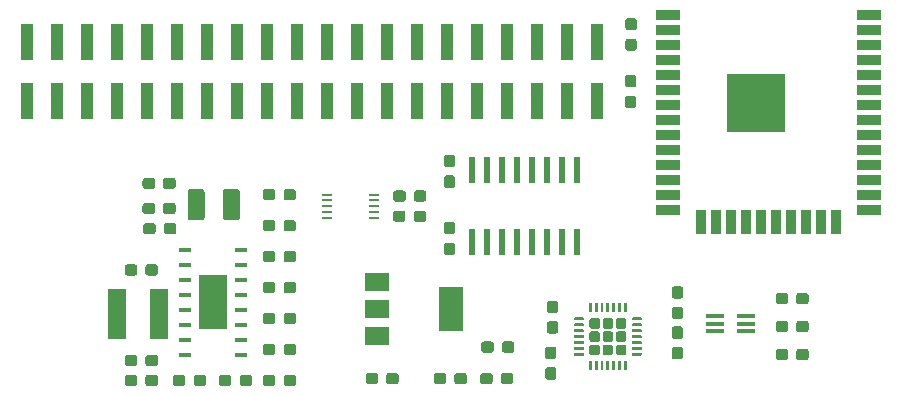
<source format=gbr>
G04 #@! TF.GenerationSoftware,KiCad,Pcbnew,(5.1.5-0-10_14)*
G04 #@! TF.CreationDate,2020-09-24T22:32:45+08:00*
G04 #@! TF.ProjectId,CC,43432e6b-6963-4616-945f-706362585858,rev?*
G04 #@! TF.SameCoordinates,Original*
G04 #@! TF.FileFunction,Paste,Top*
G04 #@! TF.FilePolarity,Positive*
%FSLAX46Y46*%
G04 Gerber Fmt 4.6, Leading zero omitted, Abs format (unit mm)*
G04 Created by KiCad (PCBNEW (5.1.5-0-10_14)) date 2020-09-24 22:32:45*
%MOMM*%
%LPD*%
G04 APERTURE LIST*
%ADD10R,1.000000X3.150000*%
%ADD11R,0.950000X0.200000*%
%ADD12R,1.500000X4.200000*%
%ADD13C,0.100000*%
%ADD14R,0.600000X2.200000*%
%ADD15R,2.000000X1.500000*%
%ADD16R,2.000000X3.800000*%
%ADD17R,1.500000X0.400000*%
%ADD18R,2.000000X0.900000*%
%ADD19R,0.900000X2.000000*%
%ADD20R,5.000000X5.000000*%
%ADD21R,2.410000X4.570000*%
%ADD22R,1.050000X0.390000*%
G04 APERTURE END LIST*
D10*
X80150000Y-23355000D03*
X80150000Y-28405000D03*
X77610000Y-23355000D03*
X77610000Y-28405000D03*
X75070000Y-23355000D03*
X75070000Y-28405000D03*
X72530000Y-23355000D03*
X72530000Y-28405000D03*
X69990000Y-23355000D03*
X69990000Y-28405000D03*
X67450000Y-23355000D03*
X67450000Y-28405000D03*
X64910000Y-23355000D03*
X64910000Y-28405000D03*
X62370000Y-23355000D03*
X62370000Y-28405000D03*
X59830000Y-23355000D03*
X59830000Y-28405000D03*
X57290000Y-23355000D03*
X57290000Y-28405000D03*
X54750000Y-23355000D03*
X54750000Y-28405000D03*
X52210000Y-23355000D03*
X52210000Y-28405000D03*
X49670000Y-23355000D03*
X49670000Y-28405000D03*
X47130000Y-23355000D03*
X47130000Y-28405000D03*
X44590000Y-23355000D03*
X44590000Y-28405000D03*
X42050000Y-23355000D03*
X42050000Y-28405000D03*
X39510000Y-23355000D03*
X39510000Y-28405000D03*
X36970000Y-23355000D03*
X36970000Y-28405000D03*
X34430000Y-23355000D03*
X34430000Y-28405000D03*
X31890000Y-23355000D03*
X31890000Y-28405000D03*
D11*
X57245000Y-38310000D03*
X61195000Y-38310000D03*
X57245000Y-37810000D03*
X61195000Y-37810000D03*
X57245000Y-37310000D03*
X61195000Y-37310000D03*
X57245000Y-36810000D03*
X61195000Y-36810000D03*
X57245000Y-36310000D03*
X61195000Y-36310000D03*
D12*
X43060000Y-46440000D03*
X39460000Y-46440000D03*
D13*
G36*
X54410779Y-41086144D02*
G01*
X54433834Y-41089563D01*
X54456443Y-41095227D01*
X54478387Y-41103079D01*
X54499457Y-41113044D01*
X54519448Y-41125026D01*
X54538168Y-41138910D01*
X54555438Y-41154562D01*
X54571090Y-41171832D01*
X54584974Y-41190552D01*
X54596956Y-41210543D01*
X54606921Y-41231613D01*
X54614773Y-41253557D01*
X54620437Y-41276166D01*
X54623856Y-41299221D01*
X54625000Y-41322500D01*
X54625000Y-41797500D01*
X54623856Y-41820779D01*
X54620437Y-41843834D01*
X54614773Y-41866443D01*
X54606921Y-41888387D01*
X54596956Y-41909457D01*
X54584974Y-41929448D01*
X54571090Y-41948168D01*
X54555438Y-41965438D01*
X54538168Y-41981090D01*
X54519448Y-41994974D01*
X54499457Y-42006956D01*
X54478387Y-42016921D01*
X54456443Y-42024773D01*
X54433834Y-42030437D01*
X54410779Y-42033856D01*
X54387500Y-42035000D01*
X53812500Y-42035000D01*
X53789221Y-42033856D01*
X53766166Y-42030437D01*
X53743557Y-42024773D01*
X53721613Y-42016921D01*
X53700543Y-42006956D01*
X53680552Y-41994974D01*
X53661832Y-41981090D01*
X53644562Y-41965438D01*
X53628910Y-41948168D01*
X53615026Y-41929448D01*
X53603044Y-41909457D01*
X53593079Y-41888387D01*
X53585227Y-41866443D01*
X53579563Y-41843834D01*
X53576144Y-41820779D01*
X53575000Y-41797500D01*
X53575000Y-41322500D01*
X53576144Y-41299221D01*
X53579563Y-41276166D01*
X53585227Y-41253557D01*
X53593079Y-41231613D01*
X53603044Y-41210543D01*
X53615026Y-41190552D01*
X53628910Y-41171832D01*
X53644562Y-41154562D01*
X53661832Y-41138910D01*
X53680552Y-41125026D01*
X53700543Y-41113044D01*
X53721613Y-41103079D01*
X53743557Y-41095227D01*
X53766166Y-41089563D01*
X53789221Y-41086144D01*
X53812500Y-41085000D01*
X54387500Y-41085000D01*
X54410779Y-41086144D01*
G37*
G36*
X52660779Y-41086144D02*
G01*
X52683834Y-41089563D01*
X52706443Y-41095227D01*
X52728387Y-41103079D01*
X52749457Y-41113044D01*
X52769448Y-41125026D01*
X52788168Y-41138910D01*
X52805438Y-41154562D01*
X52821090Y-41171832D01*
X52834974Y-41190552D01*
X52846956Y-41210543D01*
X52856921Y-41231613D01*
X52864773Y-41253557D01*
X52870437Y-41276166D01*
X52873856Y-41299221D01*
X52875000Y-41322500D01*
X52875000Y-41797500D01*
X52873856Y-41820779D01*
X52870437Y-41843834D01*
X52864773Y-41866443D01*
X52856921Y-41888387D01*
X52846956Y-41909457D01*
X52834974Y-41929448D01*
X52821090Y-41948168D01*
X52805438Y-41965438D01*
X52788168Y-41981090D01*
X52769448Y-41994974D01*
X52749457Y-42006956D01*
X52728387Y-42016921D01*
X52706443Y-42024773D01*
X52683834Y-42030437D01*
X52660779Y-42033856D01*
X52637500Y-42035000D01*
X52062500Y-42035000D01*
X52039221Y-42033856D01*
X52016166Y-42030437D01*
X51993557Y-42024773D01*
X51971613Y-42016921D01*
X51950543Y-42006956D01*
X51930552Y-41994974D01*
X51911832Y-41981090D01*
X51894562Y-41965438D01*
X51878910Y-41948168D01*
X51865026Y-41929448D01*
X51853044Y-41909457D01*
X51843079Y-41888387D01*
X51835227Y-41866443D01*
X51829563Y-41843834D01*
X51826144Y-41820779D01*
X51825000Y-41797500D01*
X51825000Y-41322500D01*
X51826144Y-41299221D01*
X51829563Y-41276166D01*
X51835227Y-41253557D01*
X51843079Y-41231613D01*
X51853044Y-41210543D01*
X51865026Y-41190552D01*
X51878910Y-41171832D01*
X51894562Y-41154562D01*
X51911832Y-41138910D01*
X51930552Y-41125026D01*
X51950543Y-41113044D01*
X51971613Y-41103079D01*
X51993557Y-41095227D01*
X52016166Y-41089563D01*
X52039221Y-41086144D01*
X52062500Y-41085000D01*
X52637500Y-41085000D01*
X52660779Y-41086144D01*
G37*
G36*
X52660779Y-38466144D02*
G01*
X52683834Y-38469563D01*
X52706443Y-38475227D01*
X52728387Y-38483079D01*
X52749457Y-38493044D01*
X52769448Y-38505026D01*
X52788168Y-38518910D01*
X52805438Y-38534562D01*
X52821090Y-38551832D01*
X52834974Y-38570552D01*
X52846956Y-38590543D01*
X52856921Y-38611613D01*
X52864773Y-38633557D01*
X52870437Y-38656166D01*
X52873856Y-38679221D01*
X52875000Y-38702500D01*
X52875000Y-39177500D01*
X52873856Y-39200779D01*
X52870437Y-39223834D01*
X52864773Y-39246443D01*
X52856921Y-39268387D01*
X52846956Y-39289457D01*
X52834974Y-39309448D01*
X52821090Y-39328168D01*
X52805438Y-39345438D01*
X52788168Y-39361090D01*
X52769448Y-39374974D01*
X52749457Y-39386956D01*
X52728387Y-39396921D01*
X52706443Y-39404773D01*
X52683834Y-39410437D01*
X52660779Y-39413856D01*
X52637500Y-39415000D01*
X52062500Y-39415000D01*
X52039221Y-39413856D01*
X52016166Y-39410437D01*
X51993557Y-39404773D01*
X51971613Y-39396921D01*
X51950543Y-39386956D01*
X51930552Y-39374974D01*
X51911832Y-39361090D01*
X51894562Y-39345438D01*
X51878910Y-39328168D01*
X51865026Y-39309448D01*
X51853044Y-39289457D01*
X51843079Y-39268387D01*
X51835227Y-39246443D01*
X51829563Y-39223834D01*
X51826144Y-39200779D01*
X51825000Y-39177500D01*
X51825000Y-38702500D01*
X51826144Y-38679221D01*
X51829563Y-38656166D01*
X51835227Y-38633557D01*
X51843079Y-38611613D01*
X51853044Y-38590543D01*
X51865026Y-38570552D01*
X51878910Y-38551832D01*
X51894562Y-38534562D01*
X51911832Y-38518910D01*
X51930552Y-38505026D01*
X51950543Y-38493044D01*
X51971613Y-38483079D01*
X51993557Y-38475227D01*
X52016166Y-38469563D01*
X52039221Y-38466144D01*
X52062500Y-38465000D01*
X52637500Y-38465000D01*
X52660779Y-38466144D01*
G37*
G36*
X54410779Y-38466144D02*
G01*
X54433834Y-38469563D01*
X54456443Y-38475227D01*
X54478387Y-38483079D01*
X54499457Y-38493044D01*
X54519448Y-38505026D01*
X54538168Y-38518910D01*
X54555438Y-38534562D01*
X54571090Y-38551832D01*
X54584974Y-38570552D01*
X54596956Y-38590543D01*
X54606921Y-38611613D01*
X54614773Y-38633557D01*
X54620437Y-38656166D01*
X54623856Y-38679221D01*
X54625000Y-38702500D01*
X54625000Y-39177500D01*
X54623856Y-39200779D01*
X54620437Y-39223834D01*
X54614773Y-39246443D01*
X54606921Y-39268387D01*
X54596956Y-39289457D01*
X54584974Y-39309448D01*
X54571090Y-39328168D01*
X54555438Y-39345438D01*
X54538168Y-39361090D01*
X54519448Y-39374974D01*
X54499457Y-39386956D01*
X54478387Y-39396921D01*
X54456443Y-39404773D01*
X54433834Y-39410437D01*
X54410779Y-39413856D01*
X54387500Y-39415000D01*
X53812500Y-39415000D01*
X53789221Y-39413856D01*
X53766166Y-39410437D01*
X53743557Y-39404773D01*
X53721613Y-39396921D01*
X53700543Y-39386956D01*
X53680552Y-39374974D01*
X53661832Y-39361090D01*
X53644562Y-39345438D01*
X53628910Y-39328168D01*
X53615026Y-39309448D01*
X53603044Y-39289457D01*
X53593079Y-39268387D01*
X53585227Y-39246443D01*
X53579563Y-39223834D01*
X53576144Y-39200779D01*
X53575000Y-39177500D01*
X53575000Y-38702500D01*
X53576144Y-38679221D01*
X53579563Y-38656166D01*
X53585227Y-38633557D01*
X53593079Y-38611613D01*
X53603044Y-38590543D01*
X53615026Y-38570552D01*
X53628910Y-38551832D01*
X53644562Y-38534562D01*
X53661832Y-38518910D01*
X53680552Y-38505026D01*
X53700543Y-38493044D01*
X53721613Y-38483079D01*
X53743557Y-38475227D01*
X53766166Y-38469563D01*
X53789221Y-38466144D01*
X53812500Y-38465000D01*
X54387500Y-38465000D01*
X54410779Y-38466144D01*
G37*
G36*
X42720779Y-51566144D02*
G01*
X42743834Y-51569563D01*
X42766443Y-51575227D01*
X42788387Y-51583079D01*
X42809457Y-51593044D01*
X42829448Y-51605026D01*
X42848168Y-51618910D01*
X42865438Y-51634562D01*
X42881090Y-51651832D01*
X42894974Y-51670552D01*
X42906956Y-51690543D01*
X42916921Y-51711613D01*
X42924773Y-51733557D01*
X42930437Y-51756166D01*
X42933856Y-51779221D01*
X42935000Y-51802500D01*
X42935000Y-52277500D01*
X42933856Y-52300779D01*
X42930437Y-52323834D01*
X42924773Y-52346443D01*
X42916921Y-52368387D01*
X42906956Y-52389457D01*
X42894974Y-52409448D01*
X42881090Y-52428168D01*
X42865438Y-52445438D01*
X42848168Y-52461090D01*
X42829448Y-52474974D01*
X42809457Y-52486956D01*
X42788387Y-52496921D01*
X42766443Y-52504773D01*
X42743834Y-52510437D01*
X42720779Y-52513856D01*
X42697500Y-52515000D01*
X42122500Y-52515000D01*
X42099221Y-52513856D01*
X42076166Y-52510437D01*
X42053557Y-52504773D01*
X42031613Y-52496921D01*
X42010543Y-52486956D01*
X41990552Y-52474974D01*
X41971832Y-52461090D01*
X41954562Y-52445438D01*
X41938910Y-52428168D01*
X41925026Y-52409448D01*
X41913044Y-52389457D01*
X41903079Y-52368387D01*
X41895227Y-52346443D01*
X41889563Y-52323834D01*
X41886144Y-52300779D01*
X41885000Y-52277500D01*
X41885000Y-51802500D01*
X41886144Y-51779221D01*
X41889563Y-51756166D01*
X41895227Y-51733557D01*
X41903079Y-51711613D01*
X41913044Y-51690543D01*
X41925026Y-51670552D01*
X41938910Y-51651832D01*
X41954562Y-51634562D01*
X41971832Y-51618910D01*
X41990552Y-51605026D01*
X42010543Y-51593044D01*
X42031613Y-51583079D01*
X42053557Y-51575227D01*
X42076166Y-51569563D01*
X42099221Y-51566144D01*
X42122500Y-51565000D01*
X42697500Y-51565000D01*
X42720779Y-51566144D01*
G37*
G36*
X40970779Y-51566144D02*
G01*
X40993834Y-51569563D01*
X41016443Y-51575227D01*
X41038387Y-51583079D01*
X41059457Y-51593044D01*
X41079448Y-51605026D01*
X41098168Y-51618910D01*
X41115438Y-51634562D01*
X41131090Y-51651832D01*
X41144974Y-51670552D01*
X41156956Y-51690543D01*
X41166921Y-51711613D01*
X41174773Y-51733557D01*
X41180437Y-51756166D01*
X41183856Y-51779221D01*
X41185000Y-51802500D01*
X41185000Y-52277500D01*
X41183856Y-52300779D01*
X41180437Y-52323834D01*
X41174773Y-52346443D01*
X41166921Y-52368387D01*
X41156956Y-52389457D01*
X41144974Y-52409448D01*
X41131090Y-52428168D01*
X41115438Y-52445438D01*
X41098168Y-52461090D01*
X41079448Y-52474974D01*
X41059457Y-52486956D01*
X41038387Y-52496921D01*
X41016443Y-52504773D01*
X40993834Y-52510437D01*
X40970779Y-52513856D01*
X40947500Y-52515000D01*
X40372500Y-52515000D01*
X40349221Y-52513856D01*
X40326166Y-52510437D01*
X40303557Y-52504773D01*
X40281613Y-52496921D01*
X40260543Y-52486956D01*
X40240552Y-52474974D01*
X40221832Y-52461090D01*
X40204562Y-52445438D01*
X40188910Y-52428168D01*
X40175026Y-52409448D01*
X40163044Y-52389457D01*
X40153079Y-52368387D01*
X40145227Y-52346443D01*
X40139563Y-52323834D01*
X40136144Y-52300779D01*
X40135000Y-52277500D01*
X40135000Y-51802500D01*
X40136144Y-51779221D01*
X40139563Y-51756166D01*
X40145227Y-51733557D01*
X40153079Y-51711613D01*
X40163044Y-51690543D01*
X40175026Y-51670552D01*
X40188910Y-51651832D01*
X40204562Y-51634562D01*
X40221832Y-51618910D01*
X40240552Y-51605026D01*
X40260543Y-51593044D01*
X40281613Y-51583079D01*
X40303557Y-51575227D01*
X40326166Y-51569563D01*
X40349221Y-51566144D01*
X40372500Y-51565000D01*
X40947500Y-51565000D01*
X40970779Y-51566144D01*
G37*
G36*
X46795779Y-51566144D02*
G01*
X46818834Y-51569563D01*
X46841443Y-51575227D01*
X46863387Y-51583079D01*
X46884457Y-51593044D01*
X46904448Y-51605026D01*
X46923168Y-51618910D01*
X46940438Y-51634562D01*
X46956090Y-51651832D01*
X46969974Y-51670552D01*
X46981956Y-51690543D01*
X46991921Y-51711613D01*
X46999773Y-51733557D01*
X47005437Y-51756166D01*
X47008856Y-51779221D01*
X47010000Y-51802500D01*
X47010000Y-52277500D01*
X47008856Y-52300779D01*
X47005437Y-52323834D01*
X46999773Y-52346443D01*
X46991921Y-52368387D01*
X46981956Y-52389457D01*
X46969974Y-52409448D01*
X46956090Y-52428168D01*
X46940438Y-52445438D01*
X46923168Y-52461090D01*
X46904448Y-52474974D01*
X46884457Y-52486956D01*
X46863387Y-52496921D01*
X46841443Y-52504773D01*
X46818834Y-52510437D01*
X46795779Y-52513856D01*
X46772500Y-52515000D01*
X46197500Y-52515000D01*
X46174221Y-52513856D01*
X46151166Y-52510437D01*
X46128557Y-52504773D01*
X46106613Y-52496921D01*
X46085543Y-52486956D01*
X46065552Y-52474974D01*
X46046832Y-52461090D01*
X46029562Y-52445438D01*
X46013910Y-52428168D01*
X46000026Y-52409448D01*
X45988044Y-52389457D01*
X45978079Y-52368387D01*
X45970227Y-52346443D01*
X45964563Y-52323834D01*
X45961144Y-52300779D01*
X45960000Y-52277500D01*
X45960000Y-51802500D01*
X45961144Y-51779221D01*
X45964563Y-51756166D01*
X45970227Y-51733557D01*
X45978079Y-51711613D01*
X45988044Y-51690543D01*
X46000026Y-51670552D01*
X46013910Y-51651832D01*
X46029562Y-51634562D01*
X46046832Y-51618910D01*
X46065552Y-51605026D01*
X46085543Y-51593044D01*
X46106613Y-51583079D01*
X46128557Y-51575227D01*
X46151166Y-51569563D01*
X46174221Y-51566144D01*
X46197500Y-51565000D01*
X46772500Y-51565000D01*
X46795779Y-51566144D01*
G37*
G36*
X45045779Y-51566144D02*
G01*
X45068834Y-51569563D01*
X45091443Y-51575227D01*
X45113387Y-51583079D01*
X45134457Y-51593044D01*
X45154448Y-51605026D01*
X45173168Y-51618910D01*
X45190438Y-51634562D01*
X45206090Y-51651832D01*
X45219974Y-51670552D01*
X45231956Y-51690543D01*
X45241921Y-51711613D01*
X45249773Y-51733557D01*
X45255437Y-51756166D01*
X45258856Y-51779221D01*
X45260000Y-51802500D01*
X45260000Y-52277500D01*
X45258856Y-52300779D01*
X45255437Y-52323834D01*
X45249773Y-52346443D01*
X45241921Y-52368387D01*
X45231956Y-52389457D01*
X45219974Y-52409448D01*
X45206090Y-52428168D01*
X45190438Y-52445438D01*
X45173168Y-52461090D01*
X45154448Y-52474974D01*
X45134457Y-52486956D01*
X45113387Y-52496921D01*
X45091443Y-52504773D01*
X45068834Y-52510437D01*
X45045779Y-52513856D01*
X45022500Y-52515000D01*
X44447500Y-52515000D01*
X44424221Y-52513856D01*
X44401166Y-52510437D01*
X44378557Y-52504773D01*
X44356613Y-52496921D01*
X44335543Y-52486956D01*
X44315552Y-52474974D01*
X44296832Y-52461090D01*
X44279562Y-52445438D01*
X44263910Y-52428168D01*
X44250026Y-52409448D01*
X44238044Y-52389457D01*
X44228079Y-52368387D01*
X44220227Y-52346443D01*
X44214563Y-52323834D01*
X44211144Y-52300779D01*
X44210000Y-52277500D01*
X44210000Y-51802500D01*
X44211144Y-51779221D01*
X44214563Y-51756166D01*
X44220227Y-51733557D01*
X44228079Y-51711613D01*
X44238044Y-51690543D01*
X44250026Y-51670552D01*
X44263910Y-51651832D01*
X44279562Y-51634562D01*
X44296832Y-51618910D01*
X44315552Y-51605026D01*
X44335543Y-51593044D01*
X44356613Y-51583079D01*
X44378557Y-51575227D01*
X44401166Y-51569563D01*
X44424221Y-51566144D01*
X44447500Y-51565000D01*
X45022500Y-51565000D01*
X45045779Y-51566144D01*
G37*
G36*
X54410779Y-35846144D02*
G01*
X54433834Y-35849563D01*
X54456443Y-35855227D01*
X54478387Y-35863079D01*
X54499457Y-35873044D01*
X54519448Y-35885026D01*
X54538168Y-35898910D01*
X54555438Y-35914562D01*
X54571090Y-35931832D01*
X54584974Y-35950552D01*
X54596956Y-35970543D01*
X54606921Y-35991613D01*
X54614773Y-36013557D01*
X54620437Y-36036166D01*
X54623856Y-36059221D01*
X54625000Y-36082500D01*
X54625000Y-36557500D01*
X54623856Y-36580779D01*
X54620437Y-36603834D01*
X54614773Y-36626443D01*
X54606921Y-36648387D01*
X54596956Y-36669457D01*
X54584974Y-36689448D01*
X54571090Y-36708168D01*
X54555438Y-36725438D01*
X54538168Y-36741090D01*
X54519448Y-36754974D01*
X54499457Y-36766956D01*
X54478387Y-36776921D01*
X54456443Y-36784773D01*
X54433834Y-36790437D01*
X54410779Y-36793856D01*
X54387500Y-36795000D01*
X53812500Y-36795000D01*
X53789221Y-36793856D01*
X53766166Y-36790437D01*
X53743557Y-36784773D01*
X53721613Y-36776921D01*
X53700543Y-36766956D01*
X53680552Y-36754974D01*
X53661832Y-36741090D01*
X53644562Y-36725438D01*
X53628910Y-36708168D01*
X53615026Y-36689448D01*
X53603044Y-36669457D01*
X53593079Y-36648387D01*
X53585227Y-36626443D01*
X53579563Y-36603834D01*
X53576144Y-36580779D01*
X53575000Y-36557500D01*
X53575000Y-36082500D01*
X53576144Y-36059221D01*
X53579563Y-36036166D01*
X53585227Y-36013557D01*
X53593079Y-35991613D01*
X53603044Y-35970543D01*
X53615026Y-35950552D01*
X53628910Y-35931832D01*
X53644562Y-35914562D01*
X53661832Y-35898910D01*
X53680552Y-35885026D01*
X53700543Y-35873044D01*
X53721613Y-35863079D01*
X53743557Y-35855227D01*
X53766166Y-35849563D01*
X53789221Y-35846144D01*
X53812500Y-35845000D01*
X54387500Y-35845000D01*
X54410779Y-35846144D01*
G37*
G36*
X52660779Y-35846144D02*
G01*
X52683834Y-35849563D01*
X52706443Y-35855227D01*
X52728387Y-35863079D01*
X52749457Y-35873044D01*
X52769448Y-35885026D01*
X52788168Y-35898910D01*
X52805438Y-35914562D01*
X52821090Y-35931832D01*
X52834974Y-35950552D01*
X52846956Y-35970543D01*
X52856921Y-35991613D01*
X52864773Y-36013557D01*
X52870437Y-36036166D01*
X52873856Y-36059221D01*
X52875000Y-36082500D01*
X52875000Y-36557500D01*
X52873856Y-36580779D01*
X52870437Y-36603834D01*
X52864773Y-36626443D01*
X52856921Y-36648387D01*
X52846956Y-36669457D01*
X52834974Y-36689448D01*
X52821090Y-36708168D01*
X52805438Y-36725438D01*
X52788168Y-36741090D01*
X52769448Y-36754974D01*
X52749457Y-36766956D01*
X52728387Y-36776921D01*
X52706443Y-36784773D01*
X52683834Y-36790437D01*
X52660779Y-36793856D01*
X52637500Y-36795000D01*
X52062500Y-36795000D01*
X52039221Y-36793856D01*
X52016166Y-36790437D01*
X51993557Y-36784773D01*
X51971613Y-36776921D01*
X51950543Y-36766956D01*
X51930552Y-36754974D01*
X51911832Y-36741090D01*
X51894562Y-36725438D01*
X51878910Y-36708168D01*
X51865026Y-36689448D01*
X51853044Y-36669457D01*
X51843079Y-36648387D01*
X51835227Y-36626443D01*
X51829563Y-36603834D01*
X51826144Y-36580779D01*
X51825000Y-36557500D01*
X51825000Y-36082500D01*
X51826144Y-36059221D01*
X51829563Y-36036166D01*
X51835227Y-36013557D01*
X51843079Y-35991613D01*
X51853044Y-35970543D01*
X51865026Y-35950552D01*
X51878910Y-35931832D01*
X51894562Y-35914562D01*
X51911832Y-35898910D01*
X51930552Y-35885026D01*
X51950543Y-35873044D01*
X51971613Y-35863079D01*
X51993557Y-35855227D01*
X52016166Y-35849563D01*
X52039221Y-35846144D01*
X52062500Y-35845000D01*
X52637500Y-35845000D01*
X52660779Y-35846144D01*
G37*
G36*
X76460779Y-49181144D02*
G01*
X76483834Y-49184563D01*
X76506443Y-49190227D01*
X76528387Y-49198079D01*
X76549457Y-49208044D01*
X76569448Y-49220026D01*
X76588168Y-49233910D01*
X76605438Y-49249562D01*
X76621090Y-49266832D01*
X76634974Y-49285552D01*
X76646956Y-49305543D01*
X76656921Y-49326613D01*
X76664773Y-49348557D01*
X76670437Y-49371166D01*
X76673856Y-49394221D01*
X76675000Y-49417500D01*
X76675000Y-49992500D01*
X76673856Y-50015779D01*
X76670437Y-50038834D01*
X76664773Y-50061443D01*
X76656921Y-50083387D01*
X76646956Y-50104457D01*
X76634974Y-50124448D01*
X76621090Y-50143168D01*
X76605438Y-50160438D01*
X76588168Y-50176090D01*
X76569448Y-50189974D01*
X76549457Y-50201956D01*
X76528387Y-50211921D01*
X76506443Y-50219773D01*
X76483834Y-50225437D01*
X76460779Y-50228856D01*
X76437500Y-50230000D01*
X75962500Y-50230000D01*
X75939221Y-50228856D01*
X75916166Y-50225437D01*
X75893557Y-50219773D01*
X75871613Y-50211921D01*
X75850543Y-50201956D01*
X75830552Y-50189974D01*
X75811832Y-50176090D01*
X75794562Y-50160438D01*
X75778910Y-50143168D01*
X75765026Y-50124448D01*
X75753044Y-50104457D01*
X75743079Y-50083387D01*
X75735227Y-50061443D01*
X75729563Y-50038834D01*
X75726144Y-50015779D01*
X75725000Y-49992500D01*
X75725000Y-49417500D01*
X75726144Y-49394221D01*
X75729563Y-49371166D01*
X75735227Y-49348557D01*
X75743079Y-49326613D01*
X75753044Y-49305543D01*
X75765026Y-49285552D01*
X75778910Y-49266832D01*
X75794562Y-49249562D01*
X75811832Y-49233910D01*
X75830552Y-49220026D01*
X75850543Y-49208044D01*
X75871613Y-49198079D01*
X75893557Y-49190227D01*
X75916166Y-49184563D01*
X75939221Y-49181144D01*
X75962500Y-49180000D01*
X76437500Y-49180000D01*
X76460779Y-49181144D01*
G37*
G36*
X76460779Y-50931144D02*
G01*
X76483834Y-50934563D01*
X76506443Y-50940227D01*
X76528387Y-50948079D01*
X76549457Y-50958044D01*
X76569448Y-50970026D01*
X76588168Y-50983910D01*
X76605438Y-50999562D01*
X76621090Y-51016832D01*
X76634974Y-51035552D01*
X76646956Y-51055543D01*
X76656921Y-51076613D01*
X76664773Y-51098557D01*
X76670437Y-51121166D01*
X76673856Y-51144221D01*
X76675000Y-51167500D01*
X76675000Y-51742500D01*
X76673856Y-51765779D01*
X76670437Y-51788834D01*
X76664773Y-51811443D01*
X76656921Y-51833387D01*
X76646956Y-51854457D01*
X76634974Y-51874448D01*
X76621090Y-51893168D01*
X76605438Y-51910438D01*
X76588168Y-51926090D01*
X76569448Y-51939974D01*
X76549457Y-51951956D01*
X76528387Y-51961921D01*
X76506443Y-51969773D01*
X76483834Y-51975437D01*
X76460779Y-51978856D01*
X76437500Y-51980000D01*
X75962500Y-51980000D01*
X75939221Y-51978856D01*
X75916166Y-51975437D01*
X75893557Y-51969773D01*
X75871613Y-51961921D01*
X75850543Y-51951956D01*
X75830552Y-51939974D01*
X75811832Y-51926090D01*
X75794562Y-51910438D01*
X75778910Y-51893168D01*
X75765026Y-51874448D01*
X75753044Y-51854457D01*
X75743079Y-51833387D01*
X75735227Y-51811443D01*
X75729563Y-51788834D01*
X75726144Y-51765779D01*
X75725000Y-51742500D01*
X75725000Y-51167500D01*
X75726144Y-51144221D01*
X75729563Y-51121166D01*
X75735227Y-51098557D01*
X75743079Y-51076613D01*
X75753044Y-51055543D01*
X75765026Y-51035552D01*
X75778910Y-51016832D01*
X75794562Y-50999562D01*
X75811832Y-50983910D01*
X75830552Y-50970026D01*
X75850543Y-50958044D01*
X75871613Y-50948079D01*
X75893557Y-50940227D01*
X75916166Y-50934563D01*
X75939221Y-50931144D01*
X75962500Y-50930000D01*
X76437500Y-50930000D01*
X76460779Y-50931144D01*
G37*
G36*
X79608626Y-45490301D02*
G01*
X79614693Y-45491201D01*
X79620643Y-45492691D01*
X79626418Y-45494758D01*
X79631962Y-45497380D01*
X79637223Y-45500533D01*
X79642150Y-45504187D01*
X79646694Y-45508306D01*
X79650813Y-45512850D01*
X79654467Y-45517777D01*
X79657620Y-45523038D01*
X79660242Y-45528582D01*
X79662309Y-45534357D01*
X79663799Y-45540307D01*
X79664699Y-45546374D01*
X79665000Y-45552500D01*
X79665000Y-46227500D01*
X79664699Y-46233626D01*
X79663799Y-46239693D01*
X79662309Y-46245643D01*
X79660242Y-46251418D01*
X79657620Y-46256962D01*
X79654467Y-46262223D01*
X79650813Y-46267150D01*
X79646694Y-46271694D01*
X79642150Y-46275813D01*
X79637223Y-46279467D01*
X79631962Y-46282620D01*
X79626418Y-46285242D01*
X79620643Y-46287309D01*
X79614693Y-46288799D01*
X79608626Y-46289699D01*
X79602500Y-46290000D01*
X79477500Y-46290000D01*
X79471374Y-46289699D01*
X79465307Y-46288799D01*
X79459357Y-46287309D01*
X79453582Y-46285242D01*
X79448038Y-46282620D01*
X79442777Y-46279467D01*
X79437850Y-46275813D01*
X79433306Y-46271694D01*
X79429187Y-46267150D01*
X79425533Y-46262223D01*
X79422380Y-46256962D01*
X79419758Y-46251418D01*
X79417691Y-46245643D01*
X79416201Y-46239693D01*
X79415301Y-46233626D01*
X79415000Y-46227500D01*
X79415000Y-45552500D01*
X79415301Y-45546374D01*
X79416201Y-45540307D01*
X79417691Y-45534357D01*
X79419758Y-45528582D01*
X79422380Y-45523038D01*
X79425533Y-45517777D01*
X79429187Y-45512850D01*
X79433306Y-45508306D01*
X79437850Y-45504187D01*
X79442777Y-45500533D01*
X79448038Y-45497380D01*
X79453582Y-45494758D01*
X79459357Y-45492691D01*
X79465307Y-45491201D01*
X79471374Y-45490301D01*
X79477500Y-45490000D01*
X79602500Y-45490000D01*
X79608626Y-45490301D01*
G37*
G36*
X80108626Y-45490301D02*
G01*
X80114693Y-45491201D01*
X80120643Y-45492691D01*
X80126418Y-45494758D01*
X80131962Y-45497380D01*
X80137223Y-45500533D01*
X80142150Y-45504187D01*
X80146694Y-45508306D01*
X80150813Y-45512850D01*
X80154467Y-45517777D01*
X80157620Y-45523038D01*
X80160242Y-45528582D01*
X80162309Y-45534357D01*
X80163799Y-45540307D01*
X80164699Y-45546374D01*
X80165000Y-45552500D01*
X80165000Y-46227500D01*
X80164699Y-46233626D01*
X80163799Y-46239693D01*
X80162309Y-46245643D01*
X80160242Y-46251418D01*
X80157620Y-46256962D01*
X80154467Y-46262223D01*
X80150813Y-46267150D01*
X80146694Y-46271694D01*
X80142150Y-46275813D01*
X80137223Y-46279467D01*
X80131962Y-46282620D01*
X80126418Y-46285242D01*
X80120643Y-46287309D01*
X80114693Y-46288799D01*
X80108626Y-46289699D01*
X80102500Y-46290000D01*
X79977500Y-46290000D01*
X79971374Y-46289699D01*
X79965307Y-46288799D01*
X79959357Y-46287309D01*
X79953582Y-46285242D01*
X79948038Y-46282620D01*
X79942777Y-46279467D01*
X79937850Y-46275813D01*
X79933306Y-46271694D01*
X79929187Y-46267150D01*
X79925533Y-46262223D01*
X79922380Y-46256962D01*
X79919758Y-46251418D01*
X79917691Y-46245643D01*
X79916201Y-46239693D01*
X79915301Y-46233626D01*
X79915000Y-46227500D01*
X79915000Y-45552500D01*
X79915301Y-45546374D01*
X79916201Y-45540307D01*
X79917691Y-45534357D01*
X79919758Y-45528582D01*
X79922380Y-45523038D01*
X79925533Y-45517777D01*
X79929187Y-45512850D01*
X79933306Y-45508306D01*
X79937850Y-45504187D01*
X79942777Y-45500533D01*
X79948038Y-45497380D01*
X79953582Y-45494758D01*
X79959357Y-45492691D01*
X79965307Y-45491201D01*
X79971374Y-45490301D01*
X79977500Y-45490000D01*
X80102500Y-45490000D01*
X80108626Y-45490301D01*
G37*
G36*
X80608626Y-45490301D02*
G01*
X80614693Y-45491201D01*
X80620643Y-45492691D01*
X80626418Y-45494758D01*
X80631962Y-45497380D01*
X80637223Y-45500533D01*
X80642150Y-45504187D01*
X80646694Y-45508306D01*
X80650813Y-45512850D01*
X80654467Y-45517777D01*
X80657620Y-45523038D01*
X80660242Y-45528582D01*
X80662309Y-45534357D01*
X80663799Y-45540307D01*
X80664699Y-45546374D01*
X80665000Y-45552500D01*
X80665000Y-46227500D01*
X80664699Y-46233626D01*
X80663799Y-46239693D01*
X80662309Y-46245643D01*
X80660242Y-46251418D01*
X80657620Y-46256962D01*
X80654467Y-46262223D01*
X80650813Y-46267150D01*
X80646694Y-46271694D01*
X80642150Y-46275813D01*
X80637223Y-46279467D01*
X80631962Y-46282620D01*
X80626418Y-46285242D01*
X80620643Y-46287309D01*
X80614693Y-46288799D01*
X80608626Y-46289699D01*
X80602500Y-46290000D01*
X80477500Y-46290000D01*
X80471374Y-46289699D01*
X80465307Y-46288799D01*
X80459357Y-46287309D01*
X80453582Y-46285242D01*
X80448038Y-46282620D01*
X80442777Y-46279467D01*
X80437850Y-46275813D01*
X80433306Y-46271694D01*
X80429187Y-46267150D01*
X80425533Y-46262223D01*
X80422380Y-46256962D01*
X80419758Y-46251418D01*
X80417691Y-46245643D01*
X80416201Y-46239693D01*
X80415301Y-46233626D01*
X80415000Y-46227500D01*
X80415000Y-45552500D01*
X80415301Y-45546374D01*
X80416201Y-45540307D01*
X80417691Y-45534357D01*
X80419758Y-45528582D01*
X80422380Y-45523038D01*
X80425533Y-45517777D01*
X80429187Y-45512850D01*
X80433306Y-45508306D01*
X80437850Y-45504187D01*
X80442777Y-45500533D01*
X80448038Y-45497380D01*
X80453582Y-45494758D01*
X80459357Y-45492691D01*
X80465307Y-45491201D01*
X80471374Y-45490301D01*
X80477500Y-45490000D01*
X80602500Y-45490000D01*
X80608626Y-45490301D01*
G37*
G36*
X81108626Y-45490301D02*
G01*
X81114693Y-45491201D01*
X81120643Y-45492691D01*
X81126418Y-45494758D01*
X81131962Y-45497380D01*
X81137223Y-45500533D01*
X81142150Y-45504187D01*
X81146694Y-45508306D01*
X81150813Y-45512850D01*
X81154467Y-45517777D01*
X81157620Y-45523038D01*
X81160242Y-45528582D01*
X81162309Y-45534357D01*
X81163799Y-45540307D01*
X81164699Y-45546374D01*
X81165000Y-45552500D01*
X81165000Y-46227500D01*
X81164699Y-46233626D01*
X81163799Y-46239693D01*
X81162309Y-46245643D01*
X81160242Y-46251418D01*
X81157620Y-46256962D01*
X81154467Y-46262223D01*
X81150813Y-46267150D01*
X81146694Y-46271694D01*
X81142150Y-46275813D01*
X81137223Y-46279467D01*
X81131962Y-46282620D01*
X81126418Y-46285242D01*
X81120643Y-46287309D01*
X81114693Y-46288799D01*
X81108626Y-46289699D01*
X81102500Y-46290000D01*
X80977500Y-46290000D01*
X80971374Y-46289699D01*
X80965307Y-46288799D01*
X80959357Y-46287309D01*
X80953582Y-46285242D01*
X80948038Y-46282620D01*
X80942777Y-46279467D01*
X80937850Y-46275813D01*
X80933306Y-46271694D01*
X80929187Y-46267150D01*
X80925533Y-46262223D01*
X80922380Y-46256962D01*
X80919758Y-46251418D01*
X80917691Y-46245643D01*
X80916201Y-46239693D01*
X80915301Y-46233626D01*
X80915000Y-46227500D01*
X80915000Y-45552500D01*
X80915301Y-45546374D01*
X80916201Y-45540307D01*
X80917691Y-45534357D01*
X80919758Y-45528582D01*
X80922380Y-45523038D01*
X80925533Y-45517777D01*
X80929187Y-45512850D01*
X80933306Y-45508306D01*
X80937850Y-45504187D01*
X80942777Y-45500533D01*
X80948038Y-45497380D01*
X80953582Y-45494758D01*
X80959357Y-45492691D01*
X80965307Y-45491201D01*
X80971374Y-45490301D01*
X80977500Y-45490000D01*
X81102500Y-45490000D01*
X81108626Y-45490301D01*
G37*
G36*
X81608626Y-45490301D02*
G01*
X81614693Y-45491201D01*
X81620643Y-45492691D01*
X81626418Y-45494758D01*
X81631962Y-45497380D01*
X81637223Y-45500533D01*
X81642150Y-45504187D01*
X81646694Y-45508306D01*
X81650813Y-45512850D01*
X81654467Y-45517777D01*
X81657620Y-45523038D01*
X81660242Y-45528582D01*
X81662309Y-45534357D01*
X81663799Y-45540307D01*
X81664699Y-45546374D01*
X81665000Y-45552500D01*
X81665000Y-46227500D01*
X81664699Y-46233626D01*
X81663799Y-46239693D01*
X81662309Y-46245643D01*
X81660242Y-46251418D01*
X81657620Y-46256962D01*
X81654467Y-46262223D01*
X81650813Y-46267150D01*
X81646694Y-46271694D01*
X81642150Y-46275813D01*
X81637223Y-46279467D01*
X81631962Y-46282620D01*
X81626418Y-46285242D01*
X81620643Y-46287309D01*
X81614693Y-46288799D01*
X81608626Y-46289699D01*
X81602500Y-46290000D01*
X81477500Y-46290000D01*
X81471374Y-46289699D01*
X81465307Y-46288799D01*
X81459357Y-46287309D01*
X81453582Y-46285242D01*
X81448038Y-46282620D01*
X81442777Y-46279467D01*
X81437850Y-46275813D01*
X81433306Y-46271694D01*
X81429187Y-46267150D01*
X81425533Y-46262223D01*
X81422380Y-46256962D01*
X81419758Y-46251418D01*
X81417691Y-46245643D01*
X81416201Y-46239693D01*
X81415301Y-46233626D01*
X81415000Y-46227500D01*
X81415000Y-45552500D01*
X81415301Y-45546374D01*
X81416201Y-45540307D01*
X81417691Y-45534357D01*
X81419758Y-45528582D01*
X81422380Y-45523038D01*
X81425533Y-45517777D01*
X81429187Y-45512850D01*
X81433306Y-45508306D01*
X81437850Y-45504187D01*
X81442777Y-45500533D01*
X81448038Y-45497380D01*
X81453582Y-45494758D01*
X81459357Y-45492691D01*
X81465307Y-45491201D01*
X81471374Y-45490301D01*
X81477500Y-45490000D01*
X81602500Y-45490000D01*
X81608626Y-45490301D01*
G37*
G36*
X82108626Y-45490301D02*
G01*
X82114693Y-45491201D01*
X82120643Y-45492691D01*
X82126418Y-45494758D01*
X82131962Y-45497380D01*
X82137223Y-45500533D01*
X82142150Y-45504187D01*
X82146694Y-45508306D01*
X82150813Y-45512850D01*
X82154467Y-45517777D01*
X82157620Y-45523038D01*
X82160242Y-45528582D01*
X82162309Y-45534357D01*
X82163799Y-45540307D01*
X82164699Y-45546374D01*
X82165000Y-45552500D01*
X82165000Y-46227500D01*
X82164699Y-46233626D01*
X82163799Y-46239693D01*
X82162309Y-46245643D01*
X82160242Y-46251418D01*
X82157620Y-46256962D01*
X82154467Y-46262223D01*
X82150813Y-46267150D01*
X82146694Y-46271694D01*
X82142150Y-46275813D01*
X82137223Y-46279467D01*
X82131962Y-46282620D01*
X82126418Y-46285242D01*
X82120643Y-46287309D01*
X82114693Y-46288799D01*
X82108626Y-46289699D01*
X82102500Y-46290000D01*
X81977500Y-46290000D01*
X81971374Y-46289699D01*
X81965307Y-46288799D01*
X81959357Y-46287309D01*
X81953582Y-46285242D01*
X81948038Y-46282620D01*
X81942777Y-46279467D01*
X81937850Y-46275813D01*
X81933306Y-46271694D01*
X81929187Y-46267150D01*
X81925533Y-46262223D01*
X81922380Y-46256962D01*
X81919758Y-46251418D01*
X81917691Y-46245643D01*
X81916201Y-46239693D01*
X81915301Y-46233626D01*
X81915000Y-46227500D01*
X81915000Y-45552500D01*
X81915301Y-45546374D01*
X81916201Y-45540307D01*
X81917691Y-45534357D01*
X81919758Y-45528582D01*
X81922380Y-45523038D01*
X81925533Y-45517777D01*
X81929187Y-45512850D01*
X81933306Y-45508306D01*
X81937850Y-45504187D01*
X81942777Y-45500533D01*
X81948038Y-45497380D01*
X81953582Y-45494758D01*
X81959357Y-45492691D01*
X81965307Y-45491201D01*
X81971374Y-45490301D01*
X81977500Y-45490000D01*
X82102500Y-45490000D01*
X82108626Y-45490301D01*
G37*
G36*
X82608626Y-45490301D02*
G01*
X82614693Y-45491201D01*
X82620643Y-45492691D01*
X82626418Y-45494758D01*
X82631962Y-45497380D01*
X82637223Y-45500533D01*
X82642150Y-45504187D01*
X82646694Y-45508306D01*
X82650813Y-45512850D01*
X82654467Y-45517777D01*
X82657620Y-45523038D01*
X82660242Y-45528582D01*
X82662309Y-45534357D01*
X82663799Y-45540307D01*
X82664699Y-45546374D01*
X82665000Y-45552500D01*
X82665000Y-46227500D01*
X82664699Y-46233626D01*
X82663799Y-46239693D01*
X82662309Y-46245643D01*
X82660242Y-46251418D01*
X82657620Y-46256962D01*
X82654467Y-46262223D01*
X82650813Y-46267150D01*
X82646694Y-46271694D01*
X82642150Y-46275813D01*
X82637223Y-46279467D01*
X82631962Y-46282620D01*
X82626418Y-46285242D01*
X82620643Y-46287309D01*
X82614693Y-46288799D01*
X82608626Y-46289699D01*
X82602500Y-46290000D01*
X82477500Y-46290000D01*
X82471374Y-46289699D01*
X82465307Y-46288799D01*
X82459357Y-46287309D01*
X82453582Y-46285242D01*
X82448038Y-46282620D01*
X82442777Y-46279467D01*
X82437850Y-46275813D01*
X82433306Y-46271694D01*
X82429187Y-46267150D01*
X82425533Y-46262223D01*
X82422380Y-46256962D01*
X82419758Y-46251418D01*
X82417691Y-46245643D01*
X82416201Y-46239693D01*
X82415301Y-46233626D01*
X82415000Y-46227500D01*
X82415000Y-45552500D01*
X82415301Y-45546374D01*
X82416201Y-45540307D01*
X82417691Y-45534357D01*
X82419758Y-45528582D01*
X82422380Y-45523038D01*
X82425533Y-45517777D01*
X82429187Y-45512850D01*
X82433306Y-45508306D01*
X82437850Y-45504187D01*
X82442777Y-45500533D01*
X82448038Y-45497380D01*
X82453582Y-45494758D01*
X82459357Y-45492691D01*
X82465307Y-45491201D01*
X82471374Y-45490301D01*
X82477500Y-45490000D01*
X82602500Y-45490000D01*
X82608626Y-45490301D01*
G37*
G36*
X83833626Y-46715301D02*
G01*
X83839693Y-46716201D01*
X83845643Y-46717691D01*
X83851418Y-46719758D01*
X83856962Y-46722380D01*
X83862223Y-46725533D01*
X83867150Y-46729187D01*
X83871694Y-46733306D01*
X83875813Y-46737850D01*
X83879467Y-46742777D01*
X83882620Y-46748038D01*
X83885242Y-46753582D01*
X83887309Y-46759357D01*
X83888799Y-46765307D01*
X83889699Y-46771374D01*
X83890000Y-46777500D01*
X83890000Y-46902500D01*
X83889699Y-46908626D01*
X83888799Y-46914693D01*
X83887309Y-46920643D01*
X83885242Y-46926418D01*
X83882620Y-46931962D01*
X83879467Y-46937223D01*
X83875813Y-46942150D01*
X83871694Y-46946694D01*
X83867150Y-46950813D01*
X83862223Y-46954467D01*
X83856962Y-46957620D01*
X83851418Y-46960242D01*
X83845643Y-46962309D01*
X83839693Y-46963799D01*
X83833626Y-46964699D01*
X83827500Y-46965000D01*
X83152500Y-46965000D01*
X83146374Y-46964699D01*
X83140307Y-46963799D01*
X83134357Y-46962309D01*
X83128582Y-46960242D01*
X83123038Y-46957620D01*
X83117777Y-46954467D01*
X83112850Y-46950813D01*
X83108306Y-46946694D01*
X83104187Y-46942150D01*
X83100533Y-46937223D01*
X83097380Y-46931962D01*
X83094758Y-46926418D01*
X83092691Y-46920643D01*
X83091201Y-46914693D01*
X83090301Y-46908626D01*
X83090000Y-46902500D01*
X83090000Y-46777500D01*
X83090301Y-46771374D01*
X83091201Y-46765307D01*
X83092691Y-46759357D01*
X83094758Y-46753582D01*
X83097380Y-46748038D01*
X83100533Y-46742777D01*
X83104187Y-46737850D01*
X83108306Y-46733306D01*
X83112850Y-46729187D01*
X83117777Y-46725533D01*
X83123038Y-46722380D01*
X83128582Y-46719758D01*
X83134357Y-46717691D01*
X83140307Y-46716201D01*
X83146374Y-46715301D01*
X83152500Y-46715000D01*
X83827500Y-46715000D01*
X83833626Y-46715301D01*
G37*
G36*
X83833626Y-47215301D02*
G01*
X83839693Y-47216201D01*
X83845643Y-47217691D01*
X83851418Y-47219758D01*
X83856962Y-47222380D01*
X83862223Y-47225533D01*
X83867150Y-47229187D01*
X83871694Y-47233306D01*
X83875813Y-47237850D01*
X83879467Y-47242777D01*
X83882620Y-47248038D01*
X83885242Y-47253582D01*
X83887309Y-47259357D01*
X83888799Y-47265307D01*
X83889699Y-47271374D01*
X83890000Y-47277500D01*
X83890000Y-47402500D01*
X83889699Y-47408626D01*
X83888799Y-47414693D01*
X83887309Y-47420643D01*
X83885242Y-47426418D01*
X83882620Y-47431962D01*
X83879467Y-47437223D01*
X83875813Y-47442150D01*
X83871694Y-47446694D01*
X83867150Y-47450813D01*
X83862223Y-47454467D01*
X83856962Y-47457620D01*
X83851418Y-47460242D01*
X83845643Y-47462309D01*
X83839693Y-47463799D01*
X83833626Y-47464699D01*
X83827500Y-47465000D01*
X83152500Y-47465000D01*
X83146374Y-47464699D01*
X83140307Y-47463799D01*
X83134357Y-47462309D01*
X83128582Y-47460242D01*
X83123038Y-47457620D01*
X83117777Y-47454467D01*
X83112850Y-47450813D01*
X83108306Y-47446694D01*
X83104187Y-47442150D01*
X83100533Y-47437223D01*
X83097380Y-47431962D01*
X83094758Y-47426418D01*
X83092691Y-47420643D01*
X83091201Y-47414693D01*
X83090301Y-47408626D01*
X83090000Y-47402500D01*
X83090000Y-47277500D01*
X83090301Y-47271374D01*
X83091201Y-47265307D01*
X83092691Y-47259357D01*
X83094758Y-47253582D01*
X83097380Y-47248038D01*
X83100533Y-47242777D01*
X83104187Y-47237850D01*
X83108306Y-47233306D01*
X83112850Y-47229187D01*
X83117777Y-47225533D01*
X83123038Y-47222380D01*
X83128582Y-47219758D01*
X83134357Y-47217691D01*
X83140307Y-47216201D01*
X83146374Y-47215301D01*
X83152500Y-47215000D01*
X83827500Y-47215000D01*
X83833626Y-47215301D01*
G37*
G36*
X83833626Y-47715301D02*
G01*
X83839693Y-47716201D01*
X83845643Y-47717691D01*
X83851418Y-47719758D01*
X83856962Y-47722380D01*
X83862223Y-47725533D01*
X83867150Y-47729187D01*
X83871694Y-47733306D01*
X83875813Y-47737850D01*
X83879467Y-47742777D01*
X83882620Y-47748038D01*
X83885242Y-47753582D01*
X83887309Y-47759357D01*
X83888799Y-47765307D01*
X83889699Y-47771374D01*
X83890000Y-47777500D01*
X83890000Y-47902500D01*
X83889699Y-47908626D01*
X83888799Y-47914693D01*
X83887309Y-47920643D01*
X83885242Y-47926418D01*
X83882620Y-47931962D01*
X83879467Y-47937223D01*
X83875813Y-47942150D01*
X83871694Y-47946694D01*
X83867150Y-47950813D01*
X83862223Y-47954467D01*
X83856962Y-47957620D01*
X83851418Y-47960242D01*
X83845643Y-47962309D01*
X83839693Y-47963799D01*
X83833626Y-47964699D01*
X83827500Y-47965000D01*
X83152500Y-47965000D01*
X83146374Y-47964699D01*
X83140307Y-47963799D01*
X83134357Y-47962309D01*
X83128582Y-47960242D01*
X83123038Y-47957620D01*
X83117777Y-47954467D01*
X83112850Y-47950813D01*
X83108306Y-47946694D01*
X83104187Y-47942150D01*
X83100533Y-47937223D01*
X83097380Y-47931962D01*
X83094758Y-47926418D01*
X83092691Y-47920643D01*
X83091201Y-47914693D01*
X83090301Y-47908626D01*
X83090000Y-47902500D01*
X83090000Y-47777500D01*
X83090301Y-47771374D01*
X83091201Y-47765307D01*
X83092691Y-47759357D01*
X83094758Y-47753582D01*
X83097380Y-47748038D01*
X83100533Y-47742777D01*
X83104187Y-47737850D01*
X83108306Y-47733306D01*
X83112850Y-47729187D01*
X83117777Y-47725533D01*
X83123038Y-47722380D01*
X83128582Y-47719758D01*
X83134357Y-47717691D01*
X83140307Y-47716201D01*
X83146374Y-47715301D01*
X83152500Y-47715000D01*
X83827500Y-47715000D01*
X83833626Y-47715301D01*
G37*
G36*
X83833626Y-48215301D02*
G01*
X83839693Y-48216201D01*
X83845643Y-48217691D01*
X83851418Y-48219758D01*
X83856962Y-48222380D01*
X83862223Y-48225533D01*
X83867150Y-48229187D01*
X83871694Y-48233306D01*
X83875813Y-48237850D01*
X83879467Y-48242777D01*
X83882620Y-48248038D01*
X83885242Y-48253582D01*
X83887309Y-48259357D01*
X83888799Y-48265307D01*
X83889699Y-48271374D01*
X83890000Y-48277500D01*
X83890000Y-48402500D01*
X83889699Y-48408626D01*
X83888799Y-48414693D01*
X83887309Y-48420643D01*
X83885242Y-48426418D01*
X83882620Y-48431962D01*
X83879467Y-48437223D01*
X83875813Y-48442150D01*
X83871694Y-48446694D01*
X83867150Y-48450813D01*
X83862223Y-48454467D01*
X83856962Y-48457620D01*
X83851418Y-48460242D01*
X83845643Y-48462309D01*
X83839693Y-48463799D01*
X83833626Y-48464699D01*
X83827500Y-48465000D01*
X83152500Y-48465000D01*
X83146374Y-48464699D01*
X83140307Y-48463799D01*
X83134357Y-48462309D01*
X83128582Y-48460242D01*
X83123038Y-48457620D01*
X83117777Y-48454467D01*
X83112850Y-48450813D01*
X83108306Y-48446694D01*
X83104187Y-48442150D01*
X83100533Y-48437223D01*
X83097380Y-48431962D01*
X83094758Y-48426418D01*
X83092691Y-48420643D01*
X83091201Y-48414693D01*
X83090301Y-48408626D01*
X83090000Y-48402500D01*
X83090000Y-48277500D01*
X83090301Y-48271374D01*
X83091201Y-48265307D01*
X83092691Y-48259357D01*
X83094758Y-48253582D01*
X83097380Y-48248038D01*
X83100533Y-48242777D01*
X83104187Y-48237850D01*
X83108306Y-48233306D01*
X83112850Y-48229187D01*
X83117777Y-48225533D01*
X83123038Y-48222380D01*
X83128582Y-48219758D01*
X83134357Y-48217691D01*
X83140307Y-48216201D01*
X83146374Y-48215301D01*
X83152500Y-48215000D01*
X83827500Y-48215000D01*
X83833626Y-48215301D01*
G37*
G36*
X83833626Y-48715301D02*
G01*
X83839693Y-48716201D01*
X83845643Y-48717691D01*
X83851418Y-48719758D01*
X83856962Y-48722380D01*
X83862223Y-48725533D01*
X83867150Y-48729187D01*
X83871694Y-48733306D01*
X83875813Y-48737850D01*
X83879467Y-48742777D01*
X83882620Y-48748038D01*
X83885242Y-48753582D01*
X83887309Y-48759357D01*
X83888799Y-48765307D01*
X83889699Y-48771374D01*
X83890000Y-48777500D01*
X83890000Y-48902500D01*
X83889699Y-48908626D01*
X83888799Y-48914693D01*
X83887309Y-48920643D01*
X83885242Y-48926418D01*
X83882620Y-48931962D01*
X83879467Y-48937223D01*
X83875813Y-48942150D01*
X83871694Y-48946694D01*
X83867150Y-48950813D01*
X83862223Y-48954467D01*
X83856962Y-48957620D01*
X83851418Y-48960242D01*
X83845643Y-48962309D01*
X83839693Y-48963799D01*
X83833626Y-48964699D01*
X83827500Y-48965000D01*
X83152500Y-48965000D01*
X83146374Y-48964699D01*
X83140307Y-48963799D01*
X83134357Y-48962309D01*
X83128582Y-48960242D01*
X83123038Y-48957620D01*
X83117777Y-48954467D01*
X83112850Y-48950813D01*
X83108306Y-48946694D01*
X83104187Y-48942150D01*
X83100533Y-48937223D01*
X83097380Y-48931962D01*
X83094758Y-48926418D01*
X83092691Y-48920643D01*
X83091201Y-48914693D01*
X83090301Y-48908626D01*
X83090000Y-48902500D01*
X83090000Y-48777500D01*
X83090301Y-48771374D01*
X83091201Y-48765307D01*
X83092691Y-48759357D01*
X83094758Y-48753582D01*
X83097380Y-48748038D01*
X83100533Y-48742777D01*
X83104187Y-48737850D01*
X83108306Y-48733306D01*
X83112850Y-48729187D01*
X83117777Y-48725533D01*
X83123038Y-48722380D01*
X83128582Y-48719758D01*
X83134357Y-48717691D01*
X83140307Y-48716201D01*
X83146374Y-48715301D01*
X83152500Y-48715000D01*
X83827500Y-48715000D01*
X83833626Y-48715301D01*
G37*
G36*
X83833626Y-49215301D02*
G01*
X83839693Y-49216201D01*
X83845643Y-49217691D01*
X83851418Y-49219758D01*
X83856962Y-49222380D01*
X83862223Y-49225533D01*
X83867150Y-49229187D01*
X83871694Y-49233306D01*
X83875813Y-49237850D01*
X83879467Y-49242777D01*
X83882620Y-49248038D01*
X83885242Y-49253582D01*
X83887309Y-49259357D01*
X83888799Y-49265307D01*
X83889699Y-49271374D01*
X83890000Y-49277500D01*
X83890000Y-49402500D01*
X83889699Y-49408626D01*
X83888799Y-49414693D01*
X83887309Y-49420643D01*
X83885242Y-49426418D01*
X83882620Y-49431962D01*
X83879467Y-49437223D01*
X83875813Y-49442150D01*
X83871694Y-49446694D01*
X83867150Y-49450813D01*
X83862223Y-49454467D01*
X83856962Y-49457620D01*
X83851418Y-49460242D01*
X83845643Y-49462309D01*
X83839693Y-49463799D01*
X83833626Y-49464699D01*
X83827500Y-49465000D01*
X83152500Y-49465000D01*
X83146374Y-49464699D01*
X83140307Y-49463799D01*
X83134357Y-49462309D01*
X83128582Y-49460242D01*
X83123038Y-49457620D01*
X83117777Y-49454467D01*
X83112850Y-49450813D01*
X83108306Y-49446694D01*
X83104187Y-49442150D01*
X83100533Y-49437223D01*
X83097380Y-49431962D01*
X83094758Y-49426418D01*
X83092691Y-49420643D01*
X83091201Y-49414693D01*
X83090301Y-49408626D01*
X83090000Y-49402500D01*
X83090000Y-49277500D01*
X83090301Y-49271374D01*
X83091201Y-49265307D01*
X83092691Y-49259357D01*
X83094758Y-49253582D01*
X83097380Y-49248038D01*
X83100533Y-49242777D01*
X83104187Y-49237850D01*
X83108306Y-49233306D01*
X83112850Y-49229187D01*
X83117777Y-49225533D01*
X83123038Y-49222380D01*
X83128582Y-49219758D01*
X83134357Y-49217691D01*
X83140307Y-49216201D01*
X83146374Y-49215301D01*
X83152500Y-49215000D01*
X83827500Y-49215000D01*
X83833626Y-49215301D01*
G37*
G36*
X83833626Y-49715301D02*
G01*
X83839693Y-49716201D01*
X83845643Y-49717691D01*
X83851418Y-49719758D01*
X83856962Y-49722380D01*
X83862223Y-49725533D01*
X83867150Y-49729187D01*
X83871694Y-49733306D01*
X83875813Y-49737850D01*
X83879467Y-49742777D01*
X83882620Y-49748038D01*
X83885242Y-49753582D01*
X83887309Y-49759357D01*
X83888799Y-49765307D01*
X83889699Y-49771374D01*
X83890000Y-49777500D01*
X83890000Y-49902500D01*
X83889699Y-49908626D01*
X83888799Y-49914693D01*
X83887309Y-49920643D01*
X83885242Y-49926418D01*
X83882620Y-49931962D01*
X83879467Y-49937223D01*
X83875813Y-49942150D01*
X83871694Y-49946694D01*
X83867150Y-49950813D01*
X83862223Y-49954467D01*
X83856962Y-49957620D01*
X83851418Y-49960242D01*
X83845643Y-49962309D01*
X83839693Y-49963799D01*
X83833626Y-49964699D01*
X83827500Y-49965000D01*
X83152500Y-49965000D01*
X83146374Y-49964699D01*
X83140307Y-49963799D01*
X83134357Y-49962309D01*
X83128582Y-49960242D01*
X83123038Y-49957620D01*
X83117777Y-49954467D01*
X83112850Y-49950813D01*
X83108306Y-49946694D01*
X83104187Y-49942150D01*
X83100533Y-49937223D01*
X83097380Y-49931962D01*
X83094758Y-49926418D01*
X83092691Y-49920643D01*
X83091201Y-49914693D01*
X83090301Y-49908626D01*
X83090000Y-49902500D01*
X83090000Y-49777500D01*
X83090301Y-49771374D01*
X83091201Y-49765307D01*
X83092691Y-49759357D01*
X83094758Y-49753582D01*
X83097380Y-49748038D01*
X83100533Y-49742777D01*
X83104187Y-49737850D01*
X83108306Y-49733306D01*
X83112850Y-49729187D01*
X83117777Y-49725533D01*
X83123038Y-49722380D01*
X83128582Y-49719758D01*
X83134357Y-49717691D01*
X83140307Y-49716201D01*
X83146374Y-49715301D01*
X83152500Y-49715000D01*
X83827500Y-49715000D01*
X83833626Y-49715301D01*
G37*
G36*
X82608626Y-50390301D02*
G01*
X82614693Y-50391201D01*
X82620643Y-50392691D01*
X82626418Y-50394758D01*
X82631962Y-50397380D01*
X82637223Y-50400533D01*
X82642150Y-50404187D01*
X82646694Y-50408306D01*
X82650813Y-50412850D01*
X82654467Y-50417777D01*
X82657620Y-50423038D01*
X82660242Y-50428582D01*
X82662309Y-50434357D01*
X82663799Y-50440307D01*
X82664699Y-50446374D01*
X82665000Y-50452500D01*
X82665000Y-51127500D01*
X82664699Y-51133626D01*
X82663799Y-51139693D01*
X82662309Y-51145643D01*
X82660242Y-51151418D01*
X82657620Y-51156962D01*
X82654467Y-51162223D01*
X82650813Y-51167150D01*
X82646694Y-51171694D01*
X82642150Y-51175813D01*
X82637223Y-51179467D01*
X82631962Y-51182620D01*
X82626418Y-51185242D01*
X82620643Y-51187309D01*
X82614693Y-51188799D01*
X82608626Y-51189699D01*
X82602500Y-51190000D01*
X82477500Y-51190000D01*
X82471374Y-51189699D01*
X82465307Y-51188799D01*
X82459357Y-51187309D01*
X82453582Y-51185242D01*
X82448038Y-51182620D01*
X82442777Y-51179467D01*
X82437850Y-51175813D01*
X82433306Y-51171694D01*
X82429187Y-51167150D01*
X82425533Y-51162223D01*
X82422380Y-51156962D01*
X82419758Y-51151418D01*
X82417691Y-51145643D01*
X82416201Y-51139693D01*
X82415301Y-51133626D01*
X82415000Y-51127500D01*
X82415000Y-50452500D01*
X82415301Y-50446374D01*
X82416201Y-50440307D01*
X82417691Y-50434357D01*
X82419758Y-50428582D01*
X82422380Y-50423038D01*
X82425533Y-50417777D01*
X82429187Y-50412850D01*
X82433306Y-50408306D01*
X82437850Y-50404187D01*
X82442777Y-50400533D01*
X82448038Y-50397380D01*
X82453582Y-50394758D01*
X82459357Y-50392691D01*
X82465307Y-50391201D01*
X82471374Y-50390301D01*
X82477500Y-50390000D01*
X82602500Y-50390000D01*
X82608626Y-50390301D01*
G37*
G36*
X82108626Y-50390301D02*
G01*
X82114693Y-50391201D01*
X82120643Y-50392691D01*
X82126418Y-50394758D01*
X82131962Y-50397380D01*
X82137223Y-50400533D01*
X82142150Y-50404187D01*
X82146694Y-50408306D01*
X82150813Y-50412850D01*
X82154467Y-50417777D01*
X82157620Y-50423038D01*
X82160242Y-50428582D01*
X82162309Y-50434357D01*
X82163799Y-50440307D01*
X82164699Y-50446374D01*
X82165000Y-50452500D01*
X82165000Y-51127500D01*
X82164699Y-51133626D01*
X82163799Y-51139693D01*
X82162309Y-51145643D01*
X82160242Y-51151418D01*
X82157620Y-51156962D01*
X82154467Y-51162223D01*
X82150813Y-51167150D01*
X82146694Y-51171694D01*
X82142150Y-51175813D01*
X82137223Y-51179467D01*
X82131962Y-51182620D01*
X82126418Y-51185242D01*
X82120643Y-51187309D01*
X82114693Y-51188799D01*
X82108626Y-51189699D01*
X82102500Y-51190000D01*
X81977500Y-51190000D01*
X81971374Y-51189699D01*
X81965307Y-51188799D01*
X81959357Y-51187309D01*
X81953582Y-51185242D01*
X81948038Y-51182620D01*
X81942777Y-51179467D01*
X81937850Y-51175813D01*
X81933306Y-51171694D01*
X81929187Y-51167150D01*
X81925533Y-51162223D01*
X81922380Y-51156962D01*
X81919758Y-51151418D01*
X81917691Y-51145643D01*
X81916201Y-51139693D01*
X81915301Y-51133626D01*
X81915000Y-51127500D01*
X81915000Y-50452500D01*
X81915301Y-50446374D01*
X81916201Y-50440307D01*
X81917691Y-50434357D01*
X81919758Y-50428582D01*
X81922380Y-50423038D01*
X81925533Y-50417777D01*
X81929187Y-50412850D01*
X81933306Y-50408306D01*
X81937850Y-50404187D01*
X81942777Y-50400533D01*
X81948038Y-50397380D01*
X81953582Y-50394758D01*
X81959357Y-50392691D01*
X81965307Y-50391201D01*
X81971374Y-50390301D01*
X81977500Y-50390000D01*
X82102500Y-50390000D01*
X82108626Y-50390301D01*
G37*
G36*
X81608626Y-50390301D02*
G01*
X81614693Y-50391201D01*
X81620643Y-50392691D01*
X81626418Y-50394758D01*
X81631962Y-50397380D01*
X81637223Y-50400533D01*
X81642150Y-50404187D01*
X81646694Y-50408306D01*
X81650813Y-50412850D01*
X81654467Y-50417777D01*
X81657620Y-50423038D01*
X81660242Y-50428582D01*
X81662309Y-50434357D01*
X81663799Y-50440307D01*
X81664699Y-50446374D01*
X81665000Y-50452500D01*
X81665000Y-51127500D01*
X81664699Y-51133626D01*
X81663799Y-51139693D01*
X81662309Y-51145643D01*
X81660242Y-51151418D01*
X81657620Y-51156962D01*
X81654467Y-51162223D01*
X81650813Y-51167150D01*
X81646694Y-51171694D01*
X81642150Y-51175813D01*
X81637223Y-51179467D01*
X81631962Y-51182620D01*
X81626418Y-51185242D01*
X81620643Y-51187309D01*
X81614693Y-51188799D01*
X81608626Y-51189699D01*
X81602500Y-51190000D01*
X81477500Y-51190000D01*
X81471374Y-51189699D01*
X81465307Y-51188799D01*
X81459357Y-51187309D01*
X81453582Y-51185242D01*
X81448038Y-51182620D01*
X81442777Y-51179467D01*
X81437850Y-51175813D01*
X81433306Y-51171694D01*
X81429187Y-51167150D01*
X81425533Y-51162223D01*
X81422380Y-51156962D01*
X81419758Y-51151418D01*
X81417691Y-51145643D01*
X81416201Y-51139693D01*
X81415301Y-51133626D01*
X81415000Y-51127500D01*
X81415000Y-50452500D01*
X81415301Y-50446374D01*
X81416201Y-50440307D01*
X81417691Y-50434357D01*
X81419758Y-50428582D01*
X81422380Y-50423038D01*
X81425533Y-50417777D01*
X81429187Y-50412850D01*
X81433306Y-50408306D01*
X81437850Y-50404187D01*
X81442777Y-50400533D01*
X81448038Y-50397380D01*
X81453582Y-50394758D01*
X81459357Y-50392691D01*
X81465307Y-50391201D01*
X81471374Y-50390301D01*
X81477500Y-50390000D01*
X81602500Y-50390000D01*
X81608626Y-50390301D01*
G37*
G36*
X81108626Y-50390301D02*
G01*
X81114693Y-50391201D01*
X81120643Y-50392691D01*
X81126418Y-50394758D01*
X81131962Y-50397380D01*
X81137223Y-50400533D01*
X81142150Y-50404187D01*
X81146694Y-50408306D01*
X81150813Y-50412850D01*
X81154467Y-50417777D01*
X81157620Y-50423038D01*
X81160242Y-50428582D01*
X81162309Y-50434357D01*
X81163799Y-50440307D01*
X81164699Y-50446374D01*
X81165000Y-50452500D01*
X81165000Y-51127500D01*
X81164699Y-51133626D01*
X81163799Y-51139693D01*
X81162309Y-51145643D01*
X81160242Y-51151418D01*
X81157620Y-51156962D01*
X81154467Y-51162223D01*
X81150813Y-51167150D01*
X81146694Y-51171694D01*
X81142150Y-51175813D01*
X81137223Y-51179467D01*
X81131962Y-51182620D01*
X81126418Y-51185242D01*
X81120643Y-51187309D01*
X81114693Y-51188799D01*
X81108626Y-51189699D01*
X81102500Y-51190000D01*
X80977500Y-51190000D01*
X80971374Y-51189699D01*
X80965307Y-51188799D01*
X80959357Y-51187309D01*
X80953582Y-51185242D01*
X80948038Y-51182620D01*
X80942777Y-51179467D01*
X80937850Y-51175813D01*
X80933306Y-51171694D01*
X80929187Y-51167150D01*
X80925533Y-51162223D01*
X80922380Y-51156962D01*
X80919758Y-51151418D01*
X80917691Y-51145643D01*
X80916201Y-51139693D01*
X80915301Y-51133626D01*
X80915000Y-51127500D01*
X80915000Y-50452500D01*
X80915301Y-50446374D01*
X80916201Y-50440307D01*
X80917691Y-50434357D01*
X80919758Y-50428582D01*
X80922380Y-50423038D01*
X80925533Y-50417777D01*
X80929187Y-50412850D01*
X80933306Y-50408306D01*
X80937850Y-50404187D01*
X80942777Y-50400533D01*
X80948038Y-50397380D01*
X80953582Y-50394758D01*
X80959357Y-50392691D01*
X80965307Y-50391201D01*
X80971374Y-50390301D01*
X80977500Y-50390000D01*
X81102500Y-50390000D01*
X81108626Y-50390301D01*
G37*
G36*
X80608626Y-50390301D02*
G01*
X80614693Y-50391201D01*
X80620643Y-50392691D01*
X80626418Y-50394758D01*
X80631962Y-50397380D01*
X80637223Y-50400533D01*
X80642150Y-50404187D01*
X80646694Y-50408306D01*
X80650813Y-50412850D01*
X80654467Y-50417777D01*
X80657620Y-50423038D01*
X80660242Y-50428582D01*
X80662309Y-50434357D01*
X80663799Y-50440307D01*
X80664699Y-50446374D01*
X80665000Y-50452500D01*
X80665000Y-51127500D01*
X80664699Y-51133626D01*
X80663799Y-51139693D01*
X80662309Y-51145643D01*
X80660242Y-51151418D01*
X80657620Y-51156962D01*
X80654467Y-51162223D01*
X80650813Y-51167150D01*
X80646694Y-51171694D01*
X80642150Y-51175813D01*
X80637223Y-51179467D01*
X80631962Y-51182620D01*
X80626418Y-51185242D01*
X80620643Y-51187309D01*
X80614693Y-51188799D01*
X80608626Y-51189699D01*
X80602500Y-51190000D01*
X80477500Y-51190000D01*
X80471374Y-51189699D01*
X80465307Y-51188799D01*
X80459357Y-51187309D01*
X80453582Y-51185242D01*
X80448038Y-51182620D01*
X80442777Y-51179467D01*
X80437850Y-51175813D01*
X80433306Y-51171694D01*
X80429187Y-51167150D01*
X80425533Y-51162223D01*
X80422380Y-51156962D01*
X80419758Y-51151418D01*
X80417691Y-51145643D01*
X80416201Y-51139693D01*
X80415301Y-51133626D01*
X80415000Y-51127500D01*
X80415000Y-50452500D01*
X80415301Y-50446374D01*
X80416201Y-50440307D01*
X80417691Y-50434357D01*
X80419758Y-50428582D01*
X80422380Y-50423038D01*
X80425533Y-50417777D01*
X80429187Y-50412850D01*
X80433306Y-50408306D01*
X80437850Y-50404187D01*
X80442777Y-50400533D01*
X80448038Y-50397380D01*
X80453582Y-50394758D01*
X80459357Y-50392691D01*
X80465307Y-50391201D01*
X80471374Y-50390301D01*
X80477500Y-50390000D01*
X80602500Y-50390000D01*
X80608626Y-50390301D01*
G37*
G36*
X80108626Y-50390301D02*
G01*
X80114693Y-50391201D01*
X80120643Y-50392691D01*
X80126418Y-50394758D01*
X80131962Y-50397380D01*
X80137223Y-50400533D01*
X80142150Y-50404187D01*
X80146694Y-50408306D01*
X80150813Y-50412850D01*
X80154467Y-50417777D01*
X80157620Y-50423038D01*
X80160242Y-50428582D01*
X80162309Y-50434357D01*
X80163799Y-50440307D01*
X80164699Y-50446374D01*
X80165000Y-50452500D01*
X80165000Y-51127500D01*
X80164699Y-51133626D01*
X80163799Y-51139693D01*
X80162309Y-51145643D01*
X80160242Y-51151418D01*
X80157620Y-51156962D01*
X80154467Y-51162223D01*
X80150813Y-51167150D01*
X80146694Y-51171694D01*
X80142150Y-51175813D01*
X80137223Y-51179467D01*
X80131962Y-51182620D01*
X80126418Y-51185242D01*
X80120643Y-51187309D01*
X80114693Y-51188799D01*
X80108626Y-51189699D01*
X80102500Y-51190000D01*
X79977500Y-51190000D01*
X79971374Y-51189699D01*
X79965307Y-51188799D01*
X79959357Y-51187309D01*
X79953582Y-51185242D01*
X79948038Y-51182620D01*
X79942777Y-51179467D01*
X79937850Y-51175813D01*
X79933306Y-51171694D01*
X79929187Y-51167150D01*
X79925533Y-51162223D01*
X79922380Y-51156962D01*
X79919758Y-51151418D01*
X79917691Y-51145643D01*
X79916201Y-51139693D01*
X79915301Y-51133626D01*
X79915000Y-51127500D01*
X79915000Y-50452500D01*
X79915301Y-50446374D01*
X79916201Y-50440307D01*
X79917691Y-50434357D01*
X79919758Y-50428582D01*
X79922380Y-50423038D01*
X79925533Y-50417777D01*
X79929187Y-50412850D01*
X79933306Y-50408306D01*
X79937850Y-50404187D01*
X79942777Y-50400533D01*
X79948038Y-50397380D01*
X79953582Y-50394758D01*
X79959357Y-50392691D01*
X79965307Y-50391201D01*
X79971374Y-50390301D01*
X79977500Y-50390000D01*
X80102500Y-50390000D01*
X80108626Y-50390301D01*
G37*
G36*
X79608626Y-50390301D02*
G01*
X79614693Y-50391201D01*
X79620643Y-50392691D01*
X79626418Y-50394758D01*
X79631962Y-50397380D01*
X79637223Y-50400533D01*
X79642150Y-50404187D01*
X79646694Y-50408306D01*
X79650813Y-50412850D01*
X79654467Y-50417777D01*
X79657620Y-50423038D01*
X79660242Y-50428582D01*
X79662309Y-50434357D01*
X79663799Y-50440307D01*
X79664699Y-50446374D01*
X79665000Y-50452500D01*
X79665000Y-51127500D01*
X79664699Y-51133626D01*
X79663799Y-51139693D01*
X79662309Y-51145643D01*
X79660242Y-51151418D01*
X79657620Y-51156962D01*
X79654467Y-51162223D01*
X79650813Y-51167150D01*
X79646694Y-51171694D01*
X79642150Y-51175813D01*
X79637223Y-51179467D01*
X79631962Y-51182620D01*
X79626418Y-51185242D01*
X79620643Y-51187309D01*
X79614693Y-51188799D01*
X79608626Y-51189699D01*
X79602500Y-51190000D01*
X79477500Y-51190000D01*
X79471374Y-51189699D01*
X79465307Y-51188799D01*
X79459357Y-51187309D01*
X79453582Y-51185242D01*
X79448038Y-51182620D01*
X79442777Y-51179467D01*
X79437850Y-51175813D01*
X79433306Y-51171694D01*
X79429187Y-51167150D01*
X79425533Y-51162223D01*
X79422380Y-51156962D01*
X79419758Y-51151418D01*
X79417691Y-51145643D01*
X79416201Y-51139693D01*
X79415301Y-51133626D01*
X79415000Y-51127500D01*
X79415000Y-50452500D01*
X79415301Y-50446374D01*
X79416201Y-50440307D01*
X79417691Y-50434357D01*
X79419758Y-50428582D01*
X79422380Y-50423038D01*
X79425533Y-50417777D01*
X79429187Y-50412850D01*
X79433306Y-50408306D01*
X79437850Y-50404187D01*
X79442777Y-50400533D01*
X79448038Y-50397380D01*
X79453582Y-50394758D01*
X79459357Y-50392691D01*
X79465307Y-50391201D01*
X79471374Y-50390301D01*
X79477500Y-50390000D01*
X79602500Y-50390000D01*
X79608626Y-50390301D01*
G37*
G36*
X78933626Y-49715301D02*
G01*
X78939693Y-49716201D01*
X78945643Y-49717691D01*
X78951418Y-49719758D01*
X78956962Y-49722380D01*
X78962223Y-49725533D01*
X78967150Y-49729187D01*
X78971694Y-49733306D01*
X78975813Y-49737850D01*
X78979467Y-49742777D01*
X78982620Y-49748038D01*
X78985242Y-49753582D01*
X78987309Y-49759357D01*
X78988799Y-49765307D01*
X78989699Y-49771374D01*
X78990000Y-49777500D01*
X78990000Y-49902500D01*
X78989699Y-49908626D01*
X78988799Y-49914693D01*
X78987309Y-49920643D01*
X78985242Y-49926418D01*
X78982620Y-49931962D01*
X78979467Y-49937223D01*
X78975813Y-49942150D01*
X78971694Y-49946694D01*
X78967150Y-49950813D01*
X78962223Y-49954467D01*
X78956962Y-49957620D01*
X78951418Y-49960242D01*
X78945643Y-49962309D01*
X78939693Y-49963799D01*
X78933626Y-49964699D01*
X78927500Y-49965000D01*
X78252500Y-49965000D01*
X78246374Y-49964699D01*
X78240307Y-49963799D01*
X78234357Y-49962309D01*
X78228582Y-49960242D01*
X78223038Y-49957620D01*
X78217777Y-49954467D01*
X78212850Y-49950813D01*
X78208306Y-49946694D01*
X78204187Y-49942150D01*
X78200533Y-49937223D01*
X78197380Y-49931962D01*
X78194758Y-49926418D01*
X78192691Y-49920643D01*
X78191201Y-49914693D01*
X78190301Y-49908626D01*
X78190000Y-49902500D01*
X78190000Y-49777500D01*
X78190301Y-49771374D01*
X78191201Y-49765307D01*
X78192691Y-49759357D01*
X78194758Y-49753582D01*
X78197380Y-49748038D01*
X78200533Y-49742777D01*
X78204187Y-49737850D01*
X78208306Y-49733306D01*
X78212850Y-49729187D01*
X78217777Y-49725533D01*
X78223038Y-49722380D01*
X78228582Y-49719758D01*
X78234357Y-49717691D01*
X78240307Y-49716201D01*
X78246374Y-49715301D01*
X78252500Y-49715000D01*
X78927500Y-49715000D01*
X78933626Y-49715301D01*
G37*
G36*
X78933626Y-49215301D02*
G01*
X78939693Y-49216201D01*
X78945643Y-49217691D01*
X78951418Y-49219758D01*
X78956962Y-49222380D01*
X78962223Y-49225533D01*
X78967150Y-49229187D01*
X78971694Y-49233306D01*
X78975813Y-49237850D01*
X78979467Y-49242777D01*
X78982620Y-49248038D01*
X78985242Y-49253582D01*
X78987309Y-49259357D01*
X78988799Y-49265307D01*
X78989699Y-49271374D01*
X78990000Y-49277500D01*
X78990000Y-49402500D01*
X78989699Y-49408626D01*
X78988799Y-49414693D01*
X78987309Y-49420643D01*
X78985242Y-49426418D01*
X78982620Y-49431962D01*
X78979467Y-49437223D01*
X78975813Y-49442150D01*
X78971694Y-49446694D01*
X78967150Y-49450813D01*
X78962223Y-49454467D01*
X78956962Y-49457620D01*
X78951418Y-49460242D01*
X78945643Y-49462309D01*
X78939693Y-49463799D01*
X78933626Y-49464699D01*
X78927500Y-49465000D01*
X78252500Y-49465000D01*
X78246374Y-49464699D01*
X78240307Y-49463799D01*
X78234357Y-49462309D01*
X78228582Y-49460242D01*
X78223038Y-49457620D01*
X78217777Y-49454467D01*
X78212850Y-49450813D01*
X78208306Y-49446694D01*
X78204187Y-49442150D01*
X78200533Y-49437223D01*
X78197380Y-49431962D01*
X78194758Y-49426418D01*
X78192691Y-49420643D01*
X78191201Y-49414693D01*
X78190301Y-49408626D01*
X78190000Y-49402500D01*
X78190000Y-49277500D01*
X78190301Y-49271374D01*
X78191201Y-49265307D01*
X78192691Y-49259357D01*
X78194758Y-49253582D01*
X78197380Y-49248038D01*
X78200533Y-49242777D01*
X78204187Y-49237850D01*
X78208306Y-49233306D01*
X78212850Y-49229187D01*
X78217777Y-49225533D01*
X78223038Y-49222380D01*
X78228582Y-49219758D01*
X78234357Y-49217691D01*
X78240307Y-49216201D01*
X78246374Y-49215301D01*
X78252500Y-49215000D01*
X78927500Y-49215000D01*
X78933626Y-49215301D01*
G37*
G36*
X78933626Y-48715301D02*
G01*
X78939693Y-48716201D01*
X78945643Y-48717691D01*
X78951418Y-48719758D01*
X78956962Y-48722380D01*
X78962223Y-48725533D01*
X78967150Y-48729187D01*
X78971694Y-48733306D01*
X78975813Y-48737850D01*
X78979467Y-48742777D01*
X78982620Y-48748038D01*
X78985242Y-48753582D01*
X78987309Y-48759357D01*
X78988799Y-48765307D01*
X78989699Y-48771374D01*
X78990000Y-48777500D01*
X78990000Y-48902500D01*
X78989699Y-48908626D01*
X78988799Y-48914693D01*
X78987309Y-48920643D01*
X78985242Y-48926418D01*
X78982620Y-48931962D01*
X78979467Y-48937223D01*
X78975813Y-48942150D01*
X78971694Y-48946694D01*
X78967150Y-48950813D01*
X78962223Y-48954467D01*
X78956962Y-48957620D01*
X78951418Y-48960242D01*
X78945643Y-48962309D01*
X78939693Y-48963799D01*
X78933626Y-48964699D01*
X78927500Y-48965000D01*
X78252500Y-48965000D01*
X78246374Y-48964699D01*
X78240307Y-48963799D01*
X78234357Y-48962309D01*
X78228582Y-48960242D01*
X78223038Y-48957620D01*
X78217777Y-48954467D01*
X78212850Y-48950813D01*
X78208306Y-48946694D01*
X78204187Y-48942150D01*
X78200533Y-48937223D01*
X78197380Y-48931962D01*
X78194758Y-48926418D01*
X78192691Y-48920643D01*
X78191201Y-48914693D01*
X78190301Y-48908626D01*
X78190000Y-48902500D01*
X78190000Y-48777500D01*
X78190301Y-48771374D01*
X78191201Y-48765307D01*
X78192691Y-48759357D01*
X78194758Y-48753582D01*
X78197380Y-48748038D01*
X78200533Y-48742777D01*
X78204187Y-48737850D01*
X78208306Y-48733306D01*
X78212850Y-48729187D01*
X78217777Y-48725533D01*
X78223038Y-48722380D01*
X78228582Y-48719758D01*
X78234357Y-48717691D01*
X78240307Y-48716201D01*
X78246374Y-48715301D01*
X78252500Y-48715000D01*
X78927500Y-48715000D01*
X78933626Y-48715301D01*
G37*
G36*
X78933626Y-48215301D02*
G01*
X78939693Y-48216201D01*
X78945643Y-48217691D01*
X78951418Y-48219758D01*
X78956962Y-48222380D01*
X78962223Y-48225533D01*
X78967150Y-48229187D01*
X78971694Y-48233306D01*
X78975813Y-48237850D01*
X78979467Y-48242777D01*
X78982620Y-48248038D01*
X78985242Y-48253582D01*
X78987309Y-48259357D01*
X78988799Y-48265307D01*
X78989699Y-48271374D01*
X78990000Y-48277500D01*
X78990000Y-48402500D01*
X78989699Y-48408626D01*
X78988799Y-48414693D01*
X78987309Y-48420643D01*
X78985242Y-48426418D01*
X78982620Y-48431962D01*
X78979467Y-48437223D01*
X78975813Y-48442150D01*
X78971694Y-48446694D01*
X78967150Y-48450813D01*
X78962223Y-48454467D01*
X78956962Y-48457620D01*
X78951418Y-48460242D01*
X78945643Y-48462309D01*
X78939693Y-48463799D01*
X78933626Y-48464699D01*
X78927500Y-48465000D01*
X78252500Y-48465000D01*
X78246374Y-48464699D01*
X78240307Y-48463799D01*
X78234357Y-48462309D01*
X78228582Y-48460242D01*
X78223038Y-48457620D01*
X78217777Y-48454467D01*
X78212850Y-48450813D01*
X78208306Y-48446694D01*
X78204187Y-48442150D01*
X78200533Y-48437223D01*
X78197380Y-48431962D01*
X78194758Y-48426418D01*
X78192691Y-48420643D01*
X78191201Y-48414693D01*
X78190301Y-48408626D01*
X78190000Y-48402500D01*
X78190000Y-48277500D01*
X78190301Y-48271374D01*
X78191201Y-48265307D01*
X78192691Y-48259357D01*
X78194758Y-48253582D01*
X78197380Y-48248038D01*
X78200533Y-48242777D01*
X78204187Y-48237850D01*
X78208306Y-48233306D01*
X78212850Y-48229187D01*
X78217777Y-48225533D01*
X78223038Y-48222380D01*
X78228582Y-48219758D01*
X78234357Y-48217691D01*
X78240307Y-48216201D01*
X78246374Y-48215301D01*
X78252500Y-48215000D01*
X78927500Y-48215000D01*
X78933626Y-48215301D01*
G37*
G36*
X78933626Y-47715301D02*
G01*
X78939693Y-47716201D01*
X78945643Y-47717691D01*
X78951418Y-47719758D01*
X78956962Y-47722380D01*
X78962223Y-47725533D01*
X78967150Y-47729187D01*
X78971694Y-47733306D01*
X78975813Y-47737850D01*
X78979467Y-47742777D01*
X78982620Y-47748038D01*
X78985242Y-47753582D01*
X78987309Y-47759357D01*
X78988799Y-47765307D01*
X78989699Y-47771374D01*
X78990000Y-47777500D01*
X78990000Y-47902500D01*
X78989699Y-47908626D01*
X78988799Y-47914693D01*
X78987309Y-47920643D01*
X78985242Y-47926418D01*
X78982620Y-47931962D01*
X78979467Y-47937223D01*
X78975813Y-47942150D01*
X78971694Y-47946694D01*
X78967150Y-47950813D01*
X78962223Y-47954467D01*
X78956962Y-47957620D01*
X78951418Y-47960242D01*
X78945643Y-47962309D01*
X78939693Y-47963799D01*
X78933626Y-47964699D01*
X78927500Y-47965000D01*
X78252500Y-47965000D01*
X78246374Y-47964699D01*
X78240307Y-47963799D01*
X78234357Y-47962309D01*
X78228582Y-47960242D01*
X78223038Y-47957620D01*
X78217777Y-47954467D01*
X78212850Y-47950813D01*
X78208306Y-47946694D01*
X78204187Y-47942150D01*
X78200533Y-47937223D01*
X78197380Y-47931962D01*
X78194758Y-47926418D01*
X78192691Y-47920643D01*
X78191201Y-47914693D01*
X78190301Y-47908626D01*
X78190000Y-47902500D01*
X78190000Y-47777500D01*
X78190301Y-47771374D01*
X78191201Y-47765307D01*
X78192691Y-47759357D01*
X78194758Y-47753582D01*
X78197380Y-47748038D01*
X78200533Y-47742777D01*
X78204187Y-47737850D01*
X78208306Y-47733306D01*
X78212850Y-47729187D01*
X78217777Y-47725533D01*
X78223038Y-47722380D01*
X78228582Y-47719758D01*
X78234357Y-47717691D01*
X78240307Y-47716201D01*
X78246374Y-47715301D01*
X78252500Y-47715000D01*
X78927500Y-47715000D01*
X78933626Y-47715301D01*
G37*
G36*
X78933626Y-47215301D02*
G01*
X78939693Y-47216201D01*
X78945643Y-47217691D01*
X78951418Y-47219758D01*
X78956962Y-47222380D01*
X78962223Y-47225533D01*
X78967150Y-47229187D01*
X78971694Y-47233306D01*
X78975813Y-47237850D01*
X78979467Y-47242777D01*
X78982620Y-47248038D01*
X78985242Y-47253582D01*
X78987309Y-47259357D01*
X78988799Y-47265307D01*
X78989699Y-47271374D01*
X78990000Y-47277500D01*
X78990000Y-47402500D01*
X78989699Y-47408626D01*
X78988799Y-47414693D01*
X78987309Y-47420643D01*
X78985242Y-47426418D01*
X78982620Y-47431962D01*
X78979467Y-47437223D01*
X78975813Y-47442150D01*
X78971694Y-47446694D01*
X78967150Y-47450813D01*
X78962223Y-47454467D01*
X78956962Y-47457620D01*
X78951418Y-47460242D01*
X78945643Y-47462309D01*
X78939693Y-47463799D01*
X78933626Y-47464699D01*
X78927500Y-47465000D01*
X78252500Y-47465000D01*
X78246374Y-47464699D01*
X78240307Y-47463799D01*
X78234357Y-47462309D01*
X78228582Y-47460242D01*
X78223038Y-47457620D01*
X78217777Y-47454467D01*
X78212850Y-47450813D01*
X78208306Y-47446694D01*
X78204187Y-47442150D01*
X78200533Y-47437223D01*
X78197380Y-47431962D01*
X78194758Y-47426418D01*
X78192691Y-47420643D01*
X78191201Y-47414693D01*
X78190301Y-47408626D01*
X78190000Y-47402500D01*
X78190000Y-47277500D01*
X78190301Y-47271374D01*
X78191201Y-47265307D01*
X78192691Y-47259357D01*
X78194758Y-47253582D01*
X78197380Y-47248038D01*
X78200533Y-47242777D01*
X78204187Y-47237850D01*
X78208306Y-47233306D01*
X78212850Y-47229187D01*
X78217777Y-47225533D01*
X78223038Y-47222380D01*
X78228582Y-47219758D01*
X78234357Y-47217691D01*
X78240307Y-47216201D01*
X78246374Y-47215301D01*
X78252500Y-47215000D01*
X78927500Y-47215000D01*
X78933626Y-47215301D01*
G37*
G36*
X78933626Y-46715301D02*
G01*
X78939693Y-46716201D01*
X78945643Y-46717691D01*
X78951418Y-46719758D01*
X78956962Y-46722380D01*
X78962223Y-46725533D01*
X78967150Y-46729187D01*
X78971694Y-46733306D01*
X78975813Y-46737850D01*
X78979467Y-46742777D01*
X78982620Y-46748038D01*
X78985242Y-46753582D01*
X78987309Y-46759357D01*
X78988799Y-46765307D01*
X78989699Y-46771374D01*
X78990000Y-46777500D01*
X78990000Y-46902500D01*
X78989699Y-46908626D01*
X78988799Y-46914693D01*
X78987309Y-46920643D01*
X78985242Y-46926418D01*
X78982620Y-46931962D01*
X78979467Y-46937223D01*
X78975813Y-46942150D01*
X78971694Y-46946694D01*
X78967150Y-46950813D01*
X78962223Y-46954467D01*
X78956962Y-46957620D01*
X78951418Y-46960242D01*
X78945643Y-46962309D01*
X78939693Y-46963799D01*
X78933626Y-46964699D01*
X78927500Y-46965000D01*
X78252500Y-46965000D01*
X78246374Y-46964699D01*
X78240307Y-46963799D01*
X78234357Y-46962309D01*
X78228582Y-46960242D01*
X78223038Y-46957620D01*
X78217777Y-46954467D01*
X78212850Y-46950813D01*
X78208306Y-46946694D01*
X78204187Y-46942150D01*
X78200533Y-46937223D01*
X78197380Y-46931962D01*
X78194758Y-46926418D01*
X78192691Y-46920643D01*
X78191201Y-46914693D01*
X78190301Y-46908626D01*
X78190000Y-46902500D01*
X78190000Y-46777500D01*
X78190301Y-46771374D01*
X78191201Y-46765307D01*
X78192691Y-46759357D01*
X78194758Y-46753582D01*
X78197380Y-46748038D01*
X78200533Y-46742777D01*
X78204187Y-46737850D01*
X78208306Y-46733306D01*
X78212850Y-46729187D01*
X78217777Y-46725533D01*
X78223038Y-46722380D01*
X78228582Y-46719758D01*
X78234357Y-46717691D01*
X78240307Y-46716201D01*
X78246374Y-46715301D01*
X78252500Y-46715000D01*
X78927500Y-46715000D01*
X78933626Y-46715301D01*
G37*
G36*
X82407054Y-49011083D02*
G01*
X82428895Y-49014323D01*
X82450314Y-49019688D01*
X82471104Y-49027127D01*
X82491064Y-49036568D01*
X82510003Y-49047919D01*
X82527738Y-49061073D01*
X82544099Y-49075901D01*
X82558927Y-49092262D01*
X82572081Y-49109997D01*
X82583432Y-49128936D01*
X82592873Y-49148896D01*
X82600312Y-49169686D01*
X82605677Y-49191105D01*
X82608917Y-49212946D01*
X82610000Y-49235000D01*
X82610000Y-49685000D01*
X82608917Y-49707054D01*
X82605677Y-49728895D01*
X82600312Y-49750314D01*
X82592873Y-49771104D01*
X82583432Y-49791064D01*
X82572081Y-49810003D01*
X82558927Y-49827738D01*
X82544099Y-49844099D01*
X82527738Y-49858927D01*
X82510003Y-49872081D01*
X82491064Y-49883432D01*
X82471104Y-49892873D01*
X82450314Y-49900312D01*
X82428895Y-49905677D01*
X82407054Y-49908917D01*
X82385000Y-49910000D01*
X81935000Y-49910000D01*
X81912946Y-49908917D01*
X81891105Y-49905677D01*
X81869686Y-49900312D01*
X81848896Y-49892873D01*
X81828936Y-49883432D01*
X81809997Y-49872081D01*
X81792262Y-49858927D01*
X81775901Y-49844099D01*
X81761073Y-49827738D01*
X81747919Y-49810003D01*
X81736568Y-49791064D01*
X81727127Y-49771104D01*
X81719688Y-49750314D01*
X81714323Y-49728895D01*
X81711083Y-49707054D01*
X81710000Y-49685000D01*
X81710000Y-49235000D01*
X81711083Y-49212946D01*
X81714323Y-49191105D01*
X81719688Y-49169686D01*
X81727127Y-49148896D01*
X81736568Y-49128936D01*
X81747919Y-49109997D01*
X81761073Y-49092262D01*
X81775901Y-49075901D01*
X81792262Y-49061073D01*
X81809997Y-49047919D01*
X81828936Y-49036568D01*
X81848896Y-49027127D01*
X81869686Y-49019688D01*
X81891105Y-49014323D01*
X81912946Y-49011083D01*
X81935000Y-49010000D01*
X82385000Y-49010000D01*
X82407054Y-49011083D01*
G37*
G36*
X82407054Y-47891083D02*
G01*
X82428895Y-47894323D01*
X82450314Y-47899688D01*
X82471104Y-47907127D01*
X82491064Y-47916568D01*
X82510003Y-47927919D01*
X82527738Y-47941073D01*
X82544099Y-47955901D01*
X82558927Y-47972262D01*
X82572081Y-47989997D01*
X82583432Y-48008936D01*
X82592873Y-48028896D01*
X82600312Y-48049686D01*
X82605677Y-48071105D01*
X82608917Y-48092946D01*
X82610000Y-48115000D01*
X82610000Y-48565000D01*
X82608917Y-48587054D01*
X82605677Y-48608895D01*
X82600312Y-48630314D01*
X82592873Y-48651104D01*
X82583432Y-48671064D01*
X82572081Y-48690003D01*
X82558927Y-48707738D01*
X82544099Y-48724099D01*
X82527738Y-48738927D01*
X82510003Y-48752081D01*
X82491064Y-48763432D01*
X82471104Y-48772873D01*
X82450314Y-48780312D01*
X82428895Y-48785677D01*
X82407054Y-48788917D01*
X82385000Y-48790000D01*
X81935000Y-48790000D01*
X81912946Y-48788917D01*
X81891105Y-48785677D01*
X81869686Y-48780312D01*
X81848896Y-48772873D01*
X81828936Y-48763432D01*
X81809997Y-48752081D01*
X81792262Y-48738927D01*
X81775901Y-48724099D01*
X81761073Y-48707738D01*
X81747919Y-48690003D01*
X81736568Y-48671064D01*
X81727127Y-48651104D01*
X81719688Y-48630314D01*
X81714323Y-48608895D01*
X81711083Y-48587054D01*
X81710000Y-48565000D01*
X81710000Y-48115000D01*
X81711083Y-48092946D01*
X81714323Y-48071105D01*
X81719688Y-48049686D01*
X81727127Y-48028896D01*
X81736568Y-48008936D01*
X81747919Y-47989997D01*
X81761073Y-47972262D01*
X81775901Y-47955901D01*
X81792262Y-47941073D01*
X81809997Y-47927919D01*
X81828936Y-47916568D01*
X81848896Y-47907127D01*
X81869686Y-47899688D01*
X81891105Y-47894323D01*
X81912946Y-47891083D01*
X81935000Y-47890000D01*
X82385000Y-47890000D01*
X82407054Y-47891083D01*
G37*
G36*
X82407054Y-46771083D02*
G01*
X82428895Y-46774323D01*
X82450314Y-46779688D01*
X82471104Y-46787127D01*
X82491064Y-46796568D01*
X82510003Y-46807919D01*
X82527738Y-46821073D01*
X82544099Y-46835901D01*
X82558927Y-46852262D01*
X82572081Y-46869997D01*
X82583432Y-46888936D01*
X82592873Y-46908896D01*
X82600312Y-46929686D01*
X82605677Y-46951105D01*
X82608917Y-46972946D01*
X82610000Y-46995000D01*
X82610000Y-47445000D01*
X82608917Y-47467054D01*
X82605677Y-47488895D01*
X82600312Y-47510314D01*
X82592873Y-47531104D01*
X82583432Y-47551064D01*
X82572081Y-47570003D01*
X82558927Y-47587738D01*
X82544099Y-47604099D01*
X82527738Y-47618927D01*
X82510003Y-47632081D01*
X82491064Y-47643432D01*
X82471104Y-47652873D01*
X82450314Y-47660312D01*
X82428895Y-47665677D01*
X82407054Y-47668917D01*
X82385000Y-47670000D01*
X81935000Y-47670000D01*
X81912946Y-47668917D01*
X81891105Y-47665677D01*
X81869686Y-47660312D01*
X81848896Y-47652873D01*
X81828936Y-47643432D01*
X81809997Y-47632081D01*
X81792262Y-47618927D01*
X81775901Y-47604099D01*
X81761073Y-47587738D01*
X81747919Y-47570003D01*
X81736568Y-47551064D01*
X81727127Y-47531104D01*
X81719688Y-47510314D01*
X81714323Y-47488895D01*
X81711083Y-47467054D01*
X81710000Y-47445000D01*
X81710000Y-46995000D01*
X81711083Y-46972946D01*
X81714323Y-46951105D01*
X81719688Y-46929686D01*
X81727127Y-46908896D01*
X81736568Y-46888936D01*
X81747919Y-46869997D01*
X81761073Y-46852262D01*
X81775901Y-46835901D01*
X81792262Y-46821073D01*
X81809997Y-46807919D01*
X81828936Y-46796568D01*
X81848896Y-46787127D01*
X81869686Y-46779688D01*
X81891105Y-46774323D01*
X81912946Y-46771083D01*
X81935000Y-46770000D01*
X82385000Y-46770000D01*
X82407054Y-46771083D01*
G37*
G36*
X81287054Y-49011083D02*
G01*
X81308895Y-49014323D01*
X81330314Y-49019688D01*
X81351104Y-49027127D01*
X81371064Y-49036568D01*
X81390003Y-49047919D01*
X81407738Y-49061073D01*
X81424099Y-49075901D01*
X81438927Y-49092262D01*
X81452081Y-49109997D01*
X81463432Y-49128936D01*
X81472873Y-49148896D01*
X81480312Y-49169686D01*
X81485677Y-49191105D01*
X81488917Y-49212946D01*
X81490000Y-49235000D01*
X81490000Y-49685000D01*
X81488917Y-49707054D01*
X81485677Y-49728895D01*
X81480312Y-49750314D01*
X81472873Y-49771104D01*
X81463432Y-49791064D01*
X81452081Y-49810003D01*
X81438927Y-49827738D01*
X81424099Y-49844099D01*
X81407738Y-49858927D01*
X81390003Y-49872081D01*
X81371064Y-49883432D01*
X81351104Y-49892873D01*
X81330314Y-49900312D01*
X81308895Y-49905677D01*
X81287054Y-49908917D01*
X81265000Y-49910000D01*
X80815000Y-49910000D01*
X80792946Y-49908917D01*
X80771105Y-49905677D01*
X80749686Y-49900312D01*
X80728896Y-49892873D01*
X80708936Y-49883432D01*
X80689997Y-49872081D01*
X80672262Y-49858927D01*
X80655901Y-49844099D01*
X80641073Y-49827738D01*
X80627919Y-49810003D01*
X80616568Y-49791064D01*
X80607127Y-49771104D01*
X80599688Y-49750314D01*
X80594323Y-49728895D01*
X80591083Y-49707054D01*
X80590000Y-49685000D01*
X80590000Y-49235000D01*
X80591083Y-49212946D01*
X80594323Y-49191105D01*
X80599688Y-49169686D01*
X80607127Y-49148896D01*
X80616568Y-49128936D01*
X80627919Y-49109997D01*
X80641073Y-49092262D01*
X80655901Y-49075901D01*
X80672262Y-49061073D01*
X80689997Y-49047919D01*
X80708936Y-49036568D01*
X80728896Y-49027127D01*
X80749686Y-49019688D01*
X80771105Y-49014323D01*
X80792946Y-49011083D01*
X80815000Y-49010000D01*
X81265000Y-49010000D01*
X81287054Y-49011083D01*
G37*
G36*
X81287054Y-47891083D02*
G01*
X81308895Y-47894323D01*
X81330314Y-47899688D01*
X81351104Y-47907127D01*
X81371064Y-47916568D01*
X81390003Y-47927919D01*
X81407738Y-47941073D01*
X81424099Y-47955901D01*
X81438927Y-47972262D01*
X81452081Y-47989997D01*
X81463432Y-48008936D01*
X81472873Y-48028896D01*
X81480312Y-48049686D01*
X81485677Y-48071105D01*
X81488917Y-48092946D01*
X81490000Y-48115000D01*
X81490000Y-48565000D01*
X81488917Y-48587054D01*
X81485677Y-48608895D01*
X81480312Y-48630314D01*
X81472873Y-48651104D01*
X81463432Y-48671064D01*
X81452081Y-48690003D01*
X81438927Y-48707738D01*
X81424099Y-48724099D01*
X81407738Y-48738927D01*
X81390003Y-48752081D01*
X81371064Y-48763432D01*
X81351104Y-48772873D01*
X81330314Y-48780312D01*
X81308895Y-48785677D01*
X81287054Y-48788917D01*
X81265000Y-48790000D01*
X80815000Y-48790000D01*
X80792946Y-48788917D01*
X80771105Y-48785677D01*
X80749686Y-48780312D01*
X80728896Y-48772873D01*
X80708936Y-48763432D01*
X80689997Y-48752081D01*
X80672262Y-48738927D01*
X80655901Y-48724099D01*
X80641073Y-48707738D01*
X80627919Y-48690003D01*
X80616568Y-48671064D01*
X80607127Y-48651104D01*
X80599688Y-48630314D01*
X80594323Y-48608895D01*
X80591083Y-48587054D01*
X80590000Y-48565000D01*
X80590000Y-48115000D01*
X80591083Y-48092946D01*
X80594323Y-48071105D01*
X80599688Y-48049686D01*
X80607127Y-48028896D01*
X80616568Y-48008936D01*
X80627919Y-47989997D01*
X80641073Y-47972262D01*
X80655901Y-47955901D01*
X80672262Y-47941073D01*
X80689997Y-47927919D01*
X80708936Y-47916568D01*
X80728896Y-47907127D01*
X80749686Y-47899688D01*
X80771105Y-47894323D01*
X80792946Y-47891083D01*
X80815000Y-47890000D01*
X81265000Y-47890000D01*
X81287054Y-47891083D01*
G37*
G36*
X81287054Y-46771083D02*
G01*
X81308895Y-46774323D01*
X81330314Y-46779688D01*
X81351104Y-46787127D01*
X81371064Y-46796568D01*
X81390003Y-46807919D01*
X81407738Y-46821073D01*
X81424099Y-46835901D01*
X81438927Y-46852262D01*
X81452081Y-46869997D01*
X81463432Y-46888936D01*
X81472873Y-46908896D01*
X81480312Y-46929686D01*
X81485677Y-46951105D01*
X81488917Y-46972946D01*
X81490000Y-46995000D01*
X81490000Y-47445000D01*
X81488917Y-47467054D01*
X81485677Y-47488895D01*
X81480312Y-47510314D01*
X81472873Y-47531104D01*
X81463432Y-47551064D01*
X81452081Y-47570003D01*
X81438927Y-47587738D01*
X81424099Y-47604099D01*
X81407738Y-47618927D01*
X81390003Y-47632081D01*
X81371064Y-47643432D01*
X81351104Y-47652873D01*
X81330314Y-47660312D01*
X81308895Y-47665677D01*
X81287054Y-47668917D01*
X81265000Y-47670000D01*
X80815000Y-47670000D01*
X80792946Y-47668917D01*
X80771105Y-47665677D01*
X80749686Y-47660312D01*
X80728896Y-47652873D01*
X80708936Y-47643432D01*
X80689997Y-47632081D01*
X80672262Y-47618927D01*
X80655901Y-47604099D01*
X80641073Y-47587738D01*
X80627919Y-47570003D01*
X80616568Y-47551064D01*
X80607127Y-47531104D01*
X80599688Y-47510314D01*
X80594323Y-47488895D01*
X80591083Y-47467054D01*
X80590000Y-47445000D01*
X80590000Y-46995000D01*
X80591083Y-46972946D01*
X80594323Y-46951105D01*
X80599688Y-46929686D01*
X80607127Y-46908896D01*
X80616568Y-46888936D01*
X80627919Y-46869997D01*
X80641073Y-46852262D01*
X80655901Y-46835901D01*
X80672262Y-46821073D01*
X80689997Y-46807919D01*
X80708936Y-46796568D01*
X80728896Y-46787127D01*
X80749686Y-46779688D01*
X80771105Y-46774323D01*
X80792946Y-46771083D01*
X80815000Y-46770000D01*
X81265000Y-46770000D01*
X81287054Y-46771083D01*
G37*
G36*
X80167054Y-49011083D02*
G01*
X80188895Y-49014323D01*
X80210314Y-49019688D01*
X80231104Y-49027127D01*
X80251064Y-49036568D01*
X80270003Y-49047919D01*
X80287738Y-49061073D01*
X80304099Y-49075901D01*
X80318927Y-49092262D01*
X80332081Y-49109997D01*
X80343432Y-49128936D01*
X80352873Y-49148896D01*
X80360312Y-49169686D01*
X80365677Y-49191105D01*
X80368917Y-49212946D01*
X80370000Y-49235000D01*
X80370000Y-49685000D01*
X80368917Y-49707054D01*
X80365677Y-49728895D01*
X80360312Y-49750314D01*
X80352873Y-49771104D01*
X80343432Y-49791064D01*
X80332081Y-49810003D01*
X80318927Y-49827738D01*
X80304099Y-49844099D01*
X80287738Y-49858927D01*
X80270003Y-49872081D01*
X80251064Y-49883432D01*
X80231104Y-49892873D01*
X80210314Y-49900312D01*
X80188895Y-49905677D01*
X80167054Y-49908917D01*
X80145000Y-49910000D01*
X79695000Y-49910000D01*
X79672946Y-49908917D01*
X79651105Y-49905677D01*
X79629686Y-49900312D01*
X79608896Y-49892873D01*
X79588936Y-49883432D01*
X79569997Y-49872081D01*
X79552262Y-49858927D01*
X79535901Y-49844099D01*
X79521073Y-49827738D01*
X79507919Y-49810003D01*
X79496568Y-49791064D01*
X79487127Y-49771104D01*
X79479688Y-49750314D01*
X79474323Y-49728895D01*
X79471083Y-49707054D01*
X79470000Y-49685000D01*
X79470000Y-49235000D01*
X79471083Y-49212946D01*
X79474323Y-49191105D01*
X79479688Y-49169686D01*
X79487127Y-49148896D01*
X79496568Y-49128936D01*
X79507919Y-49109997D01*
X79521073Y-49092262D01*
X79535901Y-49075901D01*
X79552262Y-49061073D01*
X79569997Y-49047919D01*
X79588936Y-49036568D01*
X79608896Y-49027127D01*
X79629686Y-49019688D01*
X79651105Y-49014323D01*
X79672946Y-49011083D01*
X79695000Y-49010000D01*
X80145000Y-49010000D01*
X80167054Y-49011083D01*
G37*
G36*
X80167054Y-47891083D02*
G01*
X80188895Y-47894323D01*
X80210314Y-47899688D01*
X80231104Y-47907127D01*
X80251064Y-47916568D01*
X80270003Y-47927919D01*
X80287738Y-47941073D01*
X80304099Y-47955901D01*
X80318927Y-47972262D01*
X80332081Y-47989997D01*
X80343432Y-48008936D01*
X80352873Y-48028896D01*
X80360312Y-48049686D01*
X80365677Y-48071105D01*
X80368917Y-48092946D01*
X80370000Y-48115000D01*
X80370000Y-48565000D01*
X80368917Y-48587054D01*
X80365677Y-48608895D01*
X80360312Y-48630314D01*
X80352873Y-48651104D01*
X80343432Y-48671064D01*
X80332081Y-48690003D01*
X80318927Y-48707738D01*
X80304099Y-48724099D01*
X80287738Y-48738927D01*
X80270003Y-48752081D01*
X80251064Y-48763432D01*
X80231104Y-48772873D01*
X80210314Y-48780312D01*
X80188895Y-48785677D01*
X80167054Y-48788917D01*
X80145000Y-48790000D01*
X79695000Y-48790000D01*
X79672946Y-48788917D01*
X79651105Y-48785677D01*
X79629686Y-48780312D01*
X79608896Y-48772873D01*
X79588936Y-48763432D01*
X79569997Y-48752081D01*
X79552262Y-48738927D01*
X79535901Y-48724099D01*
X79521073Y-48707738D01*
X79507919Y-48690003D01*
X79496568Y-48671064D01*
X79487127Y-48651104D01*
X79479688Y-48630314D01*
X79474323Y-48608895D01*
X79471083Y-48587054D01*
X79470000Y-48565000D01*
X79470000Y-48115000D01*
X79471083Y-48092946D01*
X79474323Y-48071105D01*
X79479688Y-48049686D01*
X79487127Y-48028896D01*
X79496568Y-48008936D01*
X79507919Y-47989997D01*
X79521073Y-47972262D01*
X79535901Y-47955901D01*
X79552262Y-47941073D01*
X79569997Y-47927919D01*
X79588936Y-47916568D01*
X79608896Y-47907127D01*
X79629686Y-47899688D01*
X79651105Y-47894323D01*
X79672946Y-47891083D01*
X79695000Y-47890000D01*
X80145000Y-47890000D01*
X80167054Y-47891083D01*
G37*
G36*
X80167054Y-46771083D02*
G01*
X80188895Y-46774323D01*
X80210314Y-46779688D01*
X80231104Y-46787127D01*
X80251064Y-46796568D01*
X80270003Y-46807919D01*
X80287738Y-46821073D01*
X80304099Y-46835901D01*
X80318927Y-46852262D01*
X80332081Y-46869997D01*
X80343432Y-46888936D01*
X80352873Y-46908896D01*
X80360312Y-46929686D01*
X80365677Y-46951105D01*
X80368917Y-46972946D01*
X80370000Y-46995000D01*
X80370000Y-47445000D01*
X80368917Y-47467054D01*
X80365677Y-47488895D01*
X80360312Y-47510314D01*
X80352873Y-47531104D01*
X80343432Y-47551064D01*
X80332081Y-47570003D01*
X80318927Y-47587738D01*
X80304099Y-47604099D01*
X80287738Y-47618927D01*
X80270003Y-47632081D01*
X80251064Y-47643432D01*
X80231104Y-47652873D01*
X80210314Y-47660312D01*
X80188895Y-47665677D01*
X80167054Y-47668917D01*
X80145000Y-47670000D01*
X79695000Y-47670000D01*
X79672946Y-47668917D01*
X79651105Y-47665677D01*
X79629686Y-47660312D01*
X79608896Y-47652873D01*
X79588936Y-47643432D01*
X79569997Y-47632081D01*
X79552262Y-47618927D01*
X79535901Y-47604099D01*
X79521073Y-47587738D01*
X79507919Y-47570003D01*
X79496568Y-47551064D01*
X79487127Y-47531104D01*
X79479688Y-47510314D01*
X79474323Y-47488895D01*
X79471083Y-47467054D01*
X79470000Y-47445000D01*
X79470000Y-46995000D01*
X79471083Y-46972946D01*
X79474323Y-46951105D01*
X79479688Y-46929686D01*
X79487127Y-46908896D01*
X79496568Y-46888936D01*
X79507919Y-46869997D01*
X79521073Y-46852262D01*
X79535901Y-46835901D01*
X79552262Y-46821073D01*
X79569997Y-46807919D01*
X79588936Y-46796568D01*
X79608896Y-46787127D01*
X79629686Y-46779688D01*
X79651105Y-46774323D01*
X79672946Y-46771083D01*
X79695000Y-46770000D01*
X80145000Y-46770000D01*
X80167054Y-46771083D01*
G37*
D14*
X78385000Y-40360000D03*
X78385000Y-34260000D03*
X77115000Y-40360000D03*
X77115000Y-34260000D03*
X75845000Y-40360000D03*
X75845000Y-34260000D03*
X74575000Y-40360000D03*
X74575000Y-34260000D03*
X73305000Y-40360000D03*
X73305000Y-34260000D03*
X72035000Y-40360000D03*
X72035000Y-34260000D03*
X70765000Y-40360000D03*
X70765000Y-34260000D03*
X69495000Y-40360000D03*
X69495000Y-34260000D03*
D13*
G36*
X72820779Y-51406144D02*
G01*
X72843834Y-51409563D01*
X72866443Y-51415227D01*
X72888387Y-51423079D01*
X72909457Y-51433044D01*
X72929448Y-51445026D01*
X72948168Y-51458910D01*
X72965438Y-51474562D01*
X72981090Y-51491832D01*
X72994974Y-51510552D01*
X73006956Y-51530543D01*
X73016921Y-51551613D01*
X73024773Y-51573557D01*
X73030437Y-51596166D01*
X73033856Y-51619221D01*
X73035000Y-51642500D01*
X73035000Y-52117500D01*
X73033856Y-52140779D01*
X73030437Y-52163834D01*
X73024773Y-52186443D01*
X73016921Y-52208387D01*
X73006956Y-52229457D01*
X72994974Y-52249448D01*
X72981090Y-52268168D01*
X72965438Y-52285438D01*
X72948168Y-52301090D01*
X72929448Y-52314974D01*
X72909457Y-52326956D01*
X72888387Y-52336921D01*
X72866443Y-52344773D01*
X72843834Y-52350437D01*
X72820779Y-52353856D01*
X72797500Y-52355000D01*
X72222500Y-52355000D01*
X72199221Y-52353856D01*
X72176166Y-52350437D01*
X72153557Y-52344773D01*
X72131613Y-52336921D01*
X72110543Y-52326956D01*
X72090552Y-52314974D01*
X72071832Y-52301090D01*
X72054562Y-52285438D01*
X72038910Y-52268168D01*
X72025026Y-52249448D01*
X72013044Y-52229457D01*
X72003079Y-52208387D01*
X71995227Y-52186443D01*
X71989563Y-52163834D01*
X71986144Y-52140779D01*
X71985000Y-52117500D01*
X71985000Y-51642500D01*
X71986144Y-51619221D01*
X71989563Y-51596166D01*
X71995227Y-51573557D01*
X72003079Y-51551613D01*
X72013044Y-51530543D01*
X72025026Y-51510552D01*
X72038910Y-51491832D01*
X72054562Y-51474562D01*
X72071832Y-51458910D01*
X72090552Y-51445026D01*
X72110543Y-51433044D01*
X72131613Y-51423079D01*
X72153557Y-51415227D01*
X72176166Y-51409563D01*
X72199221Y-51406144D01*
X72222500Y-51405000D01*
X72797500Y-51405000D01*
X72820779Y-51406144D01*
G37*
G36*
X71070779Y-51406144D02*
G01*
X71093834Y-51409563D01*
X71116443Y-51415227D01*
X71138387Y-51423079D01*
X71159457Y-51433044D01*
X71179448Y-51445026D01*
X71198168Y-51458910D01*
X71215438Y-51474562D01*
X71231090Y-51491832D01*
X71244974Y-51510552D01*
X71256956Y-51530543D01*
X71266921Y-51551613D01*
X71274773Y-51573557D01*
X71280437Y-51596166D01*
X71283856Y-51619221D01*
X71285000Y-51642500D01*
X71285000Y-52117500D01*
X71283856Y-52140779D01*
X71280437Y-52163834D01*
X71274773Y-52186443D01*
X71266921Y-52208387D01*
X71256956Y-52229457D01*
X71244974Y-52249448D01*
X71231090Y-52268168D01*
X71215438Y-52285438D01*
X71198168Y-52301090D01*
X71179448Y-52314974D01*
X71159457Y-52326956D01*
X71138387Y-52336921D01*
X71116443Y-52344773D01*
X71093834Y-52350437D01*
X71070779Y-52353856D01*
X71047500Y-52355000D01*
X70472500Y-52355000D01*
X70449221Y-52353856D01*
X70426166Y-52350437D01*
X70403557Y-52344773D01*
X70381613Y-52336921D01*
X70360543Y-52326956D01*
X70340552Y-52314974D01*
X70321832Y-52301090D01*
X70304562Y-52285438D01*
X70288910Y-52268168D01*
X70275026Y-52249448D01*
X70263044Y-52229457D01*
X70253079Y-52208387D01*
X70245227Y-52186443D01*
X70239563Y-52163834D01*
X70236144Y-52140779D01*
X70235000Y-52117500D01*
X70235000Y-51642500D01*
X70236144Y-51619221D01*
X70239563Y-51596166D01*
X70245227Y-51573557D01*
X70253079Y-51551613D01*
X70263044Y-51530543D01*
X70275026Y-51510552D01*
X70288910Y-51491832D01*
X70304562Y-51474562D01*
X70321832Y-51458910D01*
X70340552Y-51445026D01*
X70360543Y-51433044D01*
X70381613Y-51423079D01*
X70403557Y-51415227D01*
X70426166Y-51409563D01*
X70449221Y-51406144D01*
X70472500Y-51405000D01*
X71047500Y-51405000D01*
X71070779Y-51406144D01*
G37*
G36*
X71150779Y-48746144D02*
G01*
X71173834Y-48749563D01*
X71196443Y-48755227D01*
X71218387Y-48763079D01*
X71239457Y-48773044D01*
X71259448Y-48785026D01*
X71278168Y-48798910D01*
X71295438Y-48814562D01*
X71311090Y-48831832D01*
X71324974Y-48850552D01*
X71336956Y-48870543D01*
X71346921Y-48891613D01*
X71354773Y-48913557D01*
X71360437Y-48936166D01*
X71363856Y-48959221D01*
X71365000Y-48982500D01*
X71365000Y-49457500D01*
X71363856Y-49480779D01*
X71360437Y-49503834D01*
X71354773Y-49526443D01*
X71346921Y-49548387D01*
X71336956Y-49569457D01*
X71324974Y-49589448D01*
X71311090Y-49608168D01*
X71295438Y-49625438D01*
X71278168Y-49641090D01*
X71259448Y-49654974D01*
X71239457Y-49666956D01*
X71218387Y-49676921D01*
X71196443Y-49684773D01*
X71173834Y-49690437D01*
X71150779Y-49693856D01*
X71127500Y-49695000D01*
X70552500Y-49695000D01*
X70529221Y-49693856D01*
X70506166Y-49690437D01*
X70483557Y-49684773D01*
X70461613Y-49676921D01*
X70440543Y-49666956D01*
X70420552Y-49654974D01*
X70401832Y-49641090D01*
X70384562Y-49625438D01*
X70368910Y-49608168D01*
X70355026Y-49589448D01*
X70343044Y-49569457D01*
X70333079Y-49548387D01*
X70325227Y-49526443D01*
X70319563Y-49503834D01*
X70316144Y-49480779D01*
X70315000Y-49457500D01*
X70315000Y-48982500D01*
X70316144Y-48959221D01*
X70319563Y-48936166D01*
X70325227Y-48913557D01*
X70333079Y-48891613D01*
X70343044Y-48870543D01*
X70355026Y-48850552D01*
X70368910Y-48831832D01*
X70384562Y-48814562D01*
X70401832Y-48798910D01*
X70420552Y-48785026D01*
X70440543Y-48773044D01*
X70461613Y-48763079D01*
X70483557Y-48755227D01*
X70506166Y-48749563D01*
X70529221Y-48746144D01*
X70552500Y-48745000D01*
X71127500Y-48745000D01*
X71150779Y-48746144D01*
G37*
G36*
X72900779Y-48746144D02*
G01*
X72923834Y-48749563D01*
X72946443Y-48755227D01*
X72968387Y-48763079D01*
X72989457Y-48773044D01*
X73009448Y-48785026D01*
X73028168Y-48798910D01*
X73045438Y-48814562D01*
X73061090Y-48831832D01*
X73074974Y-48850552D01*
X73086956Y-48870543D01*
X73096921Y-48891613D01*
X73104773Y-48913557D01*
X73110437Y-48936166D01*
X73113856Y-48959221D01*
X73115000Y-48982500D01*
X73115000Y-49457500D01*
X73113856Y-49480779D01*
X73110437Y-49503834D01*
X73104773Y-49526443D01*
X73096921Y-49548387D01*
X73086956Y-49569457D01*
X73074974Y-49589448D01*
X73061090Y-49608168D01*
X73045438Y-49625438D01*
X73028168Y-49641090D01*
X73009448Y-49654974D01*
X72989457Y-49666956D01*
X72968387Y-49676921D01*
X72946443Y-49684773D01*
X72923834Y-49690437D01*
X72900779Y-49693856D01*
X72877500Y-49695000D01*
X72302500Y-49695000D01*
X72279221Y-49693856D01*
X72256166Y-49690437D01*
X72233557Y-49684773D01*
X72211613Y-49676921D01*
X72190543Y-49666956D01*
X72170552Y-49654974D01*
X72151832Y-49641090D01*
X72134562Y-49625438D01*
X72118910Y-49608168D01*
X72105026Y-49589448D01*
X72093044Y-49569457D01*
X72083079Y-49548387D01*
X72075227Y-49526443D01*
X72069563Y-49503834D01*
X72066144Y-49480779D01*
X72065000Y-49457500D01*
X72065000Y-48982500D01*
X72066144Y-48959221D01*
X72069563Y-48936166D01*
X72075227Y-48913557D01*
X72083079Y-48891613D01*
X72093044Y-48870543D01*
X72105026Y-48850552D01*
X72118910Y-48831832D01*
X72134562Y-48814562D01*
X72151832Y-48798910D01*
X72170552Y-48785026D01*
X72190543Y-48773044D01*
X72211613Y-48763079D01*
X72233557Y-48755227D01*
X72256166Y-48749563D01*
X72279221Y-48746144D01*
X72302500Y-48745000D01*
X72877500Y-48745000D01*
X72900779Y-48746144D01*
G37*
G36*
X49637004Y-35846204D02*
G01*
X49661273Y-35849804D01*
X49685071Y-35855765D01*
X49708171Y-35864030D01*
X49730349Y-35874520D01*
X49751393Y-35887133D01*
X49771098Y-35901747D01*
X49789277Y-35918223D01*
X49805753Y-35936402D01*
X49820367Y-35956107D01*
X49832980Y-35977151D01*
X49843470Y-35999329D01*
X49851735Y-36022429D01*
X49857696Y-36046227D01*
X49861296Y-36070496D01*
X49862500Y-36095000D01*
X49862500Y-38245000D01*
X49861296Y-38269504D01*
X49857696Y-38293773D01*
X49851735Y-38317571D01*
X49843470Y-38340671D01*
X49832980Y-38362849D01*
X49820367Y-38383893D01*
X49805753Y-38403598D01*
X49789277Y-38421777D01*
X49771098Y-38438253D01*
X49751393Y-38452867D01*
X49730349Y-38465480D01*
X49708171Y-38475970D01*
X49685071Y-38484235D01*
X49661273Y-38490196D01*
X49637004Y-38493796D01*
X49612500Y-38495000D01*
X48687500Y-38495000D01*
X48662996Y-38493796D01*
X48638727Y-38490196D01*
X48614929Y-38484235D01*
X48591829Y-38475970D01*
X48569651Y-38465480D01*
X48548607Y-38452867D01*
X48528902Y-38438253D01*
X48510723Y-38421777D01*
X48494247Y-38403598D01*
X48479633Y-38383893D01*
X48467020Y-38362849D01*
X48456530Y-38340671D01*
X48448265Y-38317571D01*
X48442304Y-38293773D01*
X48438704Y-38269504D01*
X48437500Y-38245000D01*
X48437500Y-36095000D01*
X48438704Y-36070496D01*
X48442304Y-36046227D01*
X48448265Y-36022429D01*
X48456530Y-35999329D01*
X48467020Y-35977151D01*
X48479633Y-35956107D01*
X48494247Y-35936402D01*
X48510723Y-35918223D01*
X48528902Y-35901747D01*
X48548607Y-35887133D01*
X48569651Y-35874520D01*
X48591829Y-35864030D01*
X48614929Y-35855765D01*
X48638727Y-35849804D01*
X48662996Y-35846204D01*
X48687500Y-35845000D01*
X49612500Y-35845000D01*
X49637004Y-35846204D01*
G37*
G36*
X46662004Y-35846204D02*
G01*
X46686273Y-35849804D01*
X46710071Y-35855765D01*
X46733171Y-35864030D01*
X46755349Y-35874520D01*
X46776393Y-35887133D01*
X46796098Y-35901747D01*
X46814277Y-35918223D01*
X46830753Y-35936402D01*
X46845367Y-35956107D01*
X46857980Y-35977151D01*
X46868470Y-35999329D01*
X46876735Y-36022429D01*
X46882696Y-36046227D01*
X46886296Y-36070496D01*
X46887500Y-36095000D01*
X46887500Y-38245000D01*
X46886296Y-38269504D01*
X46882696Y-38293773D01*
X46876735Y-38317571D01*
X46868470Y-38340671D01*
X46857980Y-38362849D01*
X46845367Y-38383893D01*
X46830753Y-38403598D01*
X46814277Y-38421777D01*
X46796098Y-38438253D01*
X46776393Y-38452867D01*
X46755349Y-38465480D01*
X46733171Y-38475970D01*
X46710071Y-38484235D01*
X46686273Y-38490196D01*
X46662004Y-38493796D01*
X46637500Y-38495000D01*
X45712500Y-38495000D01*
X45687996Y-38493796D01*
X45663727Y-38490196D01*
X45639929Y-38484235D01*
X45616829Y-38475970D01*
X45594651Y-38465480D01*
X45573607Y-38452867D01*
X45553902Y-38438253D01*
X45535723Y-38421777D01*
X45519247Y-38403598D01*
X45504633Y-38383893D01*
X45492020Y-38362849D01*
X45481530Y-38340671D01*
X45473265Y-38317571D01*
X45467304Y-38293773D01*
X45463704Y-38269504D01*
X45462500Y-38245000D01*
X45462500Y-36095000D01*
X45463704Y-36070496D01*
X45467304Y-36046227D01*
X45473265Y-36022429D01*
X45481530Y-35999329D01*
X45492020Y-35977151D01*
X45504633Y-35956107D01*
X45519247Y-35936402D01*
X45535723Y-35918223D01*
X45553902Y-35901747D01*
X45573607Y-35887133D01*
X45594651Y-35874520D01*
X45616829Y-35864030D01*
X45639929Y-35855765D01*
X45663727Y-35849804D01*
X45687996Y-35846204D01*
X45712500Y-35845000D01*
X46637500Y-35845000D01*
X46662004Y-35846204D01*
G37*
G36*
X67890779Y-32931144D02*
G01*
X67913834Y-32934563D01*
X67936443Y-32940227D01*
X67958387Y-32948079D01*
X67979457Y-32958044D01*
X67999448Y-32970026D01*
X68018168Y-32983910D01*
X68035438Y-32999562D01*
X68051090Y-33016832D01*
X68064974Y-33035552D01*
X68076956Y-33055543D01*
X68086921Y-33076613D01*
X68094773Y-33098557D01*
X68100437Y-33121166D01*
X68103856Y-33144221D01*
X68105000Y-33167500D01*
X68105000Y-33742500D01*
X68103856Y-33765779D01*
X68100437Y-33788834D01*
X68094773Y-33811443D01*
X68086921Y-33833387D01*
X68076956Y-33854457D01*
X68064974Y-33874448D01*
X68051090Y-33893168D01*
X68035438Y-33910438D01*
X68018168Y-33926090D01*
X67999448Y-33939974D01*
X67979457Y-33951956D01*
X67958387Y-33961921D01*
X67936443Y-33969773D01*
X67913834Y-33975437D01*
X67890779Y-33978856D01*
X67867500Y-33980000D01*
X67392500Y-33980000D01*
X67369221Y-33978856D01*
X67346166Y-33975437D01*
X67323557Y-33969773D01*
X67301613Y-33961921D01*
X67280543Y-33951956D01*
X67260552Y-33939974D01*
X67241832Y-33926090D01*
X67224562Y-33910438D01*
X67208910Y-33893168D01*
X67195026Y-33874448D01*
X67183044Y-33854457D01*
X67173079Y-33833387D01*
X67165227Y-33811443D01*
X67159563Y-33788834D01*
X67156144Y-33765779D01*
X67155000Y-33742500D01*
X67155000Y-33167500D01*
X67156144Y-33144221D01*
X67159563Y-33121166D01*
X67165227Y-33098557D01*
X67173079Y-33076613D01*
X67183044Y-33055543D01*
X67195026Y-33035552D01*
X67208910Y-33016832D01*
X67224562Y-32999562D01*
X67241832Y-32983910D01*
X67260552Y-32970026D01*
X67280543Y-32958044D01*
X67301613Y-32948079D01*
X67323557Y-32940227D01*
X67346166Y-32934563D01*
X67369221Y-32931144D01*
X67392500Y-32930000D01*
X67867500Y-32930000D01*
X67890779Y-32931144D01*
G37*
G36*
X67890779Y-34681144D02*
G01*
X67913834Y-34684563D01*
X67936443Y-34690227D01*
X67958387Y-34698079D01*
X67979457Y-34708044D01*
X67999448Y-34720026D01*
X68018168Y-34733910D01*
X68035438Y-34749562D01*
X68051090Y-34766832D01*
X68064974Y-34785552D01*
X68076956Y-34805543D01*
X68086921Y-34826613D01*
X68094773Y-34848557D01*
X68100437Y-34871166D01*
X68103856Y-34894221D01*
X68105000Y-34917500D01*
X68105000Y-35492500D01*
X68103856Y-35515779D01*
X68100437Y-35538834D01*
X68094773Y-35561443D01*
X68086921Y-35583387D01*
X68076956Y-35604457D01*
X68064974Y-35624448D01*
X68051090Y-35643168D01*
X68035438Y-35660438D01*
X68018168Y-35676090D01*
X67999448Y-35689974D01*
X67979457Y-35701956D01*
X67958387Y-35711921D01*
X67936443Y-35719773D01*
X67913834Y-35725437D01*
X67890779Y-35728856D01*
X67867500Y-35730000D01*
X67392500Y-35730000D01*
X67369221Y-35728856D01*
X67346166Y-35725437D01*
X67323557Y-35719773D01*
X67301613Y-35711921D01*
X67280543Y-35701956D01*
X67260552Y-35689974D01*
X67241832Y-35676090D01*
X67224562Y-35660438D01*
X67208910Y-35643168D01*
X67195026Y-35624448D01*
X67183044Y-35604457D01*
X67173079Y-35583387D01*
X67165227Y-35561443D01*
X67159563Y-35538834D01*
X67156144Y-35515779D01*
X67155000Y-35492500D01*
X67155000Y-34917500D01*
X67156144Y-34894221D01*
X67159563Y-34871166D01*
X67165227Y-34848557D01*
X67173079Y-34826613D01*
X67183044Y-34805543D01*
X67195026Y-34785552D01*
X67208910Y-34766832D01*
X67224562Y-34749562D01*
X67241832Y-34733910D01*
X67260552Y-34720026D01*
X67280543Y-34708044D01*
X67301613Y-34698079D01*
X67323557Y-34690227D01*
X67346166Y-34684563D01*
X67369221Y-34681144D01*
X67392500Y-34680000D01*
X67867500Y-34680000D01*
X67890779Y-34681144D01*
G37*
G36*
X67890779Y-38626144D02*
G01*
X67913834Y-38629563D01*
X67936443Y-38635227D01*
X67958387Y-38643079D01*
X67979457Y-38653044D01*
X67999448Y-38665026D01*
X68018168Y-38678910D01*
X68035438Y-38694562D01*
X68051090Y-38711832D01*
X68064974Y-38730552D01*
X68076956Y-38750543D01*
X68086921Y-38771613D01*
X68094773Y-38793557D01*
X68100437Y-38816166D01*
X68103856Y-38839221D01*
X68105000Y-38862500D01*
X68105000Y-39437500D01*
X68103856Y-39460779D01*
X68100437Y-39483834D01*
X68094773Y-39506443D01*
X68086921Y-39528387D01*
X68076956Y-39549457D01*
X68064974Y-39569448D01*
X68051090Y-39588168D01*
X68035438Y-39605438D01*
X68018168Y-39621090D01*
X67999448Y-39634974D01*
X67979457Y-39646956D01*
X67958387Y-39656921D01*
X67936443Y-39664773D01*
X67913834Y-39670437D01*
X67890779Y-39673856D01*
X67867500Y-39675000D01*
X67392500Y-39675000D01*
X67369221Y-39673856D01*
X67346166Y-39670437D01*
X67323557Y-39664773D01*
X67301613Y-39656921D01*
X67280543Y-39646956D01*
X67260552Y-39634974D01*
X67241832Y-39621090D01*
X67224562Y-39605438D01*
X67208910Y-39588168D01*
X67195026Y-39569448D01*
X67183044Y-39549457D01*
X67173079Y-39528387D01*
X67165227Y-39506443D01*
X67159563Y-39483834D01*
X67156144Y-39460779D01*
X67155000Y-39437500D01*
X67155000Y-38862500D01*
X67156144Y-38839221D01*
X67159563Y-38816166D01*
X67165227Y-38793557D01*
X67173079Y-38771613D01*
X67183044Y-38750543D01*
X67195026Y-38730552D01*
X67208910Y-38711832D01*
X67224562Y-38694562D01*
X67241832Y-38678910D01*
X67260552Y-38665026D01*
X67280543Y-38653044D01*
X67301613Y-38643079D01*
X67323557Y-38635227D01*
X67346166Y-38629563D01*
X67369221Y-38626144D01*
X67392500Y-38625000D01*
X67867500Y-38625000D01*
X67890779Y-38626144D01*
G37*
G36*
X67890779Y-40376144D02*
G01*
X67913834Y-40379563D01*
X67936443Y-40385227D01*
X67958387Y-40393079D01*
X67979457Y-40403044D01*
X67999448Y-40415026D01*
X68018168Y-40428910D01*
X68035438Y-40444562D01*
X68051090Y-40461832D01*
X68064974Y-40480552D01*
X68076956Y-40500543D01*
X68086921Y-40521613D01*
X68094773Y-40543557D01*
X68100437Y-40566166D01*
X68103856Y-40589221D01*
X68105000Y-40612500D01*
X68105000Y-41187500D01*
X68103856Y-41210779D01*
X68100437Y-41233834D01*
X68094773Y-41256443D01*
X68086921Y-41278387D01*
X68076956Y-41299457D01*
X68064974Y-41319448D01*
X68051090Y-41338168D01*
X68035438Y-41355438D01*
X68018168Y-41371090D01*
X67999448Y-41384974D01*
X67979457Y-41396956D01*
X67958387Y-41406921D01*
X67936443Y-41414773D01*
X67913834Y-41420437D01*
X67890779Y-41423856D01*
X67867500Y-41425000D01*
X67392500Y-41425000D01*
X67369221Y-41423856D01*
X67346166Y-41420437D01*
X67323557Y-41414773D01*
X67301613Y-41406921D01*
X67280543Y-41396956D01*
X67260552Y-41384974D01*
X67241832Y-41371090D01*
X67224562Y-41355438D01*
X67208910Y-41338168D01*
X67195026Y-41319448D01*
X67183044Y-41299457D01*
X67173079Y-41278387D01*
X67165227Y-41256443D01*
X67159563Y-41233834D01*
X67156144Y-41210779D01*
X67155000Y-41187500D01*
X67155000Y-40612500D01*
X67156144Y-40589221D01*
X67159563Y-40566166D01*
X67165227Y-40543557D01*
X67173079Y-40521613D01*
X67183044Y-40500543D01*
X67195026Y-40480552D01*
X67208910Y-40461832D01*
X67224562Y-40444562D01*
X67241832Y-40428910D01*
X67260552Y-40415026D01*
X67280543Y-40403044D01*
X67301613Y-40393079D01*
X67323557Y-40385227D01*
X67346166Y-40379563D01*
X67369221Y-40376144D01*
X67392500Y-40375000D01*
X67867500Y-40375000D01*
X67890779Y-40376144D01*
G37*
G36*
X50685779Y-51566144D02*
G01*
X50708834Y-51569563D01*
X50731443Y-51575227D01*
X50753387Y-51583079D01*
X50774457Y-51593044D01*
X50794448Y-51605026D01*
X50813168Y-51618910D01*
X50830438Y-51634562D01*
X50846090Y-51651832D01*
X50859974Y-51670552D01*
X50871956Y-51690543D01*
X50881921Y-51711613D01*
X50889773Y-51733557D01*
X50895437Y-51756166D01*
X50898856Y-51779221D01*
X50900000Y-51802500D01*
X50900000Y-52277500D01*
X50898856Y-52300779D01*
X50895437Y-52323834D01*
X50889773Y-52346443D01*
X50881921Y-52368387D01*
X50871956Y-52389457D01*
X50859974Y-52409448D01*
X50846090Y-52428168D01*
X50830438Y-52445438D01*
X50813168Y-52461090D01*
X50794448Y-52474974D01*
X50774457Y-52486956D01*
X50753387Y-52496921D01*
X50731443Y-52504773D01*
X50708834Y-52510437D01*
X50685779Y-52513856D01*
X50662500Y-52515000D01*
X50087500Y-52515000D01*
X50064221Y-52513856D01*
X50041166Y-52510437D01*
X50018557Y-52504773D01*
X49996613Y-52496921D01*
X49975543Y-52486956D01*
X49955552Y-52474974D01*
X49936832Y-52461090D01*
X49919562Y-52445438D01*
X49903910Y-52428168D01*
X49890026Y-52409448D01*
X49878044Y-52389457D01*
X49868079Y-52368387D01*
X49860227Y-52346443D01*
X49854563Y-52323834D01*
X49851144Y-52300779D01*
X49850000Y-52277500D01*
X49850000Y-51802500D01*
X49851144Y-51779221D01*
X49854563Y-51756166D01*
X49860227Y-51733557D01*
X49868079Y-51711613D01*
X49878044Y-51690543D01*
X49890026Y-51670552D01*
X49903910Y-51651832D01*
X49919562Y-51634562D01*
X49936832Y-51618910D01*
X49955552Y-51605026D01*
X49975543Y-51593044D01*
X49996613Y-51583079D01*
X50018557Y-51575227D01*
X50041166Y-51569563D01*
X50064221Y-51566144D01*
X50087500Y-51565000D01*
X50662500Y-51565000D01*
X50685779Y-51566144D01*
G37*
G36*
X48935779Y-51566144D02*
G01*
X48958834Y-51569563D01*
X48981443Y-51575227D01*
X49003387Y-51583079D01*
X49024457Y-51593044D01*
X49044448Y-51605026D01*
X49063168Y-51618910D01*
X49080438Y-51634562D01*
X49096090Y-51651832D01*
X49109974Y-51670552D01*
X49121956Y-51690543D01*
X49131921Y-51711613D01*
X49139773Y-51733557D01*
X49145437Y-51756166D01*
X49148856Y-51779221D01*
X49150000Y-51802500D01*
X49150000Y-52277500D01*
X49148856Y-52300779D01*
X49145437Y-52323834D01*
X49139773Y-52346443D01*
X49131921Y-52368387D01*
X49121956Y-52389457D01*
X49109974Y-52409448D01*
X49096090Y-52428168D01*
X49080438Y-52445438D01*
X49063168Y-52461090D01*
X49044448Y-52474974D01*
X49024457Y-52486956D01*
X49003387Y-52496921D01*
X48981443Y-52504773D01*
X48958834Y-52510437D01*
X48935779Y-52513856D01*
X48912500Y-52515000D01*
X48337500Y-52515000D01*
X48314221Y-52513856D01*
X48291166Y-52510437D01*
X48268557Y-52504773D01*
X48246613Y-52496921D01*
X48225543Y-52486956D01*
X48205552Y-52474974D01*
X48186832Y-52461090D01*
X48169562Y-52445438D01*
X48153910Y-52428168D01*
X48140026Y-52409448D01*
X48128044Y-52389457D01*
X48118079Y-52368387D01*
X48110227Y-52346443D01*
X48104563Y-52323834D01*
X48101144Y-52300779D01*
X48100000Y-52277500D01*
X48100000Y-51802500D01*
X48101144Y-51779221D01*
X48104563Y-51756166D01*
X48110227Y-51733557D01*
X48118079Y-51711613D01*
X48128044Y-51690543D01*
X48140026Y-51670552D01*
X48153910Y-51651832D01*
X48169562Y-51634562D01*
X48186832Y-51618910D01*
X48205552Y-51605026D01*
X48225543Y-51593044D01*
X48246613Y-51583079D01*
X48268557Y-51575227D01*
X48291166Y-51569563D01*
X48314221Y-51566144D01*
X48337500Y-51565000D01*
X48912500Y-51565000D01*
X48935779Y-51566144D01*
G37*
G36*
X54410779Y-43706144D02*
G01*
X54433834Y-43709563D01*
X54456443Y-43715227D01*
X54478387Y-43723079D01*
X54499457Y-43733044D01*
X54519448Y-43745026D01*
X54538168Y-43758910D01*
X54555438Y-43774562D01*
X54571090Y-43791832D01*
X54584974Y-43810552D01*
X54596956Y-43830543D01*
X54606921Y-43851613D01*
X54614773Y-43873557D01*
X54620437Y-43896166D01*
X54623856Y-43919221D01*
X54625000Y-43942500D01*
X54625000Y-44417500D01*
X54623856Y-44440779D01*
X54620437Y-44463834D01*
X54614773Y-44486443D01*
X54606921Y-44508387D01*
X54596956Y-44529457D01*
X54584974Y-44549448D01*
X54571090Y-44568168D01*
X54555438Y-44585438D01*
X54538168Y-44601090D01*
X54519448Y-44614974D01*
X54499457Y-44626956D01*
X54478387Y-44636921D01*
X54456443Y-44644773D01*
X54433834Y-44650437D01*
X54410779Y-44653856D01*
X54387500Y-44655000D01*
X53812500Y-44655000D01*
X53789221Y-44653856D01*
X53766166Y-44650437D01*
X53743557Y-44644773D01*
X53721613Y-44636921D01*
X53700543Y-44626956D01*
X53680552Y-44614974D01*
X53661832Y-44601090D01*
X53644562Y-44585438D01*
X53628910Y-44568168D01*
X53615026Y-44549448D01*
X53603044Y-44529457D01*
X53593079Y-44508387D01*
X53585227Y-44486443D01*
X53579563Y-44463834D01*
X53576144Y-44440779D01*
X53575000Y-44417500D01*
X53575000Y-43942500D01*
X53576144Y-43919221D01*
X53579563Y-43896166D01*
X53585227Y-43873557D01*
X53593079Y-43851613D01*
X53603044Y-43830543D01*
X53615026Y-43810552D01*
X53628910Y-43791832D01*
X53644562Y-43774562D01*
X53661832Y-43758910D01*
X53680552Y-43745026D01*
X53700543Y-43733044D01*
X53721613Y-43723079D01*
X53743557Y-43715227D01*
X53766166Y-43709563D01*
X53789221Y-43706144D01*
X53812500Y-43705000D01*
X54387500Y-43705000D01*
X54410779Y-43706144D01*
G37*
G36*
X52660779Y-43706144D02*
G01*
X52683834Y-43709563D01*
X52706443Y-43715227D01*
X52728387Y-43723079D01*
X52749457Y-43733044D01*
X52769448Y-43745026D01*
X52788168Y-43758910D01*
X52805438Y-43774562D01*
X52821090Y-43791832D01*
X52834974Y-43810552D01*
X52846956Y-43830543D01*
X52856921Y-43851613D01*
X52864773Y-43873557D01*
X52870437Y-43896166D01*
X52873856Y-43919221D01*
X52875000Y-43942500D01*
X52875000Y-44417500D01*
X52873856Y-44440779D01*
X52870437Y-44463834D01*
X52864773Y-44486443D01*
X52856921Y-44508387D01*
X52846956Y-44529457D01*
X52834974Y-44549448D01*
X52821090Y-44568168D01*
X52805438Y-44585438D01*
X52788168Y-44601090D01*
X52769448Y-44614974D01*
X52749457Y-44626956D01*
X52728387Y-44636921D01*
X52706443Y-44644773D01*
X52683834Y-44650437D01*
X52660779Y-44653856D01*
X52637500Y-44655000D01*
X52062500Y-44655000D01*
X52039221Y-44653856D01*
X52016166Y-44650437D01*
X51993557Y-44644773D01*
X51971613Y-44636921D01*
X51950543Y-44626956D01*
X51930552Y-44614974D01*
X51911832Y-44601090D01*
X51894562Y-44585438D01*
X51878910Y-44568168D01*
X51865026Y-44549448D01*
X51853044Y-44529457D01*
X51843079Y-44508387D01*
X51835227Y-44486443D01*
X51829563Y-44463834D01*
X51826144Y-44440779D01*
X51825000Y-44417500D01*
X51825000Y-43942500D01*
X51826144Y-43919221D01*
X51829563Y-43896166D01*
X51835227Y-43873557D01*
X51843079Y-43851613D01*
X51853044Y-43830543D01*
X51865026Y-43810552D01*
X51878910Y-43791832D01*
X51894562Y-43774562D01*
X51911832Y-43758910D01*
X51930552Y-43745026D01*
X51950543Y-43733044D01*
X51971613Y-43723079D01*
X51993557Y-43715227D01*
X52016166Y-43709563D01*
X52039221Y-43706144D01*
X52062500Y-43705000D01*
X52637500Y-43705000D01*
X52660779Y-43706144D01*
G37*
G36*
X42720779Y-42216144D02*
G01*
X42743834Y-42219563D01*
X42766443Y-42225227D01*
X42788387Y-42233079D01*
X42809457Y-42243044D01*
X42829448Y-42255026D01*
X42848168Y-42268910D01*
X42865438Y-42284562D01*
X42881090Y-42301832D01*
X42894974Y-42320552D01*
X42906956Y-42340543D01*
X42916921Y-42361613D01*
X42924773Y-42383557D01*
X42930437Y-42406166D01*
X42933856Y-42429221D01*
X42935000Y-42452500D01*
X42935000Y-42927500D01*
X42933856Y-42950779D01*
X42930437Y-42973834D01*
X42924773Y-42996443D01*
X42916921Y-43018387D01*
X42906956Y-43039457D01*
X42894974Y-43059448D01*
X42881090Y-43078168D01*
X42865438Y-43095438D01*
X42848168Y-43111090D01*
X42829448Y-43124974D01*
X42809457Y-43136956D01*
X42788387Y-43146921D01*
X42766443Y-43154773D01*
X42743834Y-43160437D01*
X42720779Y-43163856D01*
X42697500Y-43165000D01*
X42122500Y-43165000D01*
X42099221Y-43163856D01*
X42076166Y-43160437D01*
X42053557Y-43154773D01*
X42031613Y-43146921D01*
X42010543Y-43136956D01*
X41990552Y-43124974D01*
X41971832Y-43111090D01*
X41954562Y-43095438D01*
X41938910Y-43078168D01*
X41925026Y-43059448D01*
X41913044Y-43039457D01*
X41903079Y-43018387D01*
X41895227Y-42996443D01*
X41889563Y-42973834D01*
X41886144Y-42950779D01*
X41885000Y-42927500D01*
X41885000Y-42452500D01*
X41886144Y-42429221D01*
X41889563Y-42406166D01*
X41895227Y-42383557D01*
X41903079Y-42361613D01*
X41913044Y-42340543D01*
X41925026Y-42320552D01*
X41938910Y-42301832D01*
X41954562Y-42284562D01*
X41971832Y-42268910D01*
X41990552Y-42255026D01*
X42010543Y-42243044D01*
X42031613Y-42233079D01*
X42053557Y-42225227D01*
X42076166Y-42219563D01*
X42099221Y-42216144D01*
X42122500Y-42215000D01*
X42697500Y-42215000D01*
X42720779Y-42216144D01*
G37*
G36*
X40970779Y-42216144D02*
G01*
X40993834Y-42219563D01*
X41016443Y-42225227D01*
X41038387Y-42233079D01*
X41059457Y-42243044D01*
X41079448Y-42255026D01*
X41098168Y-42268910D01*
X41115438Y-42284562D01*
X41131090Y-42301832D01*
X41144974Y-42320552D01*
X41156956Y-42340543D01*
X41166921Y-42361613D01*
X41174773Y-42383557D01*
X41180437Y-42406166D01*
X41183856Y-42429221D01*
X41185000Y-42452500D01*
X41185000Y-42927500D01*
X41183856Y-42950779D01*
X41180437Y-42973834D01*
X41174773Y-42996443D01*
X41166921Y-43018387D01*
X41156956Y-43039457D01*
X41144974Y-43059448D01*
X41131090Y-43078168D01*
X41115438Y-43095438D01*
X41098168Y-43111090D01*
X41079448Y-43124974D01*
X41059457Y-43136956D01*
X41038387Y-43146921D01*
X41016443Y-43154773D01*
X40993834Y-43160437D01*
X40970779Y-43163856D01*
X40947500Y-43165000D01*
X40372500Y-43165000D01*
X40349221Y-43163856D01*
X40326166Y-43160437D01*
X40303557Y-43154773D01*
X40281613Y-43146921D01*
X40260543Y-43136956D01*
X40240552Y-43124974D01*
X40221832Y-43111090D01*
X40204562Y-43095438D01*
X40188910Y-43078168D01*
X40175026Y-43059448D01*
X40163044Y-43039457D01*
X40153079Y-43018387D01*
X40145227Y-42996443D01*
X40139563Y-42973834D01*
X40136144Y-42950779D01*
X40135000Y-42927500D01*
X40135000Y-42452500D01*
X40136144Y-42429221D01*
X40139563Y-42406166D01*
X40145227Y-42383557D01*
X40153079Y-42361613D01*
X40163044Y-42340543D01*
X40175026Y-42320552D01*
X40188910Y-42301832D01*
X40204562Y-42284562D01*
X40221832Y-42268910D01*
X40240552Y-42255026D01*
X40260543Y-42243044D01*
X40281613Y-42233079D01*
X40303557Y-42225227D01*
X40326166Y-42219563D01*
X40349221Y-42216144D01*
X40372500Y-42215000D01*
X40947500Y-42215000D01*
X40970779Y-42216144D01*
G37*
G36*
X42470779Y-34886144D02*
G01*
X42493834Y-34889563D01*
X42516443Y-34895227D01*
X42538387Y-34903079D01*
X42559457Y-34913044D01*
X42579448Y-34925026D01*
X42598168Y-34938910D01*
X42615438Y-34954562D01*
X42631090Y-34971832D01*
X42644974Y-34990552D01*
X42656956Y-35010543D01*
X42666921Y-35031613D01*
X42674773Y-35053557D01*
X42680437Y-35076166D01*
X42683856Y-35099221D01*
X42685000Y-35122500D01*
X42685000Y-35597500D01*
X42683856Y-35620779D01*
X42680437Y-35643834D01*
X42674773Y-35666443D01*
X42666921Y-35688387D01*
X42656956Y-35709457D01*
X42644974Y-35729448D01*
X42631090Y-35748168D01*
X42615438Y-35765438D01*
X42598168Y-35781090D01*
X42579448Y-35794974D01*
X42559457Y-35806956D01*
X42538387Y-35816921D01*
X42516443Y-35824773D01*
X42493834Y-35830437D01*
X42470779Y-35833856D01*
X42447500Y-35835000D01*
X41872500Y-35835000D01*
X41849221Y-35833856D01*
X41826166Y-35830437D01*
X41803557Y-35824773D01*
X41781613Y-35816921D01*
X41760543Y-35806956D01*
X41740552Y-35794974D01*
X41721832Y-35781090D01*
X41704562Y-35765438D01*
X41688910Y-35748168D01*
X41675026Y-35729448D01*
X41663044Y-35709457D01*
X41653079Y-35688387D01*
X41645227Y-35666443D01*
X41639563Y-35643834D01*
X41636144Y-35620779D01*
X41635000Y-35597500D01*
X41635000Y-35122500D01*
X41636144Y-35099221D01*
X41639563Y-35076166D01*
X41645227Y-35053557D01*
X41653079Y-35031613D01*
X41663044Y-35010543D01*
X41675026Y-34990552D01*
X41688910Y-34971832D01*
X41704562Y-34954562D01*
X41721832Y-34938910D01*
X41740552Y-34925026D01*
X41760543Y-34913044D01*
X41781613Y-34903079D01*
X41803557Y-34895227D01*
X41826166Y-34889563D01*
X41849221Y-34886144D01*
X41872500Y-34885000D01*
X42447500Y-34885000D01*
X42470779Y-34886144D01*
G37*
G36*
X44220779Y-34886144D02*
G01*
X44243834Y-34889563D01*
X44266443Y-34895227D01*
X44288387Y-34903079D01*
X44309457Y-34913044D01*
X44329448Y-34925026D01*
X44348168Y-34938910D01*
X44365438Y-34954562D01*
X44381090Y-34971832D01*
X44394974Y-34990552D01*
X44406956Y-35010543D01*
X44416921Y-35031613D01*
X44424773Y-35053557D01*
X44430437Y-35076166D01*
X44433856Y-35099221D01*
X44435000Y-35122500D01*
X44435000Y-35597500D01*
X44433856Y-35620779D01*
X44430437Y-35643834D01*
X44424773Y-35666443D01*
X44416921Y-35688387D01*
X44406956Y-35709457D01*
X44394974Y-35729448D01*
X44381090Y-35748168D01*
X44365438Y-35765438D01*
X44348168Y-35781090D01*
X44329448Y-35794974D01*
X44309457Y-35806956D01*
X44288387Y-35816921D01*
X44266443Y-35824773D01*
X44243834Y-35830437D01*
X44220779Y-35833856D01*
X44197500Y-35835000D01*
X43622500Y-35835000D01*
X43599221Y-35833856D01*
X43576166Y-35830437D01*
X43553557Y-35824773D01*
X43531613Y-35816921D01*
X43510543Y-35806956D01*
X43490552Y-35794974D01*
X43471832Y-35781090D01*
X43454562Y-35765438D01*
X43438910Y-35748168D01*
X43425026Y-35729448D01*
X43413044Y-35709457D01*
X43403079Y-35688387D01*
X43395227Y-35666443D01*
X43389563Y-35643834D01*
X43386144Y-35620779D01*
X43385000Y-35597500D01*
X43385000Y-35122500D01*
X43386144Y-35099221D01*
X43389563Y-35076166D01*
X43395227Y-35053557D01*
X43403079Y-35031613D01*
X43413044Y-35010543D01*
X43425026Y-34990552D01*
X43438910Y-34971832D01*
X43454562Y-34954562D01*
X43471832Y-34938910D01*
X43490552Y-34925026D01*
X43510543Y-34913044D01*
X43531613Y-34903079D01*
X43553557Y-34895227D01*
X43576166Y-34889563D01*
X43599221Y-34886144D01*
X43622500Y-34885000D01*
X44197500Y-34885000D01*
X44220779Y-34886144D01*
G37*
G36*
X54410779Y-48946144D02*
G01*
X54433834Y-48949563D01*
X54456443Y-48955227D01*
X54478387Y-48963079D01*
X54499457Y-48973044D01*
X54519448Y-48985026D01*
X54538168Y-48998910D01*
X54555438Y-49014562D01*
X54571090Y-49031832D01*
X54584974Y-49050552D01*
X54596956Y-49070543D01*
X54606921Y-49091613D01*
X54614773Y-49113557D01*
X54620437Y-49136166D01*
X54623856Y-49159221D01*
X54625000Y-49182500D01*
X54625000Y-49657500D01*
X54623856Y-49680779D01*
X54620437Y-49703834D01*
X54614773Y-49726443D01*
X54606921Y-49748387D01*
X54596956Y-49769457D01*
X54584974Y-49789448D01*
X54571090Y-49808168D01*
X54555438Y-49825438D01*
X54538168Y-49841090D01*
X54519448Y-49854974D01*
X54499457Y-49866956D01*
X54478387Y-49876921D01*
X54456443Y-49884773D01*
X54433834Y-49890437D01*
X54410779Y-49893856D01*
X54387500Y-49895000D01*
X53812500Y-49895000D01*
X53789221Y-49893856D01*
X53766166Y-49890437D01*
X53743557Y-49884773D01*
X53721613Y-49876921D01*
X53700543Y-49866956D01*
X53680552Y-49854974D01*
X53661832Y-49841090D01*
X53644562Y-49825438D01*
X53628910Y-49808168D01*
X53615026Y-49789448D01*
X53603044Y-49769457D01*
X53593079Y-49748387D01*
X53585227Y-49726443D01*
X53579563Y-49703834D01*
X53576144Y-49680779D01*
X53575000Y-49657500D01*
X53575000Y-49182500D01*
X53576144Y-49159221D01*
X53579563Y-49136166D01*
X53585227Y-49113557D01*
X53593079Y-49091613D01*
X53603044Y-49070543D01*
X53615026Y-49050552D01*
X53628910Y-49031832D01*
X53644562Y-49014562D01*
X53661832Y-48998910D01*
X53680552Y-48985026D01*
X53700543Y-48973044D01*
X53721613Y-48963079D01*
X53743557Y-48955227D01*
X53766166Y-48949563D01*
X53789221Y-48946144D01*
X53812500Y-48945000D01*
X54387500Y-48945000D01*
X54410779Y-48946144D01*
G37*
G36*
X52660779Y-48946144D02*
G01*
X52683834Y-48949563D01*
X52706443Y-48955227D01*
X52728387Y-48963079D01*
X52749457Y-48973044D01*
X52769448Y-48985026D01*
X52788168Y-48998910D01*
X52805438Y-49014562D01*
X52821090Y-49031832D01*
X52834974Y-49050552D01*
X52846956Y-49070543D01*
X52856921Y-49091613D01*
X52864773Y-49113557D01*
X52870437Y-49136166D01*
X52873856Y-49159221D01*
X52875000Y-49182500D01*
X52875000Y-49657500D01*
X52873856Y-49680779D01*
X52870437Y-49703834D01*
X52864773Y-49726443D01*
X52856921Y-49748387D01*
X52846956Y-49769457D01*
X52834974Y-49789448D01*
X52821090Y-49808168D01*
X52805438Y-49825438D01*
X52788168Y-49841090D01*
X52769448Y-49854974D01*
X52749457Y-49866956D01*
X52728387Y-49876921D01*
X52706443Y-49884773D01*
X52683834Y-49890437D01*
X52660779Y-49893856D01*
X52637500Y-49895000D01*
X52062500Y-49895000D01*
X52039221Y-49893856D01*
X52016166Y-49890437D01*
X51993557Y-49884773D01*
X51971613Y-49876921D01*
X51950543Y-49866956D01*
X51930552Y-49854974D01*
X51911832Y-49841090D01*
X51894562Y-49825438D01*
X51878910Y-49808168D01*
X51865026Y-49789448D01*
X51853044Y-49769457D01*
X51843079Y-49748387D01*
X51835227Y-49726443D01*
X51829563Y-49703834D01*
X51826144Y-49680779D01*
X51825000Y-49657500D01*
X51825000Y-49182500D01*
X51826144Y-49159221D01*
X51829563Y-49136166D01*
X51835227Y-49113557D01*
X51843079Y-49091613D01*
X51853044Y-49070543D01*
X51865026Y-49050552D01*
X51878910Y-49031832D01*
X51894562Y-49014562D01*
X51911832Y-48998910D01*
X51930552Y-48985026D01*
X51950543Y-48973044D01*
X51971613Y-48963079D01*
X51993557Y-48955227D01*
X52016166Y-48949563D01*
X52039221Y-48946144D01*
X52062500Y-48945000D01*
X52637500Y-48945000D01*
X52660779Y-48946144D01*
G37*
G36*
X63685779Y-37666144D02*
G01*
X63708834Y-37669563D01*
X63731443Y-37675227D01*
X63753387Y-37683079D01*
X63774457Y-37693044D01*
X63794448Y-37705026D01*
X63813168Y-37718910D01*
X63830438Y-37734562D01*
X63846090Y-37751832D01*
X63859974Y-37770552D01*
X63871956Y-37790543D01*
X63881921Y-37811613D01*
X63889773Y-37833557D01*
X63895437Y-37856166D01*
X63898856Y-37879221D01*
X63900000Y-37902500D01*
X63900000Y-38377500D01*
X63898856Y-38400779D01*
X63895437Y-38423834D01*
X63889773Y-38446443D01*
X63881921Y-38468387D01*
X63871956Y-38489457D01*
X63859974Y-38509448D01*
X63846090Y-38528168D01*
X63830438Y-38545438D01*
X63813168Y-38561090D01*
X63794448Y-38574974D01*
X63774457Y-38586956D01*
X63753387Y-38596921D01*
X63731443Y-38604773D01*
X63708834Y-38610437D01*
X63685779Y-38613856D01*
X63662500Y-38615000D01*
X63087500Y-38615000D01*
X63064221Y-38613856D01*
X63041166Y-38610437D01*
X63018557Y-38604773D01*
X62996613Y-38596921D01*
X62975543Y-38586956D01*
X62955552Y-38574974D01*
X62936832Y-38561090D01*
X62919562Y-38545438D01*
X62903910Y-38528168D01*
X62890026Y-38509448D01*
X62878044Y-38489457D01*
X62868079Y-38468387D01*
X62860227Y-38446443D01*
X62854563Y-38423834D01*
X62851144Y-38400779D01*
X62850000Y-38377500D01*
X62850000Y-37902500D01*
X62851144Y-37879221D01*
X62854563Y-37856166D01*
X62860227Y-37833557D01*
X62868079Y-37811613D01*
X62878044Y-37790543D01*
X62890026Y-37770552D01*
X62903910Y-37751832D01*
X62919562Y-37734562D01*
X62936832Y-37718910D01*
X62955552Y-37705026D01*
X62975543Y-37693044D01*
X62996613Y-37683079D01*
X63018557Y-37675227D01*
X63041166Y-37669563D01*
X63064221Y-37666144D01*
X63087500Y-37665000D01*
X63662500Y-37665000D01*
X63685779Y-37666144D01*
G37*
G36*
X65435779Y-37666144D02*
G01*
X65458834Y-37669563D01*
X65481443Y-37675227D01*
X65503387Y-37683079D01*
X65524457Y-37693044D01*
X65544448Y-37705026D01*
X65563168Y-37718910D01*
X65580438Y-37734562D01*
X65596090Y-37751832D01*
X65609974Y-37770552D01*
X65621956Y-37790543D01*
X65631921Y-37811613D01*
X65639773Y-37833557D01*
X65645437Y-37856166D01*
X65648856Y-37879221D01*
X65650000Y-37902500D01*
X65650000Y-38377500D01*
X65648856Y-38400779D01*
X65645437Y-38423834D01*
X65639773Y-38446443D01*
X65631921Y-38468387D01*
X65621956Y-38489457D01*
X65609974Y-38509448D01*
X65596090Y-38528168D01*
X65580438Y-38545438D01*
X65563168Y-38561090D01*
X65544448Y-38574974D01*
X65524457Y-38586956D01*
X65503387Y-38596921D01*
X65481443Y-38604773D01*
X65458834Y-38610437D01*
X65435779Y-38613856D01*
X65412500Y-38615000D01*
X64837500Y-38615000D01*
X64814221Y-38613856D01*
X64791166Y-38610437D01*
X64768557Y-38604773D01*
X64746613Y-38596921D01*
X64725543Y-38586956D01*
X64705552Y-38574974D01*
X64686832Y-38561090D01*
X64669562Y-38545438D01*
X64653910Y-38528168D01*
X64640026Y-38509448D01*
X64628044Y-38489457D01*
X64618079Y-38468387D01*
X64610227Y-38446443D01*
X64604563Y-38423834D01*
X64601144Y-38400779D01*
X64600000Y-38377500D01*
X64600000Y-37902500D01*
X64601144Y-37879221D01*
X64604563Y-37856166D01*
X64610227Y-37833557D01*
X64618079Y-37811613D01*
X64628044Y-37790543D01*
X64640026Y-37770552D01*
X64653910Y-37751832D01*
X64669562Y-37734562D01*
X64686832Y-37718910D01*
X64705552Y-37705026D01*
X64725543Y-37693044D01*
X64746613Y-37683079D01*
X64768557Y-37675227D01*
X64791166Y-37669563D01*
X64814221Y-37666144D01*
X64837500Y-37665000D01*
X65412500Y-37665000D01*
X65435779Y-37666144D01*
G37*
G36*
X54410779Y-51566144D02*
G01*
X54433834Y-51569563D01*
X54456443Y-51575227D01*
X54478387Y-51583079D01*
X54499457Y-51593044D01*
X54519448Y-51605026D01*
X54538168Y-51618910D01*
X54555438Y-51634562D01*
X54571090Y-51651832D01*
X54584974Y-51670552D01*
X54596956Y-51690543D01*
X54606921Y-51711613D01*
X54614773Y-51733557D01*
X54620437Y-51756166D01*
X54623856Y-51779221D01*
X54625000Y-51802500D01*
X54625000Y-52277500D01*
X54623856Y-52300779D01*
X54620437Y-52323834D01*
X54614773Y-52346443D01*
X54606921Y-52368387D01*
X54596956Y-52389457D01*
X54584974Y-52409448D01*
X54571090Y-52428168D01*
X54555438Y-52445438D01*
X54538168Y-52461090D01*
X54519448Y-52474974D01*
X54499457Y-52486956D01*
X54478387Y-52496921D01*
X54456443Y-52504773D01*
X54433834Y-52510437D01*
X54410779Y-52513856D01*
X54387500Y-52515000D01*
X53812500Y-52515000D01*
X53789221Y-52513856D01*
X53766166Y-52510437D01*
X53743557Y-52504773D01*
X53721613Y-52496921D01*
X53700543Y-52486956D01*
X53680552Y-52474974D01*
X53661832Y-52461090D01*
X53644562Y-52445438D01*
X53628910Y-52428168D01*
X53615026Y-52409448D01*
X53603044Y-52389457D01*
X53593079Y-52368387D01*
X53585227Y-52346443D01*
X53579563Y-52323834D01*
X53576144Y-52300779D01*
X53575000Y-52277500D01*
X53575000Y-51802500D01*
X53576144Y-51779221D01*
X53579563Y-51756166D01*
X53585227Y-51733557D01*
X53593079Y-51711613D01*
X53603044Y-51690543D01*
X53615026Y-51670552D01*
X53628910Y-51651832D01*
X53644562Y-51634562D01*
X53661832Y-51618910D01*
X53680552Y-51605026D01*
X53700543Y-51593044D01*
X53721613Y-51583079D01*
X53743557Y-51575227D01*
X53766166Y-51569563D01*
X53789221Y-51566144D01*
X53812500Y-51565000D01*
X54387500Y-51565000D01*
X54410779Y-51566144D01*
G37*
G36*
X52660779Y-51566144D02*
G01*
X52683834Y-51569563D01*
X52706443Y-51575227D01*
X52728387Y-51583079D01*
X52749457Y-51593044D01*
X52769448Y-51605026D01*
X52788168Y-51618910D01*
X52805438Y-51634562D01*
X52821090Y-51651832D01*
X52834974Y-51670552D01*
X52846956Y-51690543D01*
X52856921Y-51711613D01*
X52864773Y-51733557D01*
X52870437Y-51756166D01*
X52873856Y-51779221D01*
X52875000Y-51802500D01*
X52875000Y-52277500D01*
X52873856Y-52300779D01*
X52870437Y-52323834D01*
X52864773Y-52346443D01*
X52856921Y-52368387D01*
X52846956Y-52389457D01*
X52834974Y-52409448D01*
X52821090Y-52428168D01*
X52805438Y-52445438D01*
X52788168Y-52461090D01*
X52769448Y-52474974D01*
X52749457Y-52486956D01*
X52728387Y-52496921D01*
X52706443Y-52504773D01*
X52683834Y-52510437D01*
X52660779Y-52513856D01*
X52637500Y-52515000D01*
X52062500Y-52515000D01*
X52039221Y-52513856D01*
X52016166Y-52510437D01*
X51993557Y-52504773D01*
X51971613Y-52496921D01*
X51950543Y-52486956D01*
X51930552Y-52474974D01*
X51911832Y-52461090D01*
X51894562Y-52445438D01*
X51878910Y-52428168D01*
X51865026Y-52409448D01*
X51853044Y-52389457D01*
X51843079Y-52368387D01*
X51835227Y-52346443D01*
X51829563Y-52323834D01*
X51826144Y-52300779D01*
X51825000Y-52277500D01*
X51825000Y-51802500D01*
X51826144Y-51779221D01*
X51829563Y-51756166D01*
X51835227Y-51733557D01*
X51843079Y-51711613D01*
X51853044Y-51690543D01*
X51865026Y-51670552D01*
X51878910Y-51651832D01*
X51894562Y-51634562D01*
X51911832Y-51618910D01*
X51930552Y-51605026D01*
X51950543Y-51593044D01*
X51971613Y-51583079D01*
X51993557Y-51575227D01*
X52016166Y-51569563D01*
X52039221Y-51566144D01*
X52062500Y-51565000D01*
X52637500Y-51565000D01*
X52660779Y-51566144D01*
G37*
G36*
X42720779Y-49886144D02*
G01*
X42743834Y-49889563D01*
X42766443Y-49895227D01*
X42788387Y-49903079D01*
X42809457Y-49913044D01*
X42829448Y-49925026D01*
X42848168Y-49938910D01*
X42865438Y-49954562D01*
X42881090Y-49971832D01*
X42894974Y-49990552D01*
X42906956Y-50010543D01*
X42916921Y-50031613D01*
X42924773Y-50053557D01*
X42930437Y-50076166D01*
X42933856Y-50099221D01*
X42935000Y-50122500D01*
X42935000Y-50597500D01*
X42933856Y-50620779D01*
X42930437Y-50643834D01*
X42924773Y-50666443D01*
X42916921Y-50688387D01*
X42906956Y-50709457D01*
X42894974Y-50729448D01*
X42881090Y-50748168D01*
X42865438Y-50765438D01*
X42848168Y-50781090D01*
X42829448Y-50794974D01*
X42809457Y-50806956D01*
X42788387Y-50816921D01*
X42766443Y-50824773D01*
X42743834Y-50830437D01*
X42720779Y-50833856D01*
X42697500Y-50835000D01*
X42122500Y-50835000D01*
X42099221Y-50833856D01*
X42076166Y-50830437D01*
X42053557Y-50824773D01*
X42031613Y-50816921D01*
X42010543Y-50806956D01*
X41990552Y-50794974D01*
X41971832Y-50781090D01*
X41954562Y-50765438D01*
X41938910Y-50748168D01*
X41925026Y-50729448D01*
X41913044Y-50709457D01*
X41903079Y-50688387D01*
X41895227Y-50666443D01*
X41889563Y-50643834D01*
X41886144Y-50620779D01*
X41885000Y-50597500D01*
X41885000Y-50122500D01*
X41886144Y-50099221D01*
X41889563Y-50076166D01*
X41895227Y-50053557D01*
X41903079Y-50031613D01*
X41913044Y-50010543D01*
X41925026Y-49990552D01*
X41938910Y-49971832D01*
X41954562Y-49954562D01*
X41971832Y-49938910D01*
X41990552Y-49925026D01*
X42010543Y-49913044D01*
X42031613Y-49903079D01*
X42053557Y-49895227D01*
X42076166Y-49889563D01*
X42099221Y-49886144D01*
X42122500Y-49885000D01*
X42697500Y-49885000D01*
X42720779Y-49886144D01*
G37*
G36*
X40970779Y-49886144D02*
G01*
X40993834Y-49889563D01*
X41016443Y-49895227D01*
X41038387Y-49903079D01*
X41059457Y-49913044D01*
X41079448Y-49925026D01*
X41098168Y-49938910D01*
X41115438Y-49954562D01*
X41131090Y-49971832D01*
X41144974Y-49990552D01*
X41156956Y-50010543D01*
X41166921Y-50031613D01*
X41174773Y-50053557D01*
X41180437Y-50076166D01*
X41183856Y-50099221D01*
X41185000Y-50122500D01*
X41185000Y-50597500D01*
X41183856Y-50620779D01*
X41180437Y-50643834D01*
X41174773Y-50666443D01*
X41166921Y-50688387D01*
X41156956Y-50709457D01*
X41144974Y-50729448D01*
X41131090Y-50748168D01*
X41115438Y-50765438D01*
X41098168Y-50781090D01*
X41079448Y-50794974D01*
X41059457Y-50806956D01*
X41038387Y-50816921D01*
X41016443Y-50824773D01*
X40993834Y-50830437D01*
X40970779Y-50833856D01*
X40947500Y-50835000D01*
X40372500Y-50835000D01*
X40349221Y-50833856D01*
X40326166Y-50830437D01*
X40303557Y-50824773D01*
X40281613Y-50816921D01*
X40260543Y-50806956D01*
X40240552Y-50794974D01*
X40221832Y-50781090D01*
X40204562Y-50765438D01*
X40188910Y-50748168D01*
X40175026Y-50729448D01*
X40163044Y-50709457D01*
X40153079Y-50688387D01*
X40145227Y-50666443D01*
X40139563Y-50643834D01*
X40136144Y-50620779D01*
X40135000Y-50597500D01*
X40135000Y-50122500D01*
X40136144Y-50099221D01*
X40139563Y-50076166D01*
X40145227Y-50053557D01*
X40153079Y-50031613D01*
X40163044Y-50010543D01*
X40175026Y-49990552D01*
X40188910Y-49971832D01*
X40204562Y-49954562D01*
X40221832Y-49938910D01*
X40240552Y-49925026D01*
X40260543Y-49913044D01*
X40281613Y-49903079D01*
X40303557Y-49895227D01*
X40326166Y-49889563D01*
X40349221Y-49886144D01*
X40372500Y-49885000D01*
X40947500Y-49885000D01*
X40970779Y-49886144D01*
G37*
G36*
X44285779Y-38716144D02*
G01*
X44308834Y-38719563D01*
X44331443Y-38725227D01*
X44353387Y-38733079D01*
X44374457Y-38743044D01*
X44394448Y-38755026D01*
X44413168Y-38768910D01*
X44430438Y-38784562D01*
X44446090Y-38801832D01*
X44459974Y-38820552D01*
X44471956Y-38840543D01*
X44481921Y-38861613D01*
X44489773Y-38883557D01*
X44495437Y-38906166D01*
X44498856Y-38929221D01*
X44500000Y-38952500D01*
X44500000Y-39427500D01*
X44498856Y-39450779D01*
X44495437Y-39473834D01*
X44489773Y-39496443D01*
X44481921Y-39518387D01*
X44471956Y-39539457D01*
X44459974Y-39559448D01*
X44446090Y-39578168D01*
X44430438Y-39595438D01*
X44413168Y-39611090D01*
X44394448Y-39624974D01*
X44374457Y-39636956D01*
X44353387Y-39646921D01*
X44331443Y-39654773D01*
X44308834Y-39660437D01*
X44285779Y-39663856D01*
X44262500Y-39665000D01*
X43687500Y-39665000D01*
X43664221Y-39663856D01*
X43641166Y-39660437D01*
X43618557Y-39654773D01*
X43596613Y-39646921D01*
X43575543Y-39636956D01*
X43555552Y-39624974D01*
X43536832Y-39611090D01*
X43519562Y-39595438D01*
X43503910Y-39578168D01*
X43490026Y-39559448D01*
X43478044Y-39539457D01*
X43468079Y-39518387D01*
X43460227Y-39496443D01*
X43454563Y-39473834D01*
X43451144Y-39450779D01*
X43450000Y-39427500D01*
X43450000Y-38952500D01*
X43451144Y-38929221D01*
X43454563Y-38906166D01*
X43460227Y-38883557D01*
X43468079Y-38861613D01*
X43478044Y-38840543D01*
X43490026Y-38820552D01*
X43503910Y-38801832D01*
X43519562Y-38784562D01*
X43536832Y-38768910D01*
X43555552Y-38755026D01*
X43575543Y-38743044D01*
X43596613Y-38733079D01*
X43618557Y-38725227D01*
X43641166Y-38719563D01*
X43664221Y-38716144D01*
X43687500Y-38715000D01*
X44262500Y-38715000D01*
X44285779Y-38716144D01*
G37*
G36*
X42535779Y-38716144D02*
G01*
X42558834Y-38719563D01*
X42581443Y-38725227D01*
X42603387Y-38733079D01*
X42624457Y-38743044D01*
X42644448Y-38755026D01*
X42663168Y-38768910D01*
X42680438Y-38784562D01*
X42696090Y-38801832D01*
X42709974Y-38820552D01*
X42721956Y-38840543D01*
X42731921Y-38861613D01*
X42739773Y-38883557D01*
X42745437Y-38906166D01*
X42748856Y-38929221D01*
X42750000Y-38952500D01*
X42750000Y-39427500D01*
X42748856Y-39450779D01*
X42745437Y-39473834D01*
X42739773Y-39496443D01*
X42731921Y-39518387D01*
X42721956Y-39539457D01*
X42709974Y-39559448D01*
X42696090Y-39578168D01*
X42680438Y-39595438D01*
X42663168Y-39611090D01*
X42644448Y-39624974D01*
X42624457Y-39636956D01*
X42603387Y-39646921D01*
X42581443Y-39654773D01*
X42558834Y-39660437D01*
X42535779Y-39663856D01*
X42512500Y-39665000D01*
X41937500Y-39665000D01*
X41914221Y-39663856D01*
X41891166Y-39660437D01*
X41868557Y-39654773D01*
X41846613Y-39646921D01*
X41825543Y-39636956D01*
X41805552Y-39624974D01*
X41786832Y-39611090D01*
X41769562Y-39595438D01*
X41753910Y-39578168D01*
X41740026Y-39559448D01*
X41728044Y-39539457D01*
X41718079Y-39518387D01*
X41710227Y-39496443D01*
X41704563Y-39473834D01*
X41701144Y-39450779D01*
X41700000Y-39427500D01*
X41700000Y-38952500D01*
X41701144Y-38929221D01*
X41704563Y-38906166D01*
X41710227Y-38883557D01*
X41718079Y-38861613D01*
X41728044Y-38840543D01*
X41740026Y-38820552D01*
X41753910Y-38801832D01*
X41769562Y-38784562D01*
X41786832Y-38768910D01*
X41805552Y-38755026D01*
X41825543Y-38743044D01*
X41846613Y-38733079D01*
X41868557Y-38725227D01*
X41891166Y-38719563D01*
X41914221Y-38716144D01*
X41937500Y-38715000D01*
X42512500Y-38715000D01*
X42535779Y-38716144D01*
G37*
G36*
X65460779Y-35956144D02*
G01*
X65483834Y-35959563D01*
X65506443Y-35965227D01*
X65528387Y-35973079D01*
X65549457Y-35983044D01*
X65569448Y-35995026D01*
X65588168Y-36008910D01*
X65605438Y-36024562D01*
X65621090Y-36041832D01*
X65634974Y-36060552D01*
X65646956Y-36080543D01*
X65656921Y-36101613D01*
X65664773Y-36123557D01*
X65670437Y-36146166D01*
X65673856Y-36169221D01*
X65675000Y-36192500D01*
X65675000Y-36667500D01*
X65673856Y-36690779D01*
X65670437Y-36713834D01*
X65664773Y-36736443D01*
X65656921Y-36758387D01*
X65646956Y-36779457D01*
X65634974Y-36799448D01*
X65621090Y-36818168D01*
X65605438Y-36835438D01*
X65588168Y-36851090D01*
X65569448Y-36864974D01*
X65549457Y-36876956D01*
X65528387Y-36886921D01*
X65506443Y-36894773D01*
X65483834Y-36900437D01*
X65460779Y-36903856D01*
X65437500Y-36905000D01*
X64862500Y-36905000D01*
X64839221Y-36903856D01*
X64816166Y-36900437D01*
X64793557Y-36894773D01*
X64771613Y-36886921D01*
X64750543Y-36876956D01*
X64730552Y-36864974D01*
X64711832Y-36851090D01*
X64694562Y-36835438D01*
X64678910Y-36818168D01*
X64665026Y-36799448D01*
X64653044Y-36779457D01*
X64643079Y-36758387D01*
X64635227Y-36736443D01*
X64629563Y-36713834D01*
X64626144Y-36690779D01*
X64625000Y-36667500D01*
X64625000Y-36192500D01*
X64626144Y-36169221D01*
X64629563Y-36146166D01*
X64635227Y-36123557D01*
X64643079Y-36101613D01*
X64653044Y-36080543D01*
X64665026Y-36060552D01*
X64678910Y-36041832D01*
X64694562Y-36024562D01*
X64711832Y-36008910D01*
X64730552Y-35995026D01*
X64750543Y-35983044D01*
X64771613Y-35973079D01*
X64793557Y-35965227D01*
X64816166Y-35959563D01*
X64839221Y-35956144D01*
X64862500Y-35955000D01*
X65437500Y-35955000D01*
X65460779Y-35956144D01*
G37*
G36*
X63710779Y-35956144D02*
G01*
X63733834Y-35959563D01*
X63756443Y-35965227D01*
X63778387Y-35973079D01*
X63799457Y-35983044D01*
X63819448Y-35995026D01*
X63838168Y-36008910D01*
X63855438Y-36024562D01*
X63871090Y-36041832D01*
X63884974Y-36060552D01*
X63896956Y-36080543D01*
X63906921Y-36101613D01*
X63914773Y-36123557D01*
X63920437Y-36146166D01*
X63923856Y-36169221D01*
X63925000Y-36192500D01*
X63925000Y-36667500D01*
X63923856Y-36690779D01*
X63920437Y-36713834D01*
X63914773Y-36736443D01*
X63906921Y-36758387D01*
X63896956Y-36779457D01*
X63884974Y-36799448D01*
X63871090Y-36818168D01*
X63855438Y-36835438D01*
X63838168Y-36851090D01*
X63819448Y-36864974D01*
X63799457Y-36876956D01*
X63778387Y-36886921D01*
X63756443Y-36894773D01*
X63733834Y-36900437D01*
X63710779Y-36903856D01*
X63687500Y-36905000D01*
X63112500Y-36905000D01*
X63089221Y-36903856D01*
X63066166Y-36900437D01*
X63043557Y-36894773D01*
X63021613Y-36886921D01*
X63000543Y-36876956D01*
X62980552Y-36864974D01*
X62961832Y-36851090D01*
X62944562Y-36835438D01*
X62928910Y-36818168D01*
X62915026Y-36799448D01*
X62903044Y-36779457D01*
X62893079Y-36758387D01*
X62885227Y-36736443D01*
X62879563Y-36713834D01*
X62876144Y-36690779D01*
X62875000Y-36667500D01*
X62875000Y-36192500D01*
X62876144Y-36169221D01*
X62879563Y-36146166D01*
X62885227Y-36123557D01*
X62893079Y-36101613D01*
X62903044Y-36080543D01*
X62915026Y-36060552D01*
X62928910Y-36041832D01*
X62944562Y-36024562D01*
X62961832Y-36008910D01*
X62980552Y-35995026D01*
X63000543Y-35983044D01*
X63021613Y-35973079D01*
X63043557Y-35965227D01*
X63066166Y-35959563D01*
X63089221Y-35956144D01*
X63112500Y-35955000D01*
X63687500Y-35955000D01*
X63710779Y-35956144D01*
G37*
G36*
X83230779Y-26186144D02*
G01*
X83253834Y-26189563D01*
X83276443Y-26195227D01*
X83298387Y-26203079D01*
X83319457Y-26213044D01*
X83339448Y-26225026D01*
X83358168Y-26238910D01*
X83375438Y-26254562D01*
X83391090Y-26271832D01*
X83404974Y-26290552D01*
X83416956Y-26310543D01*
X83426921Y-26331613D01*
X83434773Y-26353557D01*
X83440437Y-26376166D01*
X83443856Y-26399221D01*
X83445000Y-26422500D01*
X83445000Y-26997500D01*
X83443856Y-27020779D01*
X83440437Y-27043834D01*
X83434773Y-27066443D01*
X83426921Y-27088387D01*
X83416956Y-27109457D01*
X83404974Y-27129448D01*
X83391090Y-27148168D01*
X83375438Y-27165438D01*
X83358168Y-27181090D01*
X83339448Y-27194974D01*
X83319457Y-27206956D01*
X83298387Y-27216921D01*
X83276443Y-27224773D01*
X83253834Y-27230437D01*
X83230779Y-27233856D01*
X83207500Y-27235000D01*
X82732500Y-27235000D01*
X82709221Y-27233856D01*
X82686166Y-27230437D01*
X82663557Y-27224773D01*
X82641613Y-27216921D01*
X82620543Y-27206956D01*
X82600552Y-27194974D01*
X82581832Y-27181090D01*
X82564562Y-27165438D01*
X82548910Y-27148168D01*
X82535026Y-27129448D01*
X82523044Y-27109457D01*
X82513079Y-27088387D01*
X82505227Y-27066443D01*
X82499563Y-27043834D01*
X82496144Y-27020779D01*
X82495000Y-26997500D01*
X82495000Y-26422500D01*
X82496144Y-26399221D01*
X82499563Y-26376166D01*
X82505227Y-26353557D01*
X82513079Y-26331613D01*
X82523044Y-26310543D01*
X82535026Y-26290552D01*
X82548910Y-26271832D01*
X82564562Y-26254562D01*
X82581832Y-26238910D01*
X82600552Y-26225026D01*
X82620543Y-26213044D01*
X82641613Y-26203079D01*
X82663557Y-26195227D01*
X82686166Y-26189563D01*
X82709221Y-26186144D01*
X82732500Y-26185000D01*
X83207500Y-26185000D01*
X83230779Y-26186144D01*
G37*
G36*
X83230779Y-27936144D02*
G01*
X83253834Y-27939563D01*
X83276443Y-27945227D01*
X83298387Y-27953079D01*
X83319457Y-27963044D01*
X83339448Y-27975026D01*
X83358168Y-27988910D01*
X83375438Y-28004562D01*
X83391090Y-28021832D01*
X83404974Y-28040552D01*
X83416956Y-28060543D01*
X83426921Y-28081613D01*
X83434773Y-28103557D01*
X83440437Y-28126166D01*
X83443856Y-28149221D01*
X83445000Y-28172500D01*
X83445000Y-28747500D01*
X83443856Y-28770779D01*
X83440437Y-28793834D01*
X83434773Y-28816443D01*
X83426921Y-28838387D01*
X83416956Y-28859457D01*
X83404974Y-28879448D01*
X83391090Y-28898168D01*
X83375438Y-28915438D01*
X83358168Y-28931090D01*
X83339448Y-28944974D01*
X83319457Y-28956956D01*
X83298387Y-28966921D01*
X83276443Y-28974773D01*
X83253834Y-28980437D01*
X83230779Y-28983856D01*
X83207500Y-28985000D01*
X82732500Y-28985000D01*
X82709221Y-28983856D01*
X82686166Y-28980437D01*
X82663557Y-28974773D01*
X82641613Y-28966921D01*
X82620543Y-28956956D01*
X82600552Y-28944974D01*
X82581832Y-28931090D01*
X82564562Y-28915438D01*
X82548910Y-28898168D01*
X82535026Y-28879448D01*
X82523044Y-28859457D01*
X82513079Y-28838387D01*
X82505227Y-28816443D01*
X82499563Y-28793834D01*
X82496144Y-28770779D01*
X82495000Y-28747500D01*
X82495000Y-28172500D01*
X82496144Y-28149221D01*
X82499563Y-28126166D01*
X82505227Y-28103557D01*
X82513079Y-28081613D01*
X82523044Y-28060543D01*
X82535026Y-28040552D01*
X82548910Y-28021832D01*
X82564562Y-28004562D01*
X82581832Y-27988910D01*
X82600552Y-27975026D01*
X82620543Y-27963044D01*
X82641613Y-27953079D01*
X82663557Y-27945227D01*
X82686166Y-27939563D01*
X82709221Y-27936144D01*
X82732500Y-27935000D01*
X83207500Y-27935000D01*
X83230779Y-27936144D01*
G37*
G36*
X54410779Y-46326144D02*
G01*
X54433834Y-46329563D01*
X54456443Y-46335227D01*
X54478387Y-46343079D01*
X54499457Y-46353044D01*
X54519448Y-46365026D01*
X54538168Y-46378910D01*
X54555438Y-46394562D01*
X54571090Y-46411832D01*
X54584974Y-46430552D01*
X54596956Y-46450543D01*
X54606921Y-46471613D01*
X54614773Y-46493557D01*
X54620437Y-46516166D01*
X54623856Y-46539221D01*
X54625000Y-46562500D01*
X54625000Y-47037500D01*
X54623856Y-47060779D01*
X54620437Y-47083834D01*
X54614773Y-47106443D01*
X54606921Y-47128387D01*
X54596956Y-47149457D01*
X54584974Y-47169448D01*
X54571090Y-47188168D01*
X54555438Y-47205438D01*
X54538168Y-47221090D01*
X54519448Y-47234974D01*
X54499457Y-47246956D01*
X54478387Y-47256921D01*
X54456443Y-47264773D01*
X54433834Y-47270437D01*
X54410779Y-47273856D01*
X54387500Y-47275000D01*
X53812500Y-47275000D01*
X53789221Y-47273856D01*
X53766166Y-47270437D01*
X53743557Y-47264773D01*
X53721613Y-47256921D01*
X53700543Y-47246956D01*
X53680552Y-47234974D01*
X53661832Y-47221090D01*
X53644562Y-47205438D01*
X53628910Y-47188168D01*
X53615026Y-47169448D01*
X53603044Y-47149457D01*
X53593079Y-47128387D01*
X53585227Y-47106443D01*
X53579563Y-47083834D01*
X53576144Y-47060779D01*
X53575000Y-47037500D01*
X53575000Y-46562500D01*
X53576144Y-46539221D01*
X53579563Y-46516166D01*
X53585227Y-46493557D01*
X53593079Y-46471613D01*
X53603044Y-46450543D01*
X53615026Y-46430552D01*
X53628910Y-46411832D01*
X53644562Y-46394562D01*
X53661832Y-46378910D01*
X53680552Y-46365026D01*
X53700543Y-46353044D01*
X53721613Y-46343079D01*
X53743557Y-46335227D01*
X53766166Y-46329563D01*
X53789221Y-46326144D01*
X53812500Y-46325000D01*
X54387500Y-46325000D01*
X54410779Y-46326144D01*
G37*
G36*
X52660779Y-46326144D02*
G01*
X52683834Y-46329563D01*
X52706443Y-46335227D01*
X52728387Y-46343079D01*
X52749457Y-46353044D01*
X52769448Y-46365026D01*
X52788168Y-46378910D01*
X52805438Y-46394562D01*
X52821090Y-46411832D01*
X52834974Y-46430552D01*
X52846956Y-46450543D01*
X52856921Y-46471613D01*
X52864773Y-46493557D01*
X52870437Y-46516166D01*
X52873856Y-46539221D01*
X52875000Y-46562500D01*
X52875000Y-47037500D01*
X52873856Y-47060779D01*
X52870437Y-47083834D01*
X52864773Y-47106443D01*
X52856921Y-47128387D01*
X52846956Y-47149457D01*
X52834974Y-47169448D01*
X52821090Y-47188168D01*
X52805438Y-47205438D01*
X52788168Y-47221090D01*
X52769448Y-47234974D01*
X52749457Y-47246956D01*
X52728387Y-47256921D01*
X52706443Y-47264773D01*
X52683834Y-47270437D01*
X52660779Y-47273856D01*
X52637500Y-47275000D01*
X52062500Y-47275000D01*
X52039221Y-47273856D01*
X52016166Y-47270437D01*
X51993557Y-47264773D01*
X51971613Y-47256921D01*
X51950543Y-47246956D01*
X51930552Y-47234974D01*
X51911832Y-47221090D01*
X51894562Y-47205438D01*
X51878910Y-47188168D01*
X51865026Y-47169448D01*
X51853044Y-47149457D01*
X51843079Y-47128387D01*
X51835227Y-47106443D01*
X51829563Y-47083834D01*
X51826144Y-47060779D01*
X51825000Y-47037500D01*
X51825000Y-46562500D01*
X51826144Y-46539221D01*
X51829563Y-46516166D01*
X51835227Y-46493557D01*
X51843079Y-46471613D01*
X51853044Y-46450543D01*
X51865026Y-46430552D01*
X51878910Y-46411832D01*
X51894562Y-46394562D01*
X51911832Y-46378910D01*
X51930552Y-46365026D01*
X51950543Y-46353044D01*
X51971613Y-46343079D01*
X51993557Y-46335227D01*
X52016166Y-46329563D01*
X52039221Y-46326144D01*
X52062500Y-46325000D01*
X52637500Y-46325000D01*
X52660779Y-46326144D01*
G37*
G36*
X76620779Y-45281144D02*
G01*
X76643834Y-45284563D01*
X76666443Y-45290227D01*
X76688387Y-45298079D01*
X76709457Y-45308044D01*
X76729448Y-45320026D01*
X76748168Y-45333910D01*
X76765438Y-45349562D01*
X76781090Y-45366832D01*
X76794974Y-45385552D01*
X76806956Y-45405543D01*
X76816921Y-45426613D01*
X76824773Y-45448557D01*
X76830437Y-45471166D01*
X76833856Y-45494221D01*
X76835000Y-45517500D01*
X76835000Y-46092500D01*
X76833856Y-46115779D01*
X76830437Y-46138834D01*
X76824773Y-46161443D01*
X76816921Y-46183387D01*
X76806956Y-46204457D01*
X76794974Y-46224448D01*
X76781090Y-46243168D01*
X76765438Y-46260438D01*
X76748168Y-46276090D01*
X76729448Y-46289974D01*
X76709457Y-46301956D01*
X76688387Y-46311921D01*
X76666443Y-46319773D01*
X76643834Y-46325437D01*
X76620779Y-46328856D01*
X76597500Y-46330000D01*
X76122500Y-46330000D01*
X76099221Y-46328856D01*
X76076166Y-46325437D01*
X76053557Y-46319773D01*
X76031613Y-46311921D01*
X76010543Y-46301956D01*
X75990552Y-46289974D01*
X75971832Y-46276090D01*
X75954562Y-46260438D01*
X75938910Y-46243168D01*
X75925026Y-46224448D01*
X75913044Y-46204457D01*
X75903079Y-46183387D01*
X75895227Y-46161443D01*
X75889563Y-46138834D01*
X75886144Y-46115779D01*
X75885000Y-46092500D01*
X75885000Y-45517500D01*
X75886144Y-45494221D01*
X75889563Y-45471166D01*
X75895227Y-45448557D01*
X75903079Y-45426613D01*
X75913044Y-45405543D01*
X75925026Y-45385552D01*
X75938910Y-45366832D01*
X75954562Y-45349562D01*
X75971832Y-45333910D01*
X75990552Y-45320026D01*
X76010543Y-45308044D01*
X76031613Y-45298079D01*
X76053557Y-45290227D01*
X76076166Y-45284563D01*
X76099221Y-45281144D01*
X76122500Y-45280000D01*
X76597500Y-45280000D01*
X76620779Y-45281144D01*
G37*
G36*
X76620779Y-47031144D02*
G01*
X76643834Y-47034563D01*
X76666443Y-47040227D01*
X76688387Y-47048079D01*
X76709457Y-47058044D01*
X76729448Y-47070026D01*
X76748168Y-47083910D01*
X76765438Y-47099562D01*
X76781090Y-47116832D01*
X76794974Y-47135552D01*
X76806956Y-47155543D01*
X76816921Y-47176613D01*
X76824773Y-47198557D01*
X76830437Y-47221166D01*
X76833856Y-47244221D01*
X76835000Y-47267500D01*
X76835000Y-47842500D01*
X76833856Y-47865779D01*
X76830437Y-47888834D01*
X76824773Y-47911443D01*
X76816921Y-47933387D01*
X76806956Y-47954457D01*
X76794974Y-47974448D01*
X76781090Y-47993168D01*
X76765438Y-48010438D01*
X76748168Y-48026090D01*
X76729448Y-48039974D01*
X76709457Y-48051956D01*
X76688387Y-48061921D01*
X76666443Y-48069773D01*
X76643834Y-48075437D01*
X76620779Y-48078856D01*
X76597500Y-48080000D01*
X76122500Y-48080000D01*
X76099221Y-48078856D01*
X76076166Y-48075437D01*
X76053557Y-48069773D01*
X76031613Y-48061921D01*
X76010543Y-48051956D01*
X75990552Y-48039974D01*
X75971832Y-48026090D01*
X75954562Y-48010438D01*
X75938910Y-47993168D01*
X75925026Y-47974448D01*
X75913044Y-47954457D01*
X75903079Y-47933387D01*
X75895227Y-47911443D01*
X75889563Y-47888834D01*
X75886144Y-47865779D01*
X75885000Y-47842500D01*
X75885000Y-47267500D01*
X75886144Y-47244221D01*
X75889563Y-47221166D01*
X75895227Y-47198557D01*
X75903079Y-47176613D01*
X75913044Y-47155543D01*
X75925026Y-47135552D01*
X75938910Y-47116832D01*
X75954562Y-47099562D01*
X75971832Y-47083910D01*
X75990552Y-47070026D01*
X76010543Y-47058044D01*
X76031613Y-47048079D01*
X76053557Y-47040227D01*
X76076166Y-47034563D01*
X76099221Y-47031144D01*
X76122500Y-47030000D01*
X76597500Y-47030000D01*
X76620779Y-47031144D01*
G37*
G36*
X68880779Y-51406144D02*
G01*
X68903834Y-51409563D01*
X68926443Y-51415227D01*
X68948387Y-51423079D01*
X68969457Y-51433044D01*
X68989448Y-51445026D01*
X69008168Y-51458910D01*
X69025438Y-51474562D01*
X69041090Y-51491832D01*
X69054974Y-51510552D01*
X69066956Y-51530543D01*
X69076921Y-51551613D01*
X69084773Y-51573557D01*
X69090437Y-51596166D01*
X69093856Y-51619221D01*
X69095000Y-51642500D01*
X69095000Y-52117500D01*
X69093856Y-52140779D01*
X69090437Y-52163834D01*
X69084773Y-52186443D01*
X69076921Y-52208387D01*
X69066956Y-52229457D01*
X69054974Y-52249448D01*
X69041090Y-52268168D01*
X69025438Y-52285438D01*
X69008168Y-52301090D01*
X68989448Y-52314974D01*
X68969457Y-52326956D01*
X68948387Y-52336921D01*
X68926443Y-52344773D01*
X68903834Y-52350437D01*
X68880779Y-52353856D01*
X68857500Y-52355000D01*
X68282500Y-52355000D01*
X68259221Y-52353856D01*
X68236166Y-52350437D01*
X68213557Y-52344773D01*
X68191613Y-52336921D01*
X68170543Y-52326956D01*
X68150552Y-52314974D01*
X68131832Y-52301090D01*
X68114562Y-52285438D01*
X68098910Y-52268168D01*
X68085026Y-52249448D01*
X68073044Y-52229457D01*
X68063079Y-52208387D01*
X68055227Y-52186443D01*
X68049563Y-52163834D01*
X68046144Y-52140779D01*
X68045000Y-52117500D01*
X68045000Y-51642500D01*
X68046144Y-51619221D01*
X68049563Y-51596166D01*
X68055227Y-51573557D01*
X68063079Y-51551613D01*
X68073044Y-51530543D01*
X68085026Y-51510552D01*
X68098910Y-51491832D01*
X68114562Y-51474562D01*
X68131832Y-51458910D01*
X68150552Y-51445026D01*
X68170543Y-51433044D01*
X68191613Y-51423079D01*
X68213557Y-51415227D01*
X68236166Y-51409563D01*
X68259221Y-51406144D01*
X68282500Y-51405000D01*
X68857500Y-51405000D01*
X68880779Y-51406144D01*
G37*
G36*
X67130779Y-51406144D02*
G01*
X67153834Y-51409563D01*
X67176443Y-51415227D01*
X67198387Y-51423079D01*
X67219457Y-51433044D01*
X67239448Y-51445026D01*
X67258168Y-51458910D01*
X67275438Y-51474562D01*
X67291090Y-51491832D01*
X67304974Y-51510552D01*
X67316956Y-51530543D01*
X67326921Y-51551613D01*
X67334773Y-51573557D01*
X67340437Y-51596166D01*
X67343856Y-51619221D01*
X67345000Y-51642500D01*
X67345000Y-52117500D01*
X67343856Y-52140779D01*
X67340437Y-52163834D01*
X67334773Y-52186443D01*
X67326921Y-52208387D01*
X67316956Y-52229457D01*
X67304974Y-52249448D01*
X67291090Y-52268168D01*
X67275438Y-52285438D01*
X67258168Y-52301090D01*
X67239448Y-52314974D01*
X67219457Y-52326956D01*
X67198387Y-52336921D01*
X67176443Y-52344773D01*
X67153834Y-52350437D01*
X67130779Y-52353856D01*
X67107500Y-52355000D01*
X66532500Y-52355000D01*
X66509221Y-52353856D01*
X66486166Y-52350437D01*
X66463557Y-52344773D01*
X66441613Y-52336921D01*
X66420543Y-52326956D01*
X66400552Y-52314974D01*
X66381832Y-52301090D01*
X66364562Y-52285438D01*
X66348910Y-52268168D01*
X66335026Y-52249448D01*
X66323044Y-52229457D01*
X66313079Y-52208387D01*
X66305227Y-52186443D01*
X66299563Y-52163834D01*
X66296144Y-52140779D01*
X66295000Y-52117500D01*
X66295000Y-51642500D01*
X66296144Y-51619221D01*
X66299563Y-51596166D01*
X66305227Y-51573557D01*
X66313079Y-51551613D01*
X66323044Y-51530543D01*
X66335026Y-51510552D01*
X66348910Y-51491832D01*
X66364562Y-51474562D01*
X66381832Y-51458910D01*
X66400552Y-51445026D01*
X66420543Y-51433044D01*
X66441613Y-51423079D01*
X66463557Y-51415227D01*
X66486166Y-51409563D01*
X66509221Y-51406144D01*
X66532500Y-51405000D01*
X67107500Y-51405000D01*
X67130779Y-51406144D01*
G37*
G36*
X61355779Y-51406144D02*
G01*
X61378834Y-51409563D01*
X61401443Y-51415227D01*
X61423387Y-51423079D01*
X61444457Y-51433044D01*
X61464448Y-51445026D01*
X61483168Y-51458910D01*
X61500438Y-51474562D01*
X61516090Y-51491832D01*
X61529974Y-51510552D01*
X61541956Y-51530543D01*
X61551921Y-51551613D01*
X61559773Y-51573557D01*
X61565437Y-51596166D01*
X61568856Y-51619221D01*
X61570000Y-51642500D01*
X61570000Y-52117500D01*
X61568856Y-52140779D01*
X61565437Y-52163834D01*
X61559773Y-52186443D01*
X61551921Y-52208387D01*
X61541956Y-52229457D01*
X61529974Y-52249448D01*
X61516090Y-52268168D01*
X61500438Y-52285438D01*
X61483168Y-52301090D01*
X61464448Y-52314974D01*
X61444457Y-52326956D01*
X61423387Y-52336921D01*
X61401443Y-52344773D01*
X61378834Y-52350437D01*
X61355779Y-52353856D01*
X61332500Y-52355000D01*
X60757500Y-52355000D01*
X60734221Y-52353856D01*
X60711166Y-52350437D01*
X60688557Y-52344773D01*
X60666613Y-52336921D01*
X60645543Y-52326956D01*
X60625552Y-52314974D01*
X60606832Y-52301090D01*
X60589562Y-52285438D01*
X60573910Y-52268168D01*
X60560026Y-52249448D01*
X60548044Y-52229457D01*
X60538079Y-52208387D01*
X60530227Y-52186443D01*
X60524563Y-52163834D01*
X60521144Y-52140779D01*
X60520000Y-52117500D01*
X60520000Y-51642500D01*
X60521144Y-51619221D01*
X60524563Y-51596166D01*
X60530227Y-51573557D01*
X60538079Y-51551613D01*
X60548044Y-51530543D01*
X60560026Y-51510552D01*
X60573910Y-51491832D01*
X60589562Y-51474562D01*
X60606832Y-51458910D01*
X60625552Y-51445026D01*
X60645543Y-51433044D01*
X60666613Y-51423079D01*
X60688557Y-51415227D01*
X60711166Y-51409563D01*
X60734221Y-51406144D01*
X60757500Y-51405000D01*
X61332500Y-51405000D01*
X61355779Y-51406144D01*
G37*
G36*
X63105779Y-51406144D02*
G01*
X63128834Y-51409563D01*
X63151443Y-51415227D01*
X63173387Y-51423079D01*
X63194457Y-51433044D01*
X63214448Y-51445026D01*
X63233168Y-51458910D01*
X63250438Y-51474562D01*
X63266090Y-51491832D01*
X63279974Y-51510552D01*
X63291956Y-51530543D01*
X63301921Y-51551613D01*
X63309773Y-51573557D01*
X63315437Y-51596166D01*
X63318856Y-51619221D01*
X63320000Y-51642500D01*
X63320000Y-52117500D01*
X63318856Y-52140779D01*
X63315437Y-52163834D01*
X63309773Y-52186443D01*
X63301921Y-52208387D01*
X63291956Y-52229457D01*
X63279974Y-52249448D01*
X63266090Y-52268168D01*
X63250438Y-52285438D01*
X63233168Y-52301090D01*
X63214448Y-52314974D01*
X63194457Y-52326956D01*
X63173387Y-52336921D01*
X63151443Y-52344773D01*
X63128834Y-52350437D01*
X63105779Y-52353856D01*
X63082500Y-52355000D01*
X62507500Y-52355000D01*
X62484221Y-52353856D01*
X62461166Y-52350437D01*
X62438557Y-52344773D01*
X62416613Y-52336921D01*
X62395543Y-52326956D01*
X62375552Y-52314974D01*
X62356832Y-52301090D01*
X62339562Y-52285438D01*
X62323910Y-52268168D01*
X62310026Y-52249448D01*
X62298044Y-52229457D01*
X62288079Y-52208387D01*
X62280227Y-52186443D01*
X62274563Y-52163834D01*
X62271144Y-52140779D01*
X62270000Y-52117500D01*
X62270000Y-51642500D01*
X62271144Y-51619221D01*
X62274563Y-51596166D01*
X62280227Y-51573557D01*
X62288079Y-51551613D01*
X62298044Y-51530543D01*
X62310026Y-51510552D01*
X62323910Y-51491832D01*
X62339562Y-51474562D01*
X62356832Y-51458910D01*
X62375552Y-51445026D01*
X62395543Y-51433044D01*
X62416613Y-51423079D01*
X62438557Y-51415227D01*
X62461166Y-51409563D01*
X62484221Y-51406144D01*
X62507500Y-51405000D01*
X63082500Y-51405000D01*
X63105779Y-51406144D01*
G37*
G36*
X96070779Y-49366144D02*
G01*
X96093834Y-49369563D01*
X96116443Y-49375227D01*
X96138387Y-49383079D01*
X96159457Y-49393044D01*
X96179448Y-49405026D01*
X96198168Y-49418910D01*
X96215438Y-49434562D01*
X96231090Y-49451832D01*
X96244974Y-49470552D01*
X96256956Y-49490543D01*
X96266921Y-49511613D01*
X96274773Y-49533557D01*
X96280437Y-49556166D01*
X96283856Y-49579221D01*
X96285000Y-49602500D01*
X96285000Y-50077500D01*
X96283856Y-50100779D01*
X96280437Y-50123834D01*
X96274773Y-50146443D01*
X96266921Y-50168387D01*
X96256956Y-50189457D01*
X96244974Y-50209448D01*
X96231090Y-50228168D01*
X96215438Y-50245438D01*
X96198168Y-50261090D01*
X96179448Y-50274974D01*
X96159457Y-50286956D01*
X96138387Y-50296921D01*
X96116443Y-50304773D01*
X96093834Y-50310437D01*
X96070779Y-50313856D01*
X96047500Y-50315000D01*
X95472500Y-50315000D01*
X95449221Y-50313856D01*
X95426166Y-50310437D01*
X95403557Y-50304773D01*
X95381613Y-50296921D01*
X95360543Y-50286956D01*
X95340552Y-50274974D01*
X95321832Y-50261090D01*
X95304562Y-50245438D01*
X95288910Y-50228168D01*
X95275026Y-50209448D01*
X95263044Y-50189457D01*
X95253079Y-50168387D01*
X95245227Y-50146443D01*
X95239563Y-50123834D01*
X95236144Y-50100779D01*
X95235000Y-50077500D01*
X95235000Y-49602500D01*
X95236144Y-49579221D01*
X95239563Y-49556166D01*
X95245227Y-49533557D01*
X95253079Y-49511613D01*
X95263044Y-49490543D01*
X95275026Y-49470552D01*
X95288910Y-49451832D01*
X95304562Y-49434562D01*
X95321832Y-49418910D01*
X95340552Y-49405026D01*
X95360543Y-49393044D01*
X95381613Y-49383079D01*
X95403557Y-49375227D01*
X95426166Y-49369563D01*
X95449221Y-49366144D01*
X95472500Y-49365000D01*
X96047500Y-49365000D01*
X96070779Y-49366144D01*
G37*
G36*
X97820779Y-49366144D02*
G01*
X97843834Y-49369563D01*
X97866443Y-49375227D01*
X97888387Y-49383079D01*
X97909457Y-49393044D01*
X97929448Y-49405026D01*
X97948168Y-49418910D01*
X97965438Y-49434562D01*
X97981090Y-49451832D01*
X97994974Y-49470552D01*
X98006956Y-49490543D01*
X98016921Y-49511613D01*
X98024773Y-49533557D01*
X98030437Y-49556166D01*
X98033856Y-49579221D01*
X98035000Y-49602500D01*
X98035000Y-50077500D01*
X98033856Y-50100779D01*
X98030437Y-50123834D01*
X98024773Y-50146443D01*
X98016921Y-50168387D01*
X98006956Y-50189457D01*
X97994974Y-50209448D01*
X97981090Y-50228168D01*
X97965438Y-50245438D01*
X97948168Y-50261090D01*
X97929448Y-50274974D01*
X97909457Y-50286956D01*
X97888387Y-50296921D01*
X97866443Y-50304773D01*
X97843834Y-50310437D01*
X97820779Y-50313856D01*
X97797500Y-50315000D01*
X97222500Y-50315000D01*
X97199221Y-50313856D01*
X97176166Y-50310437D01*
X97153557Y-50304773D01*
X97131613Y-50296921D01*
X97110543Y-50286956D01*
X97090552Y-50274974D01*
X97071832Y-50261090D01*
X97054562Y-50245438D01*
X97038910Y-50228168D01*
X97025026Y-50209448D01*
X97013044Y-50189457D01*
X97003079Y-50168387D01*
X96995227Y-50146443D01*
X96989563Y-50123834D01*
X96986144Y-50100779D01*
X96985000Y-50077500D01*
X96985000Y-49602500D01*
X96986144Y-49579221D01*
X96989563Y-49556166D01*
X96995227Y-49533557D01*
X97003079Y-49511613D01*
X97013044Y-49490543D01*
X97025026Y-49470552D01*
X97038910Y-49451832D01*
X97054562Y-49434562D01*
X97071832Y-49418910D01*
X97090552Y-49405026D01*
X97110543Y-49393044D01*
X97131613Y-49383079D01*
X97153557Y-49375227D01*
X97176166Y-49369563D01*
X97199221Y-49366144D01*
X97222500Y-49365000D01*
X97797500Y-49365000D01*
X97820779Y-49366144D01*
G37*
D15*
X61480000Y-43720000D03*
X61480000Y-48320000D03*
X61480000Y-46020000D03*
D16*
X67780000Y-46020000D03*
D13*
G36*
X42470779Y-37009444D02*
G01*
X42493834Y-37012863D01*
X42516443Y-37018527D01*
X42538387Y-37026379D01*
X42559457Y-37036344D01*
X42579448Y-37048326D01*
X42598168Y-37062210D01*
X42615438Y-37077862D01*
X42631090Y-37095132D01*
X42644974Y-37113852D01*
X42656956Y-37133843D01*
X42666921Y-37154913D01*
X42674773Y-37176857D01*
X42680437Y-37199466D01*
X42683856Y-37222521D01*
X42685000Y-37245800D01*
X42685000Y-37720800D01*
X42683856Y-37744079D01*
X42680437Y-37767134D01*
X42674773Y-37789743D01*
X42666921Y-37811687D01*
X42656956Y-37832757D01*
X42644974Y-37852748D01*
X42631090Y-37871468D01*
X42615438Y-37888738D01*
X42598168Y-37904390D01*
X42579448Y-37918274D01*
X42559457Y-37930256D01*
X42538387Y-37940221D01*
X42516443Y-37948073D01*
X42493834Y-37953737D01*
X42470779Y-37957156D01*
X42447500Y-37958300D01*
X41872500Y-37958300D01*
X41849221Y-37957156D01*
X41826166Y-37953737D01*
X41803557Y-37948073D01*
X41781613Y-37940221D01*
X41760543Y-37930256D01*
X41740552Y-37918274D01*
X41721832Y-37904390D01*
X41704562Y-37888738D01*
X41688910Y-37871468D01*
X41675026Y-37852748D01*
X41663044Y-37832757D01*
X41653079Y-37811687D01*
X41645227Y-37789743D01*
X41639563Y-37767134D01*
X41636144Y-37744079D01*
X41635000Y-37720800D01*
X41635000Y-37245800D01*
X41636144Y-37222521D01*
X41639563Y-37199466D01*
X41645227Y-37176857D01*
X41653079Y-37154913D01*
X41663044Y-37133843D01*
X41675026Y-37113852D01*
X41688910Y-37095132D01*
X41704562Y-37077862D01*
X41721832Y-37062210D01*
X41740552Y-37048326D01*
X41760543Y-37036344D01*
X41781613Y-37026379D01*
X41803557Y-37018527D01*
X41826166Y-37012863D01*
X41849221Y-37009444D01*
X41872500Y-37008300D01*
X42447500Y-37008300D01*
X42470779Y-37009444D01*
G37*
G36*
X44220779Y-37009444D02*
G01*
X44243834Y-37012863D01*
X44266443Y-37018527D01*
X44288387Y-37026379D01*
X44309457Y-37036344D01*
X44329448Y-37048326D01*
X44348168Y-37062210D01*
X44365438Y-37077862D01*
X44381090Y-37095132D01*
X44394974Y-37113852D01*
X44406956Y-37133843D01*
X44416921Y-37154913D01*
X44424773Y-37176857D01*
X44430437Y-37199466D01*
X44433856Y-37222521D01*
X44435000Y-37245800D01*
X44435000Y-37720800D01*
X44433856Y-37744079D01*
X44430437Y-37767134D01*
X44424773Y-37789743D01*
X44416921Y-37811687D01*
X44406956Y-37832757D01*
X44394974Y-37852748D01*
X44381090Y-37871468D01*
X44365438Y-37888738D01*
X44348168Y-37904390D01*
X44329448Y-37918274D01*
X44309457Y-37930256D01*
X44288387Y-37940221D01*
X44266443Y-37948073D01*
X44243834Y-37953737D01*
X44220779Y-37957156D01*
X44197500Y-37958300D01*
X43622500Y-37958300D01*
X43599221Y-37957156D01*
X43576166Y-37953737D01*
X43553557Y-37948073D01*
X43531613Y-37940221D01*
X43510543Y-37930256D01*
X43490552Y-37918274D01*
X43471832Y-37904390D01*
X43454562Y-37888738D01*
X43438910Y-37871468D01*
X43425026Y-37852748D01*
X43413044Y-37832757D01*
X43403079Y-37811687D01*
X43395227Y-37789743D01*
X43389563Y-37767134D01*
X43386144Y-37744079D01*
X43385000Y-37720800D01*
X43385000Y-37245800D01*
X43386144Y-37222521D01*
X43389563Y-37199466D01*
X43395227Y-37176857D01*
X43403079Y-37154913D01*
X43413044Y-37133843D01*
X43425026Y-37113852D01*
X43438910Y-37095132D01*
X43454562Y-37077862D01*
X43471832Y-37062210D01*
X43490552Y-37048326D01*
X43510543Y-37036344D01*
X43531613Y-37026379D01*
X43553557Y-37018527D01*
X43576166Y-37012863D01*
X43599221Y-37009444D01*
X43622500Y-37008300D01*
X44197500Y-37008300D01*
X44220779Y-37009444D01*
G37*
D17*
X92750000Y-46600000D03*
X92750000Y-47250000D03*
X92750000Y-47900000D03*
X90090000Y-47900000D03*
X90090000Y-47250000D03*
X90090000Y-46600000D03*
D13*
G36*
X87190779Y-47471144D02*
G01*
X87213834Y-47474563D01*
X87236443Y-47480227D01*
X87258387Y-47488079D01*
X87279457Y-47498044D01*
X87299448Y-47510026D01*
X87318168Y-47523910D01*
X87335438Y-47539562D01*
X87351090Y-47556832D01*
X87364974Y-47575552D01*
X87376956Y-47595543D01*
X87386921Y-47616613D01*
X87394773Y-47638557D01*
X87400437Y-47661166D01*
X87403856Y-47684221D01*
X87405000Y-47707500D01*
X87405000Y-48282500D01*
X87403856Y-48305779D01*
X87400437Y-48328834D01*
X87394773Y-48351443D01*
X87386921Y-48373387D01*
X87376956Y-48394457D01*
X87364974Y-48414448D01*
X87351090Y-48433168D01*
X87335438Y-48450438D01*
X87318168Y-48466090D01*
X87299448Y-48479974D01*
X87279457Y-48491956D01*
X87258387Y-48501921D01*
X87236443Y-48509773D01*
X87213834Y-48515437D01*
X87190779Y-48518856D01*
X87167500Y-48520000D01*
X86692500Y-48520000D01*
X86669221Y-48518856D01*
X86646166Y-48515437D01*
X86623557Y-48509773D01*
X86601613Y-48501921D01*
X86580543Y-48491956D01*
X86560552Y-48479974D01*
X86541832Y-48466090D01*
X86524562Y-48450438D01*
X86508910Y-48433168D01*
X86495026Y-48414448D01*
X86483044Y-48394457D01*
X86473079Y-48373387D01*
X86465227Y-48351443D01*
X86459563Y-48328834D01*
X86456144Y-48305779D01*
X86455000Y-48282500D01*
X86455000Y-47707500D01*
X86456144Y-47684221D01*
X86459563Y-47661166D01*
X86465227Y-47638557D01*
X86473079Y-47616613D01*
X86483044Y-47595543D01*
X86495026Y-47575552D01*
X86508910Y-47556832D01*
X86524562Y-47539562D01*
X86541832Y-47523910D01*
X86560552Y-47510026D01*
X86580543Y-47498044D01*
X86601613Y-47488079D01*
X86623557Y-47480227D01*
X86646166Y-47474563D01*
X86669221Y-47471144D01*
X86692500Y-47470000D01*
X87167500Y-47470000D01*
X87190779Y-47471144D01*
G37*
G36*
X87190779Y-49221144D02*
G01*
X87213834Y-49224563D01*
X87236443Y-49230227D01*
X87258387Y-49238079D01*
X87279457Y-49248044D01*
X87299448Y-49260026D01*
X87318168Y-49273910D01*
X87335438Y-49289562D01*
X87351090Y-49306832D01*
X87364974Y-49325552D01*
X87376956Y-49345543D01*
X87386921Y-49366613D01*
X87394773Y-49388557D01*
X87400437Y-49411166D01*
X87403856Y-49434221D01*
X87405000Y-49457500D01*
X87405000Y-50032500D01*
X87403856Y-50055779D01*
X87400437Y-50078834D01*
X87394773Y-50101443D01*
X87386921Y-50123387D01*
X87376956Y-50144457D01*
X87364974Y-50164448D01*
X87351090Y-50183168D01*
X87335438Y-50200438D01*
X87318168Y-50216090D01*
X87299448Y-50229974D01*
X87279457Y-50241956D01*
X87258387Y-50251921D01*
X87236443Y-50259773D01*
X87213834Y-50265437D01*
X87190779Y-50268856D01*
X87167500Y-50270000D01*
X86692500Y-50270000D01*
X86669221Y-50268856D01*
X86646166Y-50265437D01*
X86623557Y-50259773D01*
X86601613Y-50251921D01*
X86580543Y-50241956D01*
X86560552Y-50229974D01*
X86541832Y-50216090D01*
X86524562Y-50200438D01*
X86508910Y-50183168D01*
X86495026Y-50164448D01*
X86483044Y-50144457D01*
X86473079Y-50123387D01*
X86465227Y-50101443D01*
X86459563Y-50078834D01*
X86456144Y-50055779D01*
X86455000Y-50032500D01*
X86455000Y-49457500D01*
X86456144Y-49434221D01*
X86459563Y-49411166D01*
X86465227Y-49388557D01*
X86473079Y-49366613D01*
X86483044Y-49345543D01*
X86495026Y-49325552D01*
X86508910Y-49306832D01*
X86524562Y-49289562D01*
X86541832Y-49273910D01*
X86560552Y-49260026D01*
X86580543Y-49248044D01*
X86601613Y-49238079D01*
X86623557Y-49230227D01*
X86646166Y-49224563D01*
X86669221Y-49221144D01*
X86692500Y-49220000D01*
X87167500Y-49220000D01*
X87190779Y-49221144D01*
G37*
G36*
X87190779Y-45816144D02*
G01*
X87213834Y-45819563D01*
X87236443Y-45825227D01*
X87258387Y-45833079D01*
X87279457Y-45843044D01*
X87299448Y-45855026D01*
X87318168Y-45868910D01*
X87335438Y-45884562D01*
X87351090Y-45901832D01*
X87364974Y-45920552D01*
X87376956Y-45940543D01*
X87386921Y-45961613D01*
X87394773Y-45983557D01*
X87400437Y-46006166D01*
X87403856Y-46029221D01*
X87405000Y-46052500D01*
X87405000Y-46627500D01*
X87403856Y-46650779D01*
X87400437Y-46673834D01*
X87394773Y-46696443D01*
X87386921Y-46718387D01*
X87376956Y-46739457D01*
X87364974Y-46759448D01*
X87351090Y-46778168D01*
X87335438Y-46795438D01*
X87318168Y-46811090D01*
X87299448Y-46824974D01*
X87279457Y-46836956D01*
X87258387Y-46846921D01*
X87236443Y-46854773D01*
X87213834Y-46860437D01*
X87190779Y-46863856D01*
X87167500Y-46865000D01*
X86692500Y-46865000D01*
X86669221Y-46863856D01*
X86646166Y-46860437D01*
X86623557Y-46854773D01*
X86601613Y-46846921D01*
X86580543Y-46836956D01*
X86560552Y-46824974D01*
X86541832Y-46811090D01*
X86524562Y-46795438D01*
X86508910Y-46778168D01*
X86495026Y-46759448D01*
X86483044Y-46739457D01*
X86473079Y-46718387D01*
X86465227Y-46696443D01*
X86459563Y-46673834D01*
X86456144Y-46650779D01*
X86455000Y-46627500D01*
X86455000Y-46052500D01*
X86456144Y-46029221D01*
X86459563Y-46006166D01*
X86465227Y-45983557D01*
X86473079Y-45961613D01*
X86483044Y-45940543D01*
X86495026Y-45920552D01*
X86508910Y-45901832D01*
X86524562Y-45884562D01*
X86541832Y-45868910D01*
X86560552Y-45855026D01*
X86580543Y-45843044D01*
X86601613Y-45833079D01*
X86623557Y-45825227D01*
X86646166Y-45819563D01*
X86669221Y-45816144D01*
X86692500Y-45815000D01*
X87167500Y-45815000D01*
X87190779Y-45816144D01*
G37*
G36*
X87190779Y-44066144D02*
G01*
X87213834Y-44069563D01*
X87236443Y-44075227D01*
X87258387Y-44083079D01*
X87279457Y-44093044D01*
X87299448Y-44105026D01*
X87318168Y-44118910D01*
X87335438Y-44134562D01*
X87351090Y-44151832D01*
X87364974Y-44170552D01*
X87376956Y-44190543D01*
X87386921Y-44211613D01*
X87394773Y-44233557D01*
X87400437Y-44256166D01*
X87403856Y-44279221D01*
X87405000Y-44302500D01*
X87405000Y-44877500D01*
X87403856Y-44900779D01*
X87400437Y-44923834D01*
X87394773Y-44946443D01*
X87386921Y-44968387D01*
X87376956Y-44989457D01*
X87364974Y-45009448D01*
X87351090Y-45028168D01*
X87335438Y-45045438D01*
X87318168Y-45061090D01*
X87299448Y-45074974D01*
X87279457Y-45086956D01*
X87258387Y-45096921D01*
X87236443Y-45104773D01*
X87213834Y-45110437D01*
X87190779Y-45113856D01*
X87167500Y-45115000D01*
X86692500Y-45115000D01*
X86669221Y-45113856D01*
X86646166Y-45110437D01*
X86623557Y-45104773D01*
X86601613Y-45096921D01*
X86580543Y-45086956D01*
X86560552Y-45074974D01*
X86541832Y-45061090D01*
X86524562Y-45045438D01*
X86508910Y-45028168D01*
X86495026Y-45009448D01*
X86483044Y-44989457D01*
X86473079Y-44968387D01*
X86465227Y-44946443D01*
X86459563Y-44923834D01*
X86456144Y-44900779D01*
X86455000Y-44877500D01*
X86455000Y-44302500D01*
X86456144Y-44279221D01*
X86459563Y-44256166D01*
X86465227Y-44233557D01*
X86473079Y-44211613D01*
X86483044Y-44190543D01*
X86495026Y-44170552D01*
X86508910Y-44151832D01*
X86524562Y-44134562D01*
X86541832Y-44118910D01*
X86560552Y-44105026D01*
X86580543Y-44093044D01*
X86601613Y-44083079D01*
X86623557Y-44075227D01*
X86646166Y-44069563D01*
X86669221Y-44066144D01*
X86692500Y-44065000D01*
X87167500Y-44065000D01*
X87190779Y-44066144D01*
G37*
G36*
X83260779Y-21351144D02*
G01*
X83283834Y-21354563D01*
X83306443Y-21360227D01*
X83328387Y-21368079D01*
X83349457Y-21378044D01*
X83369448Y-21390026D01*
X83388168Y-21403910D01*
X83405438Y-21419562D01*
X83421090Y-21436832D01*
X83434974Y-21455552D01*
X83446956Y-21475543D01*
X83456921Y-21496613D01*
X83464773Y-21518557D01*
X83470437Y-21541166D01*
X83473856Y-21564221D01*
X83475000Y-21587500D01*
X83475000Y-22162500D01*
X83473856Y-22185779D01*
X83470437Y-22208834D01*
X83464773Y-22231443D01*
X83456921Y-22253387D01*
X83446956Y-22274457D01*
X83434974Y-22294448D01*
X83421090Y-22313168D01*
X83405438Y-22330438D01*
X83388168Y-22346090D01*
X83369448Y-22359974D01*
X83349457Y-22371956D01*
X83328387Y-22381921D01*
X83306443Y-22389773D01*
X83283834Y-22395437D01*
X83260779Y-22398856D01*
X83237500Y-22400000D01*
X82762500Y-22400000D01*
X82739221Y-22398856D01*
X82716166Y-22395437D01*
X82693557Y-22389773D01*
X82671613Y-22381921D01*
X82650543Y-22371956D01*
X82630552Y-22359974D01*
X82611832Y-22346090D01*
X82594562Y-22330438D01*
X82578910Y-22313168D01*
X82565026Y-22294448D01*
X82553044Y-22274457D01*
X82543079Y-22253387D01*
X82535227Y-22231443D01*
X82529563Y-22208834D01*
X82526144Y-22185779D01*
X82525000Y-22162500D01*
X82525000Y-21587500D01*
X82526144Y-21564221D01*
X82529563Y-21541166D01*
X82535227Y-21518557D01*
X82543079Y-21496613D01*
X82553044Y-21475543D01*
X82565026Y-21455552D01*
X82578910Y-21436832D01*
X82594562Y-21419562D01*
X82611832Y-21403910D01*
X82630552Y-21390026D01*
X82650543Y-21378044D01*
X82671613Y-21368079D01*
X82693557Y-21360227D01*
X82716166Y-21354563D01*
X82739221Y-21351144D01*
X82762500Y-21350000D01*
X83237500Y-21350000D01*
X83260779Y-21351144D01*
G37*
G36*
X83260779Y-23101144D02*
G01*
X83283834Y-23104563D01*
X83306443Y-23110227D01*
X83328387Y-23118079D01*
X83349457Y-23128044D01*
X83369448Y-23140026D01*
X83388168Y-23153910D01*
X83405438Y-23169562D01*
X83421090Y-23186832D01*
X83434974Y-23205552D01*
X83446956Y-23225543D01*
X83456921Y-23246613D01*
X83464773Y-23268557D01*
X83470437Y-23291166D01*
X83473856Y-23314221D01*
X83475000Y-23337500D01*
X83475000Y-23912500D01*
X83473856Y-23935779D01*
X83470437Y-23958834D01*
X83464773Y-23981443D01*
X83456921Y-24003387D01*
X83446956Y-24024457D01*
X83434974Y-24044448D01*
X83421090Y-24063168D01*
X83405438Y-24080438D01*
X83388168Y-24096090D01*
X83369448Y-24109974D01*
X83349457Y-24121956D01*
X83328387Y-24131921D01*
X83306443Y-24139773D01*
X83283834Y-24145437D01*
X83260779Y-24148856D01*
X83237500Y-24150000D01*
X82762500Y-24150000D01*
X82739221Y-24148856D01*
X82716166Y-24145437D01*
X82693557Y-24139773D01*
X82671613Y-24131921D01*
X82650543Y-24121956D01*
X82630552Y-24109974D01*
X82611832Y-24096090D01*
X82594562Y-24080438D01*
X82578910Y-24063168D01*
X82565026Y-24044448D01*
X82553044Y-24024457D01*
X82543079Y-24003387D01*
X82535227Y-23981443D01*
X82529563Y-23958834D01*
X82526144Y-23935779D01*
X82525000Y-23912500D01*
X82525000Y-23337500D01*
X82526144Y-23314221D01*
X82529563Y-23291166D01*
X82535227Y-23268557D01*
X82543079Y-23246613D01*
X82553044Y-23225543D01*
X82565026Y-23205552D01*
X82578910Y-23186832D01*
X82594562Y-23169562D01*
X82611832Y-23153910D01*
X82630552Y-23140026D01*
X82650543Y-23128044D01*
X82671613Y-23118079D01*
X82693557Y-23110227D01*
X82716166Y-23104563D01*
X82739221Y-23101144D01*
X82762500Y-23100000D01*
X83237500Y-23100000D01*
X83260779Y-23101144D01*
G37*
G36*
X96070779Y-47001144D02*
G01*
X96093834Y-47004563D01*
X96116443Y-47010227D01*
X96138387Y-47018079D01*
X96159457Y-47028044D01*
X96179448Y-47040026D01*
X96198168Y-47053910D01*
X96215438Y-47069562D01*
X96231090Y-47086832D01*
X96244974Y-47105552D01*
X96256956Y-47125543D01*
X96266921Y-47146613D01*
X96274773Y-47168557D01*
X96280437Y-47191166D01*
X96283856Y-47214221D01*
X96285000Y-47237500D01*
X96285000Y-47712500D01*
X96283856Y-47735779D01*
X96280437Y-47758834D01*
X96274773Y-47781443D01*
X96266921Y-47803387D01*
X96256956Y-47824457D01*
X96244974Y-47844448D01*
X96231090Y-47863168D01*
X96215438Y-47880438D01*
X96198168Y-47896090D01*
X96179448Y-47909974D01*
X96159457Y-47921956D01*
X96138387Y-47931921D01*
X96116443Y-47939773D01*
X96093834Y-47945437D01*
X96070779Y-47948856D01*
X96047500Y-47950000D01*
X95472500Y-47950000D01*
X95449221Y-47948856D01*
X95426166Y-47945437D01*
X95403557Y-47939773D01*
X95381613Y-47931921D01*
X95360543Y-47921956D01*
X95340552Y-47909974D01*
X95321832Y-47896090D01*
X95304562Y-47880438D01*
X95288910Y-47863168D01*
X95275026Y-47844448D01*
X95263044Y-47824457D01*
X95253079Y-47803387D01*
X95245227Y-47781443D01*
X95239563Y-47758834D01*
X95236144Y-47735779D01*
X95235000Y-47712500D01*
X95235000Y-47237500D01*
X95236144Y-47214221D01*
X95239563Y-47191166D01*
X95245227Y-47168557D01*
X95253079Y-47146613D01*
X95263044Y-47125543D01*
X95275026Y-47105552D01*
X95288910Y-47086832D01*
X95304562Y-47069562D01*
X95321832Y-47053910D01*
X95340552Y-47040026D01*
X95360543Y-47028044D01*
X95381613Y-47018079D01*
X95403557Y-47010227D01*
X95426166Y-47004563D01*
X95449221Y-47001144D01*
X95472500Y-47000000D01*
X96047500Y-47000000D01*
X96070779Y-47001144D01*
G37*
G36*
X97820779Y-47001144D02*
G01*
X97843834Y-47004563D01*
X97866443Y-47010227D01*
X97888387Y-47018079D01*
X97909457Y-47028044D01*
X97929448Y-47040026D01*
X97948168Y-47053910D01*
X97965438Y-47069562D01*
X97981090Y-47086832D01*
X97994974Y-47105552D01*
X98006956Y-47125543D01*
X98016921Y-47146613D01*
X98024773Y-47168557D01*
X98030437Y-47191166D01*
X98033856Y-47214221D01*
X98035000Y-47237500D01*
X98035000Y-47712500D01*
X98033856Y-47735779D01*
X98030437Y-47758834D01*
X98024773Y-47781443D01*
X98016921Y-47803387D01*
X98006956Y-47824457D01*
X97994974Y-47844448D01*
X97981090Y-47863168D01*
X97965438Y-47880438D01*
X97948168Y-47896090D01*
X97929448Y-47909974D01*
X97909457Y-47921956D01*
X97888387Y-47931921D01*
X97866443Y-47939773D01*
X97843834Y-47945437D01*
X97820779Y-47948856D01*
X97797500Y-47950000D01*
X97222500Y-47950000D01*
X97199221Y-47948856D01*
X97176166Y-47945437D01*
X97153557Y-47939773D01*
X97131613Y-47931921D01*
X97110543Y-47921956D01*
X97090552Y-47909974D01*
X97071832Y-47896090D01*
X97054562Y-47880438D01*
X97038910Y-47863168D01*
X97025026Y-47844448D01*
X97013044Y-47824457D01*
X97003079Y-47803387D01*
X96995227Y-47781443D01*
X96989563Y-47758834D01*
X96986144Y-47735779D01*
X96985000Y-47712500D01*
X96985000Y-47237500D01*
X96986144Y-47214221D01*
X96989563Y-47191166D01*
X96995227Y-47168557D01*
X97003079Y-47146613D01*
X97013044Y-47125543D01*
X97025026Y-47105552D01*
X97038910Y-47086832D01*
X97054562Y-47069562D01*
X97071832Y-47053910D01*
X97090552Y-47040026D01*
X97110543Y-47028044D01*
X97131613Y-47018079D01*
X97153557Y-47010227D01*
X97176166Y-47004563D01*
X97199221Y-47001144D01*
X97222500Y-47000000D01*
X97797500Y-47000000D01*
X97820779Y-47001144D01*
G37*
D18*
X103120000Y-21095000D03*
X103120000Y-22365000D03*
X103120000Y-23635000D03*
X103120000Y-24905000D03*
X103120000Y-26175000D03*
X103120000Y-27445000D03*
X103120000Y-28715000D03*
X103120000Y-29985000D03*
X103120000Y-31255000D03*
X103120000Y-32525000D03*
X103120000Y-33795000D03*
X103120000Y-35065000D03*
X103120000Y-36335000D03*
X103120000Y-37605000D03*
D19*
X100335000Y-38605000D03*
X99065000Y-38605000D03*
X97795000Y-38605000D03*
X96525000Y-38605000D03*
X95255000Y-38605000D03*
X93985000Y-38605000D03*
X92715000Y-38605000D03*
X91445000Y-38605000D03*
X90175000Y-38605000D03*
X88905000Y-38605000D03*
D18*
X86120000Y-37605000D03*
X86120000Y-36335000D03*
X86120000Y-35065000D03*
X86120000Y-33795000D03*
X86120000Y-32525000D03*
X86120000Y-31255000D03*
X86120000Y-29985000D03*
X86120000Y-28715000D03*
X86120000Y-27445000D03*
X86120000Y-26175000D03*
X86120000Y-24905000D03*
X86120000Y-23635000D03*
X86120000Y-22365000D03*
X86120000Y-21095000D03*
D20*
X93620000Y-28595000D03*
D21*
X47610000Y-45430000D03*
D22*
X45235000Y-49875000D03*
X49985000Y-49875000D03*
X45235000Y-48605000D03*
X49985000Y-48605000D03*
X45235000Y-47335000D03*
X49985000Y-47335000D03*
X45235000Y-46065000D03*
X49985000Y-46065000D03*
X45235000Y-44795000D03*
X49985000Y-44795000D03*
X45235000Y-43525000D03*
X49985000Y-43525000D03*
X45235000Y-42255000D03*
X49985000Y-42255000D03*
X45235000Y-40985000D03*
X49985000Y-40985000D03*
D13*
G36*
X96070779Y-44636144D02*
G01*
X96093834Y-44639563D01*
X96116443Y-44645227D01*
X96138387Y-44653079D01*
X96159457Y-44663044D01*
X96179448Y-44675026D01*
X96198168Y-44688910D01*
X96215438Y-44704562D01*
X96231090Y-44721832D01*
X96244974Y-44740552D01*
X96256956Y-44760543D01*
X96266921Y-44781613D01*
X96274773Y-44803557D01*
X96280437Y-44826166D01*
X96283856Y-44849221D01*
X96285000Y-44872500D01*
X96285000Y-45347500D01*
X96283856Y-45370779D01*
X96280437Y-45393834D01*
X96274773Y-45416443D01*
X96266921Y-45438387D01*
X96256956Y-45459457D01*
X96244974Y-45479448D01*
X96231090Y-45498168D01*
X96215438Y-45515438D01*
X96198168Y-45531090D01*
X96179448Y-45544974D01*
X96159457Y-45556956D01*
X96138387Y-45566921D01*
X96116443Y-45574773D01*
X96093834Y-45580437D01*
X96070779Y-45583856D01*
X96047500Y-45585000D01*
X95472500Y-45585000D01*
X95449221Y-45583856D01*
X95426166Y-45580437D01*
X95403557Y-45574773D01*
X95381613Y-45566921D01*
X95360543Y-45556956D01*
X95340552Y-45544974D01*
X95321832Y-45531090D01*
X95304562Y-45515438D01*
X95288910Y-45498168D01*
X95275026Y-45479448D01*
X95263044Y-45459457D01*
X95253079Y-45438387D01*
X95245227Y-45416443D01*
X95239563Y-45393834D01*
X95236144Y-45370779D01*
X95235000Y-45347500D01*
X95235000Y-44872500D01*
X95236144Y-44849221D01*
X95239563Y-44826166D01*
X95245227Y-44803557D01*
X95253079Y-44781613D01*
X95263044Y-44760543D01*
X95275026Y-44740552D01*
X95288910Y-44721832D01*
X95304562Y-44704562D01*
X95321832Y-44688910D01*
X95340552Y-44675026D01*
X95360543Y-44663044D01*
X95381613Y-44653079D01*
X95403557Y-44645227D01*
X95426166Y-44639563D01*
X95449221Y-44636144D01*
X95472500Y-44635000D01*
X96047500Y-44635000D01*
X96070779Y-44636144D01*
G37*
G36*
X97820779Y-44636144D02*
G01*
X97843834Y-44639563D01*
X97866443Y-44645227D01*
X97888387Y-44653079D01*
X97909457Y-44663044D01*
X97929448Y-44675026D01*
X97948168Y-44688910D01*
X97965438Y-44704562D01*
X97981090Y-44721832D01*
X97994974Y-44740552D01*
X98006956Y-44760543D01*
X98016921Y-44781613D01*
X98024773Y-44803557D01*
X98030437Y-44826166D01*
X98033856Y-44849221D01*
X98035000Y-44872500D01*
X98035000Y-45347500D01*
X98033856Y-45370779D01*
X98030437Y-45393834D01*
X98024773Y-45416443D01*
X98016921Y-45438387D01*
X98006956Y-45459457D01*
X97994974Y-45479448D01*
X97981090Y-45498168D01*
X97965438Y-45515438D01*
X97948168Y-45531090D01*
X97929448Y-45544974D01*
X97909457Y-45556956D01*
X97888387Y-45566921D01*
X97866443Y-45574773D01*
X97843834Y-45580437D01*
X97820779Y-45583856D01*
X97797500Y-45585000D01*
X97222500Y-45585000D01*
X97199221Y-45583856D01*
X97176166Y-45580437D01*
X97153557Y-45574773D01*
X97131613Y-45566921D01*
X97110543Y-45556956D01*
X97090552Y-45544974D01*
X97071832Y-45531090D01*
X97054562Y-45515438D01*
X97038910Y-45498168D01*
X97025026Y-45479448D01*
X97013044Y-45459457D01*
X97003079Y-45438387D01*
X96995227Y-45416443D01*
X96989563Y-45393834D01*
X96986144Y-45370779D01*
X96985000Y-45347500D01*
X96985000Y-44872500D01*
X96986144Y-44849221D01*
X96989563Y-44826166D01*
X96995227Y-44803557D01*
X97003079Y-44781613D01*
X97013044Y-44760543D01*
X97025026Y-44740552D01*
X97038910Y-44721832D01*
X97054562Y-44704562D01*
X97071832Y-44688910D01*
X97090552Y-44675026D01*
X97110543Y-44663044D01*
X97131613Y-44653079D01*
X97153557Y-44645227D01*
X97176166Y-44639563D01*
X97199221Y-44636144D01*
X97222500Y-44635000D01*
X97797500Y-44635000D01*
X97820779Y-44636144D01*
G37*
M02*

</source>
